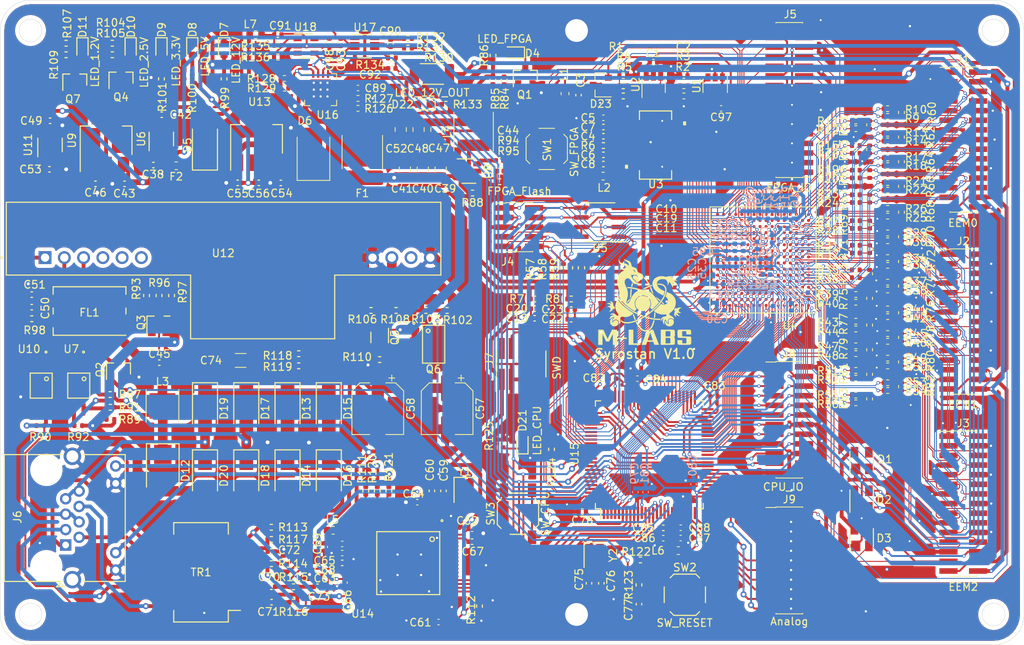
<source format=kicad_pcb>
(kicad_pcb (version 20171130) (host pcbnew 5.1.10-88a1d61d58~88~ubuntu20.04.1)

  (general
    (thickness 1.6)
    (drawings 27)
    (tracks 4393)
    (zones 0)
    (modules 308)
    (nets 309)
  )

  (page A4)
  (layers
    (0 F.Cu signal)
    (1 In1.Cu power)
    (2 In2.Cu power)
    (31 B.Cu signal)
    (32 B.Adhes user)
    (33 F.Adhes user)
    (34 B.Paste user)
    (35 F.Paste user)
    (36 B.SilkS user)
    (37 F.SilkS user)
    (38 B.Mask user)
    (39 F.Mask user)
    (40 Dwgs.User user)
    (41 Cmts.User user)
    (42 Eco1.User user)
    (43 Eco2.User user)
    (44 Edge.Cuts user)
    (45 Margin user)
    (46 B.CrtYd user)
    (47 F.CrtYd user)
    (48 B.Fab user)
    (49 F.Fab user)
  )

  (setup
    (last_trace_width 0.254)
    (user_trace_width 0.127)
    (user_trace_width 0.254)
    (user_trace_width 0.381)
    (user_trace_width 0.508)
    (user_trace_width 0.762)
    (user_trace_width 1.016)
    (user_trace_width 1.27)
    (trace_clearance 0.0889)
    (zone_clearance 0.508)
    (zone_45_only no)
    (trace_min 0.1143)
    (via_size 0.45)
    (via_drill 0.25)
    (via_min_size 0.45)
    (via_min_drill 0.2)
    (user_via 0.45 0.25)
    (user_via 0.5 0.3)
    (user_via 0.8 0.5)
    (user_via 4.199999 4)
    (uvia_size 0.3)
    (uvia_drill 0.1)
    (uvias_allowed no)
    (uvia_min_size 0.25)
    (uvia_min_drill 0.1)
    (edge_width 0.05)
    (segment_width 0.127)
    (pcb_text_width 0.3)
    (pcb_text_size 1.5 1.5)
    (mod_edge_width 0.1524)
    (mod_text_size 1.016 1.016)
    (mod_text_width 0.1524)
    (pad_size 2.7 2.7)
    (pad_drill 0)
    (pad_to_mask_clearance 0)
    (solder_mask_min_width 0.00254)
    (aux_axis_origin 0 0)
    (grid_origin 210 57)
    (visible_elements FFFFFF7F)
    (pcbplotparams
      (layerselection 0x010fc_ffffffff)
      (usegerberextensions false)
      (usegerberattributes true)
      (usegerberadvancedattributes true)
      (creategerberjobfile true)
      (excludeedgelayer true)
      (linewidth 0.100000)
      (plotframeref false)
      (viasonmask false)
      (mode 1)
      (useauxorigin false)
      (hpglpennumber 1)
      (hpglpenspeed 20)
      (hpglpendiameter 15.000000)
      (psnegative false)
      (psa4output false)
      (plotreference true)
      (plotvalue true)
      (plotinvisibletext false)
      (padsonsilk false)
      (subtractmaskfromsilk false)
      (outputformat 1)
      (mirror false)
      (drillshape 1)
      (scaleselection 1)
      (outputdirectory ""))
  )

  (net 0 "")
  (net 1 GND)
  (net 2 "Net-(C2-Pad1)")
  (net 3 /HighSpeedADC/+5VA)
  (net 4 /FPGA/GNDPLL0)
  (net 5 /FPGA/VCCPLL0)
  (net 6 /FPGA/GNDPLL1)
  (net 7 /FPGA/VCCPLL1)
  (net 8 +12V_OUT)
  (net 9 /CurrentSenser/12V_CURRENT)
  (net 10 +12V)
  (net 11 +3V3)
  (net 12 +2V5)
  (net 13 +1V2)
  (net 14 +5V)
  (net 15 /Ethernet/+3V3A)
  (net 16 "Net-(C44-Pad2)")
  (net 17 /MCU/+3V3A)
  (net 18 +3V3MP)
  (net 19 "Net-(D4-Pad2)")
  (net 20 "Net-(D4-Pad1)")
  (net 21 "Net-(D9-Pad2)")
  (net 22 "Net-(D10-Pad2)")
  (net 23 "Net-(D11-Pad2)")
  (net 24 "Net-(D13-Pad2)")
  (net 25 /Ethernet/POE_VC-)
  (net 26 /Ethernet/POE_VC+)
  (net 27 "Net-(D15-Pad2)")
  (net 28 "Net-(D17-Pad2)")
  (net 29 "Net-(D19-Pad2)")
  (net 30 "Net-(D21-Pad2)")
  (net 31 /FPGA_IO1)
  (net 32 /FPGA_IO3)
  (net 33 /FPGA_IO5)
  (net 34 /FPGA_IO7)
  (net 35 /FPGA_IO9)
  (net 36 /FPGA_IO11)
  (net 37 /FPGA_IO13)
  (net 38 /FPGA_IO15)
  (net 39 /FPGA_IO14)
  (net 40 /FPGA_IO12)
  (net 41 /FPGA_IO10)
  (net 42 /FPGA_IO8)
  (net 43 /FPGA_IO6)
  (net 44 /FPGA_IO4)
  (net 45 /FPGA_IO2)
  (net 46 /FPGA_IO0)
  (net 47 /MCU/CPU_SWCLK)
  (net 48 /MCU/CPU_SWDIO)
  (net 49 /MCU/CPU_UART4_TX)
  (net 50 /MCU/CPU_UART4_RX)
  (net 51 /MCU/CPU_PWM_CH1)
  (net 52 /MCU/CPU_PWM_CH2)
  (net 53 /MCU/CPU_PWM_CH3)
  (net 54 /MCU/CPU_PWM_CH4)
  (net 55 /MCU/CPU_IIC2_SDA)
  (net 56 /MCU/CPU_IIC2_SCL)
  (net 57 /MCU/CPU_UART1_RX)
  (net 58 /MCU/CPU_UART1_TX)
  (net 59 /MCU/CPU_SPI2_MOSI)
  (net 60 /MCU/CPU_SPI2_MISO)
  (net 61 /MCU/CPU_SPI2_SCK)
  (net 62 /MCU/CPU_SPI2_CS)
  (net 63 /MCU/CPU_DAC1)
  (net 64 /MCU/CPU_DAC0)
  (net 65 /MCU/CPU_ADC5)
  (net 66 /MCU/CPU_ADC4)
  (net 67 /MCU/CPU_ADC3)
  (net 68 /MCU/CPU_ADC2)
  (net 69 /MCU/CPU_ADC1)
  (net 70 /MCU/CPU_ADC0)
  (net 71 /CurrentSenser/12V_SW)
  (net 72 "Net-(Q1-Pad1)")
  (net 73 "Net-(Q2-Pad3)")
  (net 74 /MCU/CPU_RESET)
  (net 75 "Net-(Q7-Pad1)")
  (net 76 /MCU/CPU_POE_AT_EVENT)
  (net 77 /MCU/CPU_POE_SRC_STATUS)
  (net 78 /Ethernet/RJ45_LED_G)
  (net 79 /Ethernet/RJ45_LED_Y)
  (net 80 /CurrentSenser/+3V3A)
  (net 81 /EEM0_IIC_SCL)
  (net 82 /EEM0_IIC_SDA)
  (net 83 /EEM1_IIC_SCL)
  (net 84 /EEM1_IIC_SDA)
  (net 85 /EEM2_IIC_SCL)
  (net 86 /EEM2_IIC_SDA)
  (net 87 /EEM0_7_N)
  (net 88 /EEM0_6_P)
  (net 89 /EEM0_5_N)
  (net 90 /EEM0_4_P)
  (net 91 /EEM0_3_N)
  (net 92 /EEM0_2_P)
  (net 93 /EEM0_1_N)
  (net 94 /EEM0_0_P)
  (net 95 /EEM0_7_P)
  (net 96 /EEM0_6_N)
  (net 97 /EEM0_5_P)
  (net 98 /EEM0_4_N)
  (net 99 /EEM0_3_P)
  (net 100 /EEM0_2_N)
  (net 101 /EEM0_1_P)
  (net 102 /EEM0_0_N)
  (net 103 /EEM1_7_N)
  (net 104 /EEM1_6_P)
  (net 105 /EEM1_5_N)
  (net 106 /EEM1_4_P)
  (net 107 /EEM1_3_N)
  (net 108 /EEM1_2_P)
  (net 109 /EEM1_1_N)
  (net 110 /EEM1_0_P)
  (net 111 /EEM1_7_P)
  (net 112 /EEM1_6_N)
  (net 113 /EEM1_5_P)
  (net 114 /EEM1_4_N)
  (net 115 /EEM1_3_P)
  (net 116 /EEM1_2_N)
  (net 117 /EEM1_1_P)
  (net 118 /EEM1_0_N)
  (net 119 /EEM2_7_N)
  (net 120 /EEM2_6_P)
  (net 121 /EEM2_5_N)
  (net 122 /EEM2_4_P)
  (net 123 /EEM2_3_N)
  (net 124 /EEM2_2_P)
  (net 125 /EEM2_1_N)
  (net 126 /EEM2_0_P)
  (net 127 /EEM2_7_P)
  (net 128 /EEM2_6_N)
  (net 129 /EEM2_5_P)
  (net 130 /EEM2_4_N)
  (net 131 /EEM2_3_P)
  (net 132 /EEM2_2_N)
  (net 133 /EEM2_1_P)
  (net 134 /EEM2_0_N)
  (net 135 /CDONE)
  (net 136 /CRESET)
  (net 137 /SPI_CS)
  (net 138 /ENC_INT)
  (net 139 /ADC_D0)
  (net 140 /ADC_D1)
  (net 141 /ADC_D2)
  (net 142 /ADC_D3)
  (net 143 /ADC_D4)
  (net 144 /ADC_D5)
  (net 145 /ADC_D6)
  (net 146 /ADC_D7)
  (net 147 /ADC_CLK)
  (net 148 /FSMC_CLK)
  (net 149 /FSMC_D15)
  (net 150 /FSMC_D9)
  (net 151 /FSMC_D10)
  (net 152 /FSMC_D0)
  (net 153 /FSMC_A7)
  (net 154 /FSMC_NL)
  (net 155 /FSMC_NBL0)
  (net 156 /FSMC_D6)
  (net 157 /FSMC_D7)
  (net 158 /FSMC_D5)
  (net 159 /FSMC_D1)
  (net 160 /FSMC_A3)
  (net 161 /FSMC_A1)
  (net 162 /FSMC_NWAIT)
  (net 163 /FSMC_NOE)
  (net 164 /FSMC_D12)
  (net 165 /FSMC_D8)
  (net 166 /FSMC_D3)
  (net 167 /FSMC_A4)
  (net 168 /FSMC_A6)
  (net 169 /FSMC_A0)
  (net 170 /FSMC_NBL1)
  (net 171 /FSMC_D14)
  (net 172 /FSMC_D11)
  (net 173 /FSMC_D4)
  (net 174 /FSMC_A2)
  (net 175 /FSMC_D13)
  (net 176 /FSMC_D2)
  (net 177 /FSMC_A5)
  (net 178 /FSMC_NE1)
  (net 179 /FSMC_NWE)
  (net 180 /CSBSEL0)
  (net 181 /SPI_MOSI)
  (net 182 /SPI_MISO)
  (net 183 /CSBSEL1)
  (net 184 /SPI_SCK)
  (net 185 /SPI_ENC_CS)
  (net 186 "Net-(C7-Pad2)")
  (net 187 "Net-(D8-Pad2)")
  (net 188 "Net-(D10-Pad1)")
  (net 189 "Net-(D11-Pad1)")
  (net 190 "Net-(D21-Pad1)")
  (net 191 "Net-(D22-Pad1)")
  (net 192 "Net-(Q3-Pad1)")
  (net 193 "Net-(Q4-Pad1)")
  (net 194 "Net-(Q5-Pad6)")
  (net 195 "Net-(Q5-Pad2)")
  (net 196 "Net-(Q5-Pad3)")
  (net 197 "Net-(D22-Pad2)")
  (net 198 HSADC_IN)
  (net 199 "Net-(J6-Pad12)")
  (net 200 "Net-(J6-Pad10)")
  (net 201 "Net-(J6-Pad6)")
  (net 202 "Net-(J6-Pad2)")
  (net 203 "Net-(J6-Pad3)")
  (net 204 "Net-(J6-Pad1)")
  (net 205 "Net-(R88-Pad1)")
  (net 206 "Net-(SW3-Pad2)")
  (net 207 /FPGA/LVDS0_0_P)
  (net 208 /FPGA/LVDS0_0_N)
  (net 209 /FPGA/LVDS0_1_P)
  (net 210 /FPGA/LVDS0_1_N)
  (net 211 /FPGA/LVDS0_2_P)
  (net 212 /FPGA/LVDS0_2_N)
  (net 213 /FPGA/LVDS0_3_P)
  (net 214 /FPGA/LVDS0_3_N)
  (net 215 /FPGA/LVDS0_4_P)
  (net 216 /FPGA/LVDS0_4_N)
  (net 217 /FPGA/LVDS0_5_P)
  (net 218 /FPGA/LVDS0_5_N)
  (net 219 /FPGA/LVDS0_6_P)
  (net 220 /FPGA/LVDS0_6_N)
  (net 221 /FPGA/LVDS0_7_P)
  (net 222 /FPGA/LVDS0_7_N)
  (net 223 /FPGA/LVDS1_0_P)
  (net 224 /FPGA/LVDS1_0_N)
  (net 225 /FPGA/LVDS1_1_P)
  (net 226 /FPGA/LVDS1_1_N)
  (net 227 /FPGA/LVDS1_2_P)
  (net 228 /FPGA/LVDS1_2_N)
  (net 229 /FPGA/LVDS1_3_P)
  (net 230 /FPGA/LVDS1_3_N)
  (net 231 /FPGA/LVDS1_4_P)
  (net 232 /FPGA/LVDS1_4_N)
  (net 233 /FPGA/LVDS1_5_P)
  (net 234 /FPGA/LVDS1_5_N)
  (net 235 /FPGA/LVDS1_6_P)
  (net 236 /FPGA/LVDS1_6_N)
  (net 237 /FPGA/LVDS1_7_P)
  (net 238 /FPGA/LVDS1_7_N)
  (net 239 /FPGA/LVDS2_0_P)
  (net 240 /FPGA/LVDS2_0_N)
  (net 241 /FPGA/LVDS2_1_P)
  (net 242 /FPGA/LVDS2_1_N)
  (net 243 /FPGA/LVDS2_2_P)
  (net 244 /FPGA/LVDS2_2_N)
  (net 245 /FPGA/LVDS2_3_P)
  (net 246 /FPGA/LVDS2_3_N)
  (net 247 /FPGA/LVDS2_4_P)
  (net 248 /FPGA/LVDS2_4_N)
  (net 249 /FPGA/LVDS2_5_P)
  (net 250 /FPGA/LVDS2_5_N)
  (net 251 /FPGA/LVDS2_6_P)
  (net 252 /FPGA/LVDS2_6_N)
  (net 253 /FPGA/LVDS2_7_P)
  (net 254 /FPGA/LVDS2_7_N)
  (net 255 /FPGA/FPGA_LED)
  (net 256 /FPGA/FPGA_KEY)
  (net 257 /IIC_SCL)
  (net 258 /IIC_SDA)
  (net 259 "Net-(R135-Pad2)")
  (net 260 +6V)
  (net 261 "Net-(R126-Pad1)")
  (net 262 /CurrentSenser/12V_OUT_FAULT)
  (net 263 "Net-(C4-Pad1)")
  (net 264 "Net-(C5-Pad1)")
  (net 265 "Net-(C8-Pad2)")
  (net 266 "Net-(C44-Pad1)")
  (net 267 "Net-(C45-Pad2)")
  (net 268 "Net-(C45-Pad1)")
  (net 269 "Net-(C47-Pad1)")
  (net 270 "Net-(C50-Pad2)")
  (net 271 "Net-(C51-Pad1)")
  (net 272 "Net-(C57-Pad1)")
  (net 273 "Net-(C59-Pad1)")
  (net 274 "Net-(C60-Pad1)")
  (net 275 "Net-(C67-Pad2)")
  (net 276 "Net-(C70-Pad2)")
  (net 277 "Net-(C70-Pad1)")
  (net 278 "Net-(C71-Pad2)")
  (net 279 "Net-(C71-Pad1)")
  (net 280 "Net-(C72-Pad1)")
  (net 281 "Net-(C73-Pad1)")
  (net 282 "Net-(C74-Pad1)")
  (net 283 "Net-(C75-Pad1)")
  (net 284 "Net-(C76-Pad1)")
  (net 285 "Net-(C77-Pad2)")
  (net 286 "Net-(C89-Pad1)")
  (net 287 "Net-(C90-Pad2)")
  (net 288 "Net-(C90-Pad1)")
  (net 289 "Net-(D7-Pad2)")
  (net 290 "Net-(R2-Pad1)")
  (net 291 "Net-(R3-Pad1)")
  (net 292 "Net-(R5-Pad2)")
  (net 293 "Net-(R87-Pad2)")
  (net 294 "Net-(R89-Pad1)")
  (net 295 "Net-(R94-Pad1)")
  (net 296 "Net-(R98-Pad2)")
  (net 297 "Net-(R111-Pad1)")
  (net 298 "Net-(R113-Pad1)")
  (net 299 "Net-(R114-Pad2)")
  (net 300 "Net-(R124-Pad1)")
  (net 301 "Net-(R127-Pad1)")
  (net 302 "Net-(R134-Pad2)")
  (net 303 "Net-(U10-Pad2)")
  (net 304 /MCU/CPU_ADC7)
  (net 305 /MCU/CPU_ADC6)
  (net 306 /CurrentSenser/12V_CURRENT_REF)
  (net 307 "Net-(D5-Pad1)")
  (net 308 "Net-(D23-Pad1)")

  (net_class Default "This is the default net class."
    (clearance 0.0889)
    (trace_width 0.254)
    (via_dia 0.45)
    (via_drill 0.25)
    (uvia_dia 0.3)
    (uvia_drill 0.1)
    (diff_pair_width 0.127)
    (diff_pair_gap 0.1016)
    (add_net +12V)
    (add_net +12V_OUT)
    (add_net +1V2)
    (add_net +2V5)
    (add_net +3V3)
    (add_net +3V3MP)
    (add_net +5V)
    (add_net +6V)
    (add_net /ADC_CLK)
    (add_net /ADC_D0)
    (add_net /ADC_D1)
    (add_net /ADC_D2)
    (add_net /ADC_D3)
    (add_net /ADC_D4)
    (add_net /ADC_D5)
    (add_net /ADC_D6)
    (add_net /ADC_D7)
    (add_net /CDONE)
    (add_net /CRESET)
    (add_net /CSBSEL0)
    (add_net /CSBSEL1)
    (add_net /CurrentSenser/+3V3A)
    (add_net /CurrentSenser/12V_CURRENT)
    (add_net /CurrentSenser/12V_CURRENT_REF)
    (add_net /CurrentSenser/12V_OUT_FAULT)
    (add_net /CurrentSenser/12V_SW)
    (add_net /ENC_INT)
    (add_net /Ethernet/+3V3A)
    (add_net /Ethernet/POE_VC+)
    (add_net /Ethernet/POE_VC-)
    (add_net /Ethernet/RJ45_LED_G)
    (add_net /Ethernet/RJ45_LED_Y)
    (add_net /FPGA/FPGA_KEY)
    (add_net /FPGA/FPGA_LED)
    (add_net /FPGA/GNDPLL0)
    (add_net /FPGA/GNDPLL1)
    (add_net /FPGA/VCCPLL0)
    (add_net /FPGA/VCCPLL1)
    (add_net /FPGA_IO0)
    (add_net /FPGA_IO1)
    (add_net /FPGA_IO10)
    (add_net /FPGA_IO11)
    (add_net /FPGA_IO12)
    (add_net /FPGA_IO13)
    (add_net /FPGA_IO14)
    (add_net /FPGA_IO15)
    (add_net /FPGA_IO2)
    (add_net /FPGA_IO3)
    (add_net /FPGA_IO4)
    (add_net /FPGA_IO5)
    (add_net /FPGA_IO6)
    (add_net /FPGA_IO7)
    (add_net /FPGA_IO8)
    (add_net /FPGA_IO9)
    (add_net /FSMC_A0)
    (add_net /FSMC_A1)
    (add_net /FSMC_A2)
    (add_net /FSMC_A3)
    (add_net /FSMC_A4)
    (add_net /FSMC_A5)
    (add_net /FSMC_A6)
    (add_net /FSMC_A7)
    (add_net /FSMC_CLK)
    (add_net /FSMC_D0)
    (add_net /FSMC_D1)
    (add_net /FSMC_D10)
    (add_net /FSMC_D11)
    (add_net /FSMC_D12)
    (add_net /FSMC_D13)
    (add_net /FSMC_D14)
    (add_net /FSMC_D15)
    (add_net /FSMC_D2)
    (add_net /FSMC_D3)
    (add_net /FSMC_D4)
    (add_net /FSMC_D5)
    (add_net /FSMC_D6)
    (add_net /FSMC_D7)
    (add_net /FSMC_D8)
    (add_net /FSMC_D9)
    (add_net /FSMC_NBL0)
    (add_net /FSMC_NBL1)
    (add_net /FSMC_NE1)
    (add_net /FSMC_NL)
    (add_net /FSMC_NOE)
    (add_net /FSMC_NWAIT)
    (add_net /FSMC_NWE)
    (add_net /HighSpeedADC/+5VA)
    (add_net /IIC_SCL)
    (add_net /IIC_SDA)
    (add_net /MCU/+3V3A)
    (add_net /MCU/CPU_ADC0)
    (add_net /MCU/CPU_ADC1)
    (add_net /MCU/CPU_ADC2)
    (add_net /MCU/CPU_ADC3)
    (add_net /MCU/CPU_ADC4)
    (add_net /MCU/CPU_ADC5)
    (add_net /MCU/CPU_ADC6)
    (add_net /MCU/CPU_ADC7)
    (add_net /MCU/CPU_DAC0)
    (add_net /MCU/CPU_DAC1)
    (add_net /MCU/CPU_IIC2_SCL)
    (add_net /MCU/CPU_IIC2_SDA)
    (add_net /MCU/CPU_POE_AT_EVENT)
    (add_net /MCU/CPU_POE_SRC_STATUS)
    (add_net /MCU/CPU_PWM_CH1)
    (add_net /MCU/CPU_PWM_CH2)
    (add_net /MCU/CPU_PWM_CH3)
    (add_net /MCU/CPU_PWM_CH4)
    (add_net /MCU/CPU_RESET)
    (add_net /MCU/CPU_SPI2_CS)
    (add_net /MCU/CPU_SPI2_MISO)
    (add_net /MCU/CPU_SPI2_MOSI)
    (add_net /MCU/CPU_SPI2_SCK)
    (add_net /MCU/CPU_SWCLK)
    (add_net /MCU/CPU_SWDIO)
    (add_net /MCU/CPU_UART1_RX)
    (add_net /MCU/CPU_UART1_TX)
    (add_net /MCU/CPU_UART4_RX)
    (add_net /MCU/CPU_UART4_TX)
    (add_net /SPI_CS)
    (add_net /SPI_ENC_CS)
    (add_net /SPI_MISO)
    (add_net /SPI_MOSI)
    (add_net /SPI_SCK)
    (add_net GND)
    (add_net HSADC_IN)
    (add_net "Net-(C2-Pad1)")
    (add_net "Net-(C4-Pad1)")
    (add_net "Net-(C44-Pad1)")
    (add_net "Net-(C44-Pad2)")
    (add_net "Net-(C45-Pad1)")
    (add_net "Net-(C45-Pad2)")
    (add_net "Net-(C47-Pad1)")
    (add_net "Net-(C5-Pad1)")
    (add_net "Net-(C50-Pad2)")
    (add_net "Net-(C51-Pad1)")
    (add_net "Net-(C57-Pad1)")
    (add_net "Net-(C59-Pad1)")
    (add_net "Net-(C60-Pad1)")
    (add_net "Net-(C67-Pad2)")
    (add_net "Net-(C7-Pad2)")
    (add_net "Net-(C70-Pad1)")
    (add_net "Net-(C70-Pad2)")
    (add_net "Net-(C71-Pad1)")
    (add_net "Net-(C71-Pad2)")
    (add_net "Net-(C72-Pad1)")
    (add_net "Net-(C73-Pad1)")
    (add_net "Net-(C74-Pad1)")
    (add_net "Net-(C75-Pad1)")
    (add_net "Net-(C76-Pad1)")
    (add_net "Net-(C77-Pad2)")
    (add_net "Net-(C8-Pad2)")
    (add_net "Net-(C89-Pad1)")
    (add_net "Net-(C90-Pad1)")
    (add_net "Net-(C90-Pad2)")
    (add_net "Net-(D10-Pad1)")
    (add_net "Net-(D10-Pad2)")
    (add_net "Net-(D11-Pad1)")
    (add_net "Net-(D11-Pad2)")
    (add_net "Net-(D13-Pad2)")
    (add_net "Net-(D15-Pad2)")
    (add_net "Net-(D17-Pad2)")
    (add_net "Net-(D19-Pad2)")
    (add_net "Net-(D21-Pad1)")
    (add_net "Net-(D21-Pad2)")
    (add_net "Net-(D22-Pad1)")
    (add_net "Net-(D22-Pad2)")
    (add_net "Net-(D23-Pad1)")
    (add_net "Net-(D4-Pad1)")
    (add_net "Net-(D4-Pad2)")
    (add_net "Net-(D5-Pad1)")
    (add_net "Net-(D7-Pad2)")
    (add_net "Net-(D8-Pad2)")
    (add_net "Net-(D9-Pad2)")
    (add_net "Net-(J6-Pad1)")
    (add_net "Net-(J6-Pad10)")
    (add_net "Net-(J6-Pad12)")
    (add_net "Net-(J6-Pad2)")
    (add_net "Net-(J6-Pad3)")
    (add_net "Net-(J6-Pad6)")
    (add_net "Net-(J7-Pad06)")
    (add_net "Net-(J7-Pad07)")
    (add_net "Net-(J7-Pad08)")
    (add_net "Net-(J7-Pad09)")
    (add_net "Net-(J7-Pad10)")
    (add_net "Net-(Q1-Pad1)")
    (add_net "Net-(Q2-Pad3)")
    (add_net "Net-(Q3-Pad1)")
    (add_net "Net-(Q4-Pad1)")
    (add_net "Net-(Q5-Pad2)")
    (add_net "Net-(Q5-Pad3)")
    (add_net "Net-(Q5-Pad6)")
    (add_net "Net-(Q7-Pad1)")
    (add_net "Net-(R111-Pad1)")
    (add_net "Net-(R113-Pad1)")
    (add_net "Net-(R114-Pad2)")
    (add_net "Net-(R124-Pad1)")
    (add_net "Net-(R126-Pad1)")
    (add_net "Net-(R127-Pad1)")
    (add_net "Net-(R134-Pad2)")
    (add_net "Net-(R135-Pad2)")
    (add_net "Net-(R2-Pad1)")
    (add_net "Net-(R3-Pad1)")
    (add_net "Net-(R5-Pad2)")
    (add_net "Net-(R87-Pad2)")
    (add_net "Net-(R88-Pad1)")
    (add_net "Net-(R89-Pad1)")
    (add_net "Net-(R94-Pad1)")
    (add_net "Net-(R98-Pad2)")
    (add_net "Net-(SW3-Pad2)")
    (add_net "Net-(U10-Pad2)")
    (add_net "Net-(U11-Pad4)")
    (add_net "Net-(U12-Pad4)")
    (add_net "Net-(U12-Pad5)")
    (add_net "Net-(U12-Pad6)")
    (add_net "Net-(U12-Pad9)")
    (add_net "Net-(U13-Pad2)")
    (add_net "Net-(U14-Pad10)")
    (add_net "Net-(U14-Pad11)")
    (add_net "Net-(U14-Pad12)")
    (add_net "Net-(U14-Pad13)")
    (add_net "Net-(U14-Pad19)")
    (add_net "Net-(U14-Pad20)")
    (add_net "Net-(U14-Pad33)")
    (add_net "Net-(U14-Pad35)")
    (add_net "Net-(U14-Pad36)")
    (add_net "Net-(U14-Pad37)")
    (add_net "Net-(U14-Pad38)")
    (add_net "Net-(U14-Pad39)")
    (add_net "Net-(U14-Pad40)")
    (add_net "Net-(U14-Pad41)")
    (add_net "Net-(U14-Pad42)")
    (add_net "Net-(U14-Pad43)")
    (add_net "Net-(U14-Pad44)")
    (add_net "Net-(U14-Pad45)")
    (add_net "Net-(U14-Pad48)")
    (add_net "Net-(U14-Pad5)")
    (add_net "Net-(U14-Pad53)")
    (add_net "Net-(U14-Pad54)")
    (add_net "Net-(U14-Pad55)")
    (add_net "Net-(U14-Pad56)")
    (add_net "Net-(U14-Pad57)")
    (add_net "Net-(U14-Pad58)")
    (add_net "Net-(U14-Pad59)")
    (add_net "Net-(U14-Pad6)")
    (add_net "Net-(U14-Pad60)")
    (add_net "Net-(U14-Pad61)")
    (add_net "Net-(U14-Pad7)")
    (add_net "Net-(U14-Pad8)")
    (add_net "Net-(U14-Pad9)")
    (add_net "Net-(U15-Pad18)")
    (add_net "Net-(U15-Pad73)")
    (add_net "Net-(U15-Pad83)")
    (add_net "Net-(U16-Pad6)")
    (add_net "Net-(U17-Pad6)")
    (add_net "Net-(U4-PadB16)")
    (add_net "Net-(U4-PadC4)")
    (add_net "Net-(U4-PadC5)")
    (add_net "Net-(U4-PadC6)")
    (add_net "Net-(U4-PadD10)")
    (add_net "Net-(U4-PadD11)")
    (add_net "Net-(U4-PadD12)")
    (add_net "Net-(U4-PadD13)")
    (add_net "Net-(U4-PadD14)")
    (add_net "Net-(U4-PadD16)")
    (add_net "Net-(U4-PadD3)")
    (add_net "Net-(U4-PadD4)")
    (add_net "Net-(U4-PadD5)")
    (add_net "Net-(U4-PadD6)")
    (add_net "Net-(U4-PadD7)")
    (add_net "Net-(U4-PadD8)")
    (add_net "Net-(U4-PadD9)")
    (add_net "Net-(U4-PadE10)")
    (add_net "Net-(U4-PadE11)")
    (add_net "Net-(U4-PadE13)")
    (add_net "Net-(U4-PadE14)")
    (add_net "Net-(U4-PadE16)")
    (add_net "Net-(U4-PadE5)")
    (add_net "Net-(U4-PadE6)")
    (add_net "Net-(U4-PadE9)")
    (add_net "Net-(U4-PadF12)")
    (add_net "Net-(U4-PadF15)")
    (add_net "Net-(U4-PadF7)")
    (add_net "Net-(U4-PadF9)")
    (add_net "Net-(U4-PadG10)")
    (add_net "Net-(U4-PadG11)")
    (add_net "Net-(U4-PadG12)")
    (add_net "Net-(U4-PadG13)")
    (add_net "Net-(U4-PadG15)")
    (add_net "Net-(U4-PadH11)")
    (add_net "Net-(U4-PadH12)")
    (add_net "Net-(U4-PadH13)")
    (add_net "Net-(U4-PadH14)")
    (add_net "Net-(U4-PadH16)")
    (add_net "Net-(U4-PadJ10)")
    (add_net "Net-(U4-PadJ11)")
    (add_net "Net-(U4-PadJ12)")
    (add_net "Net-(U4-PadJ13)")
    (add_net "Net-(U4-PadJ14)")
    (add_net "Net-(U4-PadJ16)")
    (add_net "Net-(U4-PadK12)")
    (add_net "Net-(U4-PadK13)")
    (add_net "Net-(U4-PadK14)")
    (add_net "Net-(U4-PadK9)")
    (add_net "Net-(U4-PadL10)")
    (add_net "Net-(U4-PadL11)")
    (add_net "Net-(U4-PadL12)")
    (add_net "Net-(U4-PadL13)")
    (add_net "Net-(U4-PadL14)")
    (add_net "Net-(U4-PadL5)")
    (add_net "Net-(U4-PadL9)")
    (add_net "Net-(U4-PadM11)")
    (add_net "Net-(U4-PadM12)")
    (add_net "Net-(U4-PadM13)")
    (add_net "Net-(U4-PadM14)")
    (add_net "Net-(U4-PadM3)")
    (add_net "Net-(U4-PadM6)")
    (add_net "Net-(U4-PadM7)")
    (add_net "Net-(U4-PadM8)")
    (add_net "Net-(U4-PadM9)")
    (add_net "Net-(U4-PadN10)")
    (add_net "Net-(U4-PadN12)")
    (add_net "Net-(U4-PadN3)")
    (add_net "Net-(U4-PadN5)")
    (add_net "Net-(U4-PadN6)")
    (add_net "Net-(U4-PadN7)")
    (add_net "Net-(U4-PadN9)")
    (add_net "Net-(U4-PadP10)")
    (add_net "Net-(U4-PadP14)")
    (add_net "Net-(U4-PadP4)")
    (add_net "Net-(U4-PadP5)")
    (add_net "Net-(U4-PadP6)")
    (add_net "Net-(U4-PadP7)")
    (add_net "Net-(U4-PadP8)")
    (add_net "Net-(U4-PadP9)")
    (add_net "Net-(U4-PadR14)")
    (add_net "Net-(U4-PadR15)")
    (add_net "Net-(U4-PadR16)")
    (add_net "Net-(U4-PadR4)")
    (add_net "Net-(U4-PadT6)")
    (add_net "Net-(U4-PadT7)")
    (add_net "Net-(U6-Pad4)")
  )

  (net_class Diff_In ""
    (clearance 0.0889)
    (trace_width 0.1524)
    (via_dia 0.8)
    (via_drill 0.4)
    (uvia_dia 0.3)
    (uvia_drill 0.1)
    (diff_pair_width 0.1143)
    (diff_pair_gap 0.1524)
  )

  (net_class Diff_Out ""
    (clearance 0.0889)
    (trace_width 0.127)
    (via_dia 0.8)
    (via_drill 0.4)
    (uvia_dia 0.3)
    (uvia_drill 0.1)
    (diff_pair_width 0.127)
    (diff_pair_gap 0.127)
    (add_net /EEM0_0_N)
    (add_net /EEM0_0_P)
    (add_net /EEM0_1_N)
    (add_net /EEM0_1_P)
    (add_net /EEM0_2_N)
    (add_net /EEM0_2_P)
    (add_net /EEM0_3_N)
    (add_net /EEM0_3_P)
    (add_net /EEM0_4_N)
    (add_net /EEM0_4_P)
    (add_net /EEM0_5_N)
    (add_net /EEM0_5_P)
    (add_net /EEM0_6_N)
    (add_net /EEM0_6_P)
    (add_net /EEM0_7_N)
    (add_net /EEM0_7_P)
    (add_net /EEM0_IIC_SCL)
    (add_net /EEM0_IIC_SDA)
    (add_net /EEM1_0_N)
    (add_net /EEM1_0_P)
    (add_net /EEM1_1_N)
    (add_net /EEM1_1_P)
    (add_net /EEM1_2_N)
    (add_net /EEM1_2_P)
    (add_net /EEM1_3_N)
    (add_net /EEM1_3_P)
    (add_net /EEM1_4_N)
    (add_net /EEM1_4_P)
    (add_net /EEM1_5_N)
    (add_net /EEM1_5_P)
    (add_net /EEM1_6_N)
    (add_net /EEM1_6_P)
    (add_net /EEM1_7_N)
    (add_net /EEM1_7_P)
    (add_net /EEM1_IIC_SCL)
    (add_net /EEM1_IIC_SDA)
    (add_net /EEM2_0_N)
    (add_net /EEM2_0_P)
    (add_net /EEM2_1_N)
    (add_net /EEM2_1_P)
    (add_net /EEM2_2_N)
    (add_net /EEM2_2_P)
    (add_net /EEM2_3_N)
    (add_net /EEM2_3_P)
    (add_net /EEM2_4_N)
    (add_net /EEM2_4_P)
    (add_net /EEM2_5_N)
    (add_net /EEM2_5_P)
    (add_net /EEM2_6_N)
    (add_net /EEM2_6_P)
    (add_net /EEM2_7_N)
    (add_net /EEM2_7_P)
    (add_net /EEM2_IIC_SCL)
    (add_net /EEM2_IIC_SDA)
    (add_net /FPGA/LVDS0_0_N)
    (add_net /FPGA/LVDS0_0_P)
    (add_net /FPGA/LVDS0_1_N)
    (add_net /FPGA/LVDS0_1_P)
    (add_net /FPGA/LVDS0_2_N)
    (add_net /FPGA/LVDS0_2_P)
    (add_net /FPGA/LVDS0_3_N)
    (add_net /FPGA/LVDS0_3_P)
    (add_net /FPGA/LVDS0_4_N)
    (add_net /FPGA/LVDS0_4_P)
    (add_net /FPGA/LVDS0_5_N)
    (add_net /FPGA/LVDS0_5_P)
    (add_net /FPGA/LVDS0_6_N)
    (add_net /FPGA/LVDS0_6_P)
    (add_net /FPGA/LVDS0_7_N)
    (add_net /FPGA/LVDS0_7_P)
    (add_net /FPGA/LVDS1_0_N)
    (add_net /FPGA/LVDS1_0_P)
    (add_net /FPGA/LVDS1_1_N)
    (add_net /FPGA/LVDS1_1_P)
    (add_net /FPGA/LVDS1_2_N)
    (add_net /FPGA/LVDS1_2_P)
    (add_net /FPGA/LVDS1_3_N)
    (add_net /FPGA/LVDS1_3_P)
    (add_net /FPGA/LVDS1_4_N)
    (add_net /FPGA/LVDS1_4_P)
    (add_net /FPGA/LVDS1_5_N)
    (add_net /FPGA/LVDS1_5_P)
    (add_net /FPGA/LVDS1_6_N)
    (add_net /FPGA/LVDS1_6_P)
    (add_net /FPGA/LVDS1_7_N)
    (add_net /FPGA/LVDS1_7_P)
    (add_net /FPGA/LVDS2_0_N)
    (add_net /FPGA/LVDS2_0_P)
    (add_net /FPGA/LVDS2_1_N)
    (add_net /FPGA/LVDS2_1_P)
    (add_net /FPGA/LVDS2_2_N)
    (add_net /FPGA/LVDS2_2_P)
    (add_net /FPGA/LVDS2_3_N)
    (add_net /FPGA/LVDS2_3_P)
    (add_net /FPGA/LVDS2_4_N)
    (add_net /FPGA/LVDS2_4_P)
    (add_net /FPGA/LVDS2_5_N)
    (add_net /FPGA/LVDS2_5_P)
    (add_net /FPGA/LVDS2_6_N)
    (add_net /FPGA/LVDS2_6_P)
    (add_net /FPGA/LVDS2_7_N)
    (add_net /FPGA/LVDS2_7_P)
  )

  (module TestAutomation:logo (layer F.Cu) (tedit 0) (tstamp 60EC7168)
    (at 163.94 92.69)
    (fp_text reference G*** (at 0 0) (layer F.SilkS) hide
      (effects (font (size 1.524 1.524) (thickness 0.3)))
    )
    (fp_text value LOGO (at 0.75 0) (layer F.SilkS) hide
      (effects (font (size 1.524 1.524) (thickness 0.3)))
    )
    (fp_poly (pts (xy -5.129623 4.359864) (xy -5.068021 4.492409) (xy -5.010726 4.614826) (xy -4.95931 4.723818)
      (xy -4.915347 4.816088) (xy -4.880411 4.888339) (xy -4.856073 4.937276) (xy -4.843908 4.9596)
      (xy -4.842933 4.960638) (xy -4.834042 4.945901) (xy -4.812277 4.903817) (xy -4.779242 4.837659)
      (xy -4.736538 4.750697) (xy -4.685771 4.646201) (xy -4.628542 4.527442) (xy -4.566456 4.397691)
      (xy -4.548485 4.359975) (xy -4.262504 3.7592) (xy -3.589596 3.7592) (xy -3.593964 4.754034)
      (xy -3.598333 5.748867) (xy -3.8735 5.75352) (xy -4.148666 5.758172) (xy -4.148666 5.046553)
      (xy -4.148958 4.895027) (xy -4.149792 4.754537) (xy -4.151105 4.628577) (xy -4.152836 4.520643)
      (xy -4.154921 4.43423) (xy -4.157298 4.372832) (xy -4.159906 4.339944) (xy -4.161366 4.335268)
      (xy -4.171479 4.350064) (xy -4.194193 4.391854) (xy -4.22768 4.456996) (xy -4.270108 4.541848)
      (xy -4.319646 4.642767) (xy -4.374464 4.75611) (xy -4.406047 4.822101) (xy -4.638027 5.3086)
      (xy -4.838342 5.313325) (xy -5.038656 5.318049) (xy -5.265525 4.839191) (xy -5.321881 4.720652)
      (xy -5.37402 4.611771) (xy -5.420075 4.516382) (xy -5.458181 4.438321) (xy -5.486472 4.381422)
      (xy -5.503083 4.349521) (xy -5.50633 4.344247) (xy -5.509285 4.357108) (xy -5.512026 4.400449)
      (xy -5.514486 4.470886) (xy -5.516597 4.565031) (xy -5.518292 4.6795) (xy -5.519503 4.810906)
      (xy -5.520163 4.955863) (xy -5.520267 5.042747) (xy -5.520266 5.757334) (xy -6.079067 5.757334)
      (xy -6.079067 3.7592) (xy -5.407846 3.7592) (xy -5.129623 4.359864)) (layer F.SilkS) (width 0.01))
    (fp_poly (pts (xy -1.452182 4.6609) (xy -1.4478 5.5626) (xy -0.977024 5.567103) (xy -0.506249 5.571606)
      (xy -0.511358 5.660236) (xy -0.516466 5.748867) (xy -2.065866 5.757675) (xy -2.065866 3.7592)
      (xy -1.456563 3.7592) (xy -1.452182 4.6609)) (layer F.SilkS) (width 0.01))
    (fp_poly (pts (xy 1.199339 3.8481) (xy 1.211546 3.88038) (xy 1.234595 3.9411) (xy 1.267267 4.027054)
      (xy 1.308341 4.135036) (xy 1.356599 4.261841) (xy 1.410819 4.404263) (xy 1.469783 4.559097)
      (xy 1.53227 4.723135) (xy 1.573089 4.830268) (xy 1.636019 4.995716) (xy 1.695179 5.151828)
      (xy 1.749487 5.295716) (xy 1.797864 5.424489) (xy 1.83923 5.535255) (xy 1.872503 5.625125)
      (xy 1.896604 5.691208) (xy 1.910452 5.730615) (xy 1.913467 5.740825) (xy 1.896728 5.747582)
      (xy 1.847142 5.752058) (xy 1.765654 5.754213) (xy 1.653208 5.754008) (xy 1.614296 5.753491)
      (xy 1.315125 5.748867) (xy 1.248818 5.5499) (xy 1.182511 5.350934) (xy 0.375356 5.350934)
      (xy 0.309049 5.5499) (xy 0.242742 5.748867) (xy -0.057696 5.753496) (xy -0.165176 5.754952)
      (xy -0.243238 5.755252) (xy -0.296321 5.754006) (xy -0.328865 5.750827) (xy -0.34531 5.745328)
      (xy -0.350095 5.73712) (xy -0.348432 5.728096) (xy -0.340658 5.706753) (xy -0.322031 5.656896)
      (xy -0.293736 5.581667) (xy -0.25696 5.484205) (xy -0.21289 5.367652) (xy -0.162712 5.235148)
      (xy -0.131292 5.152279) (xy 0.440267 5.152279) (xy 0.456356 5.156038) (xy 0.501251 5.159338)
      (xy 0.56989 5.161995) (xy 0.657213 5.163824) (xy 0.758159 5.164641) (xy 0.780075 5.164667)
      (xy 1.119882 5.164667) (xy 1.108972 5.126567) (xy 1.094912 5.080199) (xy 1.073135 5.011781)
      (xy 1.045231 4.926031) (xy 1.012793 4.827664) (xy 0.977412 4.721397) (xy 0.940681 4.611947)
      (xy 0.904191 4.50403) (xy 0.869534 4.402363) (xy 0.838302 4.311662) (xy 0.812085 4.236645)
      (xy 0.792477 4.182027) (xy 0.781069 4.152525) (xy 0.778945 4.148667) (xy 0.77202 4.16397)
      (xy 0.756107 4.206743) (xy 0.732792 4.272286) (xy 0.703661 4.355895) (xy 0.670302 4.452868)
      (xy 0.634302 4.558503) (xy 0.597247 4.668098) (xy 0.560724 4.776951) (xy 0.526319 4.880359)
      (xy 0.495621 4.97362) (xy 0.470215 5.052032) (xy 0.451688 5.110893) (xy 0.441627 5.145501)
      (xy 0.440267 5.152279) (xy -0.131292 5.152279) (xy -0.107614 5.089833) (xy -0.048781 4.934848)
      (xy -0.036436 4.902348) (xy 0.265859 4.106628) (xy 0.32343 4.091911) (xy 0.498731 4.035761)
      (xy 0.653844 3.962918) (xy 0.784349 3.875748) (xy 0.862319 3.803585) (xy 0.886339 3.780901)
      (xy 0.91261 3.767591) (xy 0.950662 3.7612) (xy 1.010025 3.759274) (xy 1.034669 3.7592)
      (xy 1.165967 3.7592) (xy 1.199339 3.8481)) (layer F.SilkS) (width 0.01))
    (fp_poly (pts (xy 3.018367 3.75945) (xy 3.215787 3.759527) (xy 3.382214 3.759813) (xy 3.520519 3.760572)
      (xy 3.633575 3.762073) (xy 3.724256 3.764581) (xy 3.795432 3.768363) (xy 3.849978 3.773687)
      (xy 3.890766 3.780818) (xy 3.920668 3.790023) (xy 3.942557 3.80157) (xy 3.959306 3.815724)
      (xy 3.973787 3.832752) (xy 3.986168 3.849294) (xy 3.998311 3.867821) (xy 4.007454 3.889556)
      (xy 4.014114 3.919498) (xy 4.018809 3.962646) (xy 4.022057 4.023997) (xy 4.024377 4.10855)
      (xy 4.026286 4.221303) (xy 4.026538 4.23876) (xy 4.027633 4.37269) (xy 4.02599 4.47719)
      (xy 4.02064 4.556649) (xy 4.010613 4.615456) (xy 3.994941 4.658003) (xy 3.972653 4.688679)
      (xy 3.942781 4.711873) (xy 3.919192 4.72484) (xy 3.867517 4.75068) (xy 3.919192 4.77564)
      (xy 3.95469 4.796425) (xy 3.981839 4.823092) (xy 4.001716 4.860114) (xy 4.015398 4.911967)
      (xy 4.023963 4.983126) (xy 4.028489 5.078065) (xy 4.030053 5.201261) (xy 4.030107 5.236291)
      (xy 4.02952 5.356475) (xy 4.027483 5.448087) (xy 4.023623 5.516403) (xy 4.017563 5.566702)
      (xy 4.008928 5.604259) (xy 4.002635 5.622175) (xy 3.991768 5.649378) (xy 3.980875 5.672375)
      (xy 3.967189 5.691535) (xy 3.947944 5.707227) (xy 3.920374 5.719822) (xy 3.881712 5.729688)
      (xy 3.829193 5.737196) (xy 3.760051 5.742715) (xy 3.671518 5.746615) (xy 3.56083 5.749266)
      (xy 3.425219 5.751036) (xy 3.261919 5.752296) (xy 3.068165 5.753415) (xy 3.018367 5.753695)
      (xy 2.167467 5.758524) (xy 2.167467 4.842934) (xy 2.794 4.842934) (xy 2.794 5.574418)
      (xy 3.091709 5.568509) (xy 3.199717 5.566081) (xy 3.278881 5.563318) (xy 3.334225 5.559617)
      (xy 3.370772 5.554371) (xy 3.393542 5.546974) (xy 3.40756 5.536823) (xy 3.413442 5.52973)
      (xy 3.423586 5.498827) (xy 3.431281 5.441816) (xy 3.436552 5.365547) (xy 3.439428 5.276868)
      (xy 3.439935 5.182629) (xy 3.438099 5.089678) (xy 3.433948 5.004864) (xy 3.427509 4.935037)
      (xy 3.418807 4.887044) (xy 3.410857 4.869543) (xy 3.395853 4.859639) (xy 3.370406 4.852458)
      (xy 3.32967 4.847599) (xy 3.268798 4.844661) (xy 3.182942 4.843243) (xy 3.089124 4.842934)
      (xy 2.794 4.842934) (xy 2.167467 4.842934) (xy 2.167467 3.945467) (xy 2.794 3.945467)
      (xy 2.794 4.656667) (xy 3.089124 4.656667) (xy 3.199425 4.656207) (xy 3.280715 4.65456)
      (xy 3.337841 4.651325) (xy 3.375651 4.646102) (xy 3.398992 4.638488) (xy 3.410857 4.630057)
      (xy 3.420743 4.615084) (xy 3.427917 4.589689) (xy 3.432776 4.549035) (xy 3.435721 4.488285)
      (xy 3.437148 4.402601) (xy 3.437467 4.307211) (xy 3.436468 4.200707) (xy 3.433659 4.10905)
      (xy 3.429323 4.037527) (xy 3.423739 3.991425) (xy 3.419938 3.97822) (xy 3.411562 3.966518)
      (xy 3.397587 3.957983) (xy 3.373145 3.95212) (xy 3.333366 3.948433) (xy 3.273383 3.946426)
      (xy 3.188327 3.945604) (xy 3.098204 3.945467) (xy 2.794 3.945467) (xy 2.167467 3.945467)
      (xy 2.167467 3.7592) (xy 3.018367 3.75945)) (layer F.SilkS) (width 0.01))
    (fp_poly (pts (xy 5.447451 3.759299) (xy 5.597096 3.759672) (xy 5.71909 3.760432) (xy 5.81654 3.761691)
      (xy 5.892554 3.763561) (xy 5.950239 3.766156) (xy 5.992702 3.769589) (xy 6.023051 3.773971)
      (xy 6.044394 3.779416) (xy 6.059837 3.786037) (xy 6.063481 3.788089) (xy 6.100444 3.815114)
      (xy 6.127354 3.84958) (xy 6.145672 3.896857) (xy 6.156864 3.962315) (xy 6.162391 4.051321)
      (xy 6.163734 4.155841) (xy 6.163734 4.386497) (xy 5.8547 4.381882) (xy 5.545667 4.377267)
      (xy 5.5372 4.1656) (xy 5.528734 3.953934) (xy 5.274855 3.949224) (xy 5.175569 3.947787)
      (xy 5.104734 3.948072) (xy 5.056956 3.950557) (xy 5.026841 3.955722) (xy 5.008997 3.964044)
      (xy 4.999688 3.973627) (xy 4.992473 4.000202) (xy 4.986662 4.053722) (xy 4.982305 4.127295)
      (xy 4.979452 4.214026) (xy 4.978154 4.307022) (xy 4.97846 4.399389) (xy 4.980422 4.484234)
      (xy 4.984089 4.554662) (xy 4.989512 4.603781) (xy 4.994952 4.6228) (xy 5.00403 4.630134)
      (xy 5.023355 4.636163) (xy 5.05632 4.641098) (xy 5.106318 4.645151) (xy 5.176742 4.648533)
      (xy 5.270985 4.651456) (xy 5.39244 4.654131) (xy 5.537979 4.656667) (xy 6.064973 4.665134)
      (xy 6.113154 4.719092) (xy 6.134971 4.746764) (xy 6.151779 4.777875) (xy 6.164112 4.816877)
      (xy 6.172502 4.868223) (xy 6.177483 4.936364) (xy 6.179587 5.025753) (xy 6.179347 5.140841)
      (xy 6.177753 5.258814) (xy 6.17666 5.368069) (xy 6.175441 5.459808) (xy 6.171369 5.535567)
      (xy 6.161715 5.596884) (xy 6.14375 5.645294) (xy 6.114745 5.682336) (xy 6.071972 5.709545)
      (xy 6.012704 5.72846) (xy 5.93421 5.740616) (xy 5.833763 5.747551) (xy 5.708634 5.750801)
      (xy 5.556094 5.751903) (xy 5.373416 5.752395) (xy 5.300905 5.752712) (xy 5.119353 5.753507)
      (xy 4.96856 5.753723) (xy 4.845424 5.753278) (xy 4.746841 5.75209) (xy 4.669707 5.750075)
      (xy 4.61092 5.747153) (xy 4.567376 5.743241) (xy 4.535972 5.738255) (xy 4.513604 5.732115)
      (xy 4.512734 5.7318) (xy 4.470044 5.716536) (xy 4.443459 5.70767) (xy 4.439939 5.706788)
      (xy 4.430642 5.692727) (xy 4.4128 5.657334) (xy 4.402211 5.634567) (xy 4.387803 5.596537)
      (xy 4.378167 5.552664) (xy 4.372431 5.495365) (xy 4.369726 5.417057) (xy 4.369172 5.3467)
      (xy 4.3688 5.1308) (xy 4.995334 5.1308) (xy 4.995334 5.334532) (xy 4.995885 5.421882)
      (xy 4.998072 5.481205) (xy 5.002696 5.518331) (xy 5.010556 5.539089) (xy 5.022453 5.54931)
      (xy 5.024967 5.550432) (xy 5.052504 5.555022) (xy 5.10644 5.558821) (xy 5.179308 5.561463)
      (xy 5.263643 5.562585) (xy 5.274734 5.5626) (xy 5.359986 5.561696) (xy 5.434714 5.559226)
      (xy 5.491453 5.555553) (xy 5.522736 5.551043) (xy 5.5245 5.550432) (xy 5.534793 5.543446)
      (xy 5.542404 5.529119) (xy 5.54773 5.502899) (xy 5.551168 5.460236) (xy 5.553116 5.396578)
      (xy 5.55397 5.307376) (xy 5.554134 5.210918) (xy 5.553345 5.082909) (xy 5.550888 4.986372)
      (xy 5.546625 4.918945) (xy 5.540417 4.878268) (xy 5.533813 4.863254) (xy 5.516579 4.856675)
      (xy 5.47788 4.851505) (xy 5.415275 4.847638) (xy 5.326324 4.844974) (xy 5.208584 4.84341)
      (xy 5.059616 4.842844) (xy 5.04698 4.842839) (xy 4.921367 4.842213) (xy 4.804077 4.840495)
      (xy 4.700208 4.837849) (xy 4.614859 4.834438) (xy 4.553128 4.830427) (xy 4.520112 4.825978)
      (xy 4.519943 4.825931) (xy 4.466052 4.801769) (xy 4.419489 4.766631) (xy 4.418343 4.765429)
      (xy 4.40542 4.750905) (xy 4.395481 4.73536) (xy 4.388067 4.714354) (xy 4.382722 4.683451)
      (xy 4.378988 4.63821) (xy 4.376407 4.574194) (xy 4.374522 4.486964) (xy 4.372876 4.372081)
      (xy 4.372183 4.317473) (xy 4.370837 4.18569) (xy 4.370659 4.083373) (xy 4.371855 4.006135)
      (xy 4.374631 3.94959) (xy 4.379194 3.90935) (xy 4.385751 3.881027) (xy 4.393637 3.86189)
      (xy 4.406221 3.838398) (xy 4.419539 3.818793) (xy 4.436582 3.802724) (xy 4.46034 3.789839)
      (xy 4.493803 3.779787) (xy 4.539963 3.772216) (xy 4.60181 3.766774) (xy 4.682334 3.76311)
      (xy 4.784526 3.760873) (xy 4.911377 3.759709) (xy 5.065876 3.759269) (xy 5.251016 3.7592)
      (xy 5.267047 3.7592) (xy 5.447451 3.759299)) (layer F.SilkS) (width 0.01))
    (fp_poly (pts (xy -2.319866 4.9784) (xy -3.3528 4.9784) (xy -3.3528 4.792134) (xy -2.319866 4.792134)
      (xy -2.319866 4.9784)) (layer F.SilkS) (width 0.01))
    (fp_poly (pts (xy 1.271986 2.519537) (xy 1.317794 2.523787) (xy 1.346596 2.528614) (xy 1.350602 2.530291)
      (xy 1.350682 2.550476) (xy 1.341833 2.596775) (xy 1.325771 2.66315) (xy 1.304211 2.743564)
      (xy 1.27887 2.831982) (xy 1.251463 2.922366) (xy 1.223706 3.008679) (xy 1.197314 3.084884)
      (xy 1.18017 3.129982) (xy 1.097486 3.316483) (xy 1.009151 3.475784) (xy 0.911038 3.614517)
      (xy 0.804333 3.73399) (xy 0.681391 3.844994) (xy 0.561128 3.925694) (xy 0.437974 3.978629)
      (xy 0.306357 4.006343) (xy 0.194733 4.012089) (xy 0.116502 4.007007) (xy 0.035429 3.99457)
      (xy -0.017412 3.981417) (xy -0.184028 3.911181) (xy -0.348611 3.80836) (xy -0.509899 3.674223)
      (xy -0.666629 3.510044) (xy -0.81754 3.317094) (xy -0.961369 3.096645) (xy -1.048988 2.94196)
      (xy -1.137679 2.776653) (xy -1.077383 2.75146) (xy -1.034396 2.735104) (xy -1.004556 2.726605)
      (xy -1.001141 2.726267) (xy -0.986274 2.740128) (xy -0.960466 2.777074) (xy -0.928418 2.830153)
      (xy -0.91626 2.851869) (xy -0.782607 3.074803) (xy -0.636824 3.280204) (xy -0.484013 3.461084)
      (xy -0.431811 3.515307) (xy -0.354181 3.591175) (xy -0.290827 3.647689) (xy -0.233756 3.691008)
      (xy -0.174969 3.727292) (xy -0.117877 3.757103) (xy 0.010184 3.811991) (xy 0.125399 3.842048)
      (xy 0.23607 3.848896) (xy 0.312756 3.841156) (xy 0.442273 3.803458) (xy 0.566292 3.733273)
      (xy 0.684074 3.631642) (xy 0.79488 3.499609) (xy 0.897973 3.338217) (xy 0.992613 3.148508)
      (xy 1.078062 2.931525) (xy 1.153581 2.68831) (xy 1.168336 2.633134) (xy 1.199186 2.5146)
      (xy 1.271986 2.519537)) (layer F.SilkS) (width 0.01))
    (fp_poly (pts (xy -4.117045 2.18721) (xy -4.115459 2.199763) (xy -4.130429 2.228245) (xy -4.157954 2.270287)
      (xy -4.213489 2.37032) (xy -4.24229 2.470716) (xy -4.247612 2.58392) (xy -4.246239 2.607869)
      (xy -4.237133 2.675713) (xy -4.221237 2.739641) (xy -4.201457 2.791337) (xy -4.180698 2.822489)
      (xy -4.169369 2.827867) (xy -4.155126 2.814198) (xy -4.13212 2.779226) (xy -4.116493 2.751368)
      (xy -4.058925 2.66707) (xy -3.984939 2.594396) (xy -3.901679 2.538023) (xy -3.81629 2.502623)
      (xy -3.735916 2.492874) (xy -3.723316 2.494096) (xy -3.631359 2.522816) (xy -3.548685 2.58044)
      (xy -3.486921 2.654916) (xy -3.441487 2.752058) (xy -3.424936 2.857598) (xy -3.436418 2.977288)
      (xy -3.43809 2.98558) (xy -3.456099 3.05374) (xy -3.48132 3.103469) (xy -3.521885 3.150186)
      (xy -3.528115 3.156269) (xy -3.627643 3.230497) (xy -3.745308 3.282784) (xy -3.872126 3.310851)
      (xy -3.99911 3.312418) (xy -4.08213 3.296855) (xy -4.213565 3.243471) (xy -4.32533 3.163044)
      (xy -4.418468 3.054699) (xy -4.466117 2.975408) (xy -4.488581 2.928852) (xy -4.502437 2.886272)
      (xy -4.509701 2.836869) (xy -4.512391 2.769844) (xy -4.512652 2.726267) (xy -4.511335 2.643982)
      (xy -4.505976 2.584143) (xy -4.494614 2.53539) (xy -4.475284 2.486367) (xy -4.468754 2.472267)
      (xy -4.416029 2.382715) (xy -4.349924 2.30384) (xy -4.276626 2.240955) (xy -4.202324 2.199371)
      (xy -4.133422 2.1844) (xy -4.117045 2.18721)) (layer F.SilkS) (width 0.01))
    (fp_poly (pts (xy 3.608967 2.352836) (xy 3.709206 2.399844) (xy 3.794769 2.476179) (xy 3.840809 2.540108)
      (xy 3.869078 2.588972) (xy 3.885332 2.627769) (xy 3.892218 2.668694) (xy 3.892381 2.723943)
      (xy 3.890374 2.7686) (xy 3.872937 2.896006) (xy 3.832071 3.004835) (xy 3.763712 3.104292)
      (xy 3.722568 3.148776) (xy 3.621072 3.231362) (xy 3.507991 3.284675) (xy 3.378187 3.310862)
      (xy 3.3274 3.314031) (xy 3.243992 3.31309) (xy 3.169056 3.305851) (xy 3.122444 3.295732)
      (xy 3.038697 3.258061) (xy 2.951466 3.201781) (xy 2.875421 3.136875) (xy 2.852509 3.112028)
      (xy 2.790253 3.020232) (xy 2.745302 2.91659) (xy 2.719466 2.809326) (xy 2.714555 2.706665)
      (xy 2.732378 2.616833) (xy 2.739689 2.599267) (xy 2.7713 2.531534) (xy 2.800129 2.617978)
      (xy 2.840477 2.714152) (xy 2.892346 2.801366) (xy 2.949403 2.869803) (xy 2.978362 2.894244)
      (xy 3.017888 2.918195) (xy 3.070949 2.94505) (xy 3.128909 2.971144) (xy 3.183129 2.992809)
      (xy 3.224974 3.006378) (xy 3.245807 3.008187) (xy 3.246127 3.007918) (xy 3.244689 2.989348)
      (xy 3.233824 2.946958) (xy 3.215678 2.888756) (xy 3.208585 2.867812) (xy 3.175576 2.73812)
      (xy 3.169734 2.622749) (xy 3.189877 2.523877) (xy 3.234823 2.44368) (xy 3.303392 2.384332)
      (xy 3.394403 2.34801) (xy 3.496837 2.3368) (xy 3.608967 2.352836)) (layer F.SilkS) (width 0.01))
    (fp_poly (pts (xy 3.052789 -1.173761) (xy 3.206354 -1.112292) (xy 3.333037 -1.057126) (xy 3.438441 -1.004995)
      (xy 3.52817 -0.952629) (xy 3.607829 -0.89676) (xy 3.683019 -0.834119) (xy 3.758992 -0.761791)
      (xy 3.899987 -0.600705) (xy 4.008358 -0.431442) (xy 4.084684 -0.2525) (xy 4.129545 -0.062376)
      (xy 4.143519 0.140433) (xy 4.140417 0.228201) (xy 4.110025 0.475156) (xy 4.051414 0.70343)
      (xy 3.964434 0.913293) (xy 3.848933 1.105016) (xy 3.704759 1.278869) (xy 3.531762 1.435123)
      (xy 3.420229 1.516397) (xy 3.35158 1.565776) (xy 3.308991 1.606116) (xy 3.288408 1.643877)
      (xy 3.285777 1.685518) (xy 3.292375 1.720145) (xy 3.324611 1.784548) (xy 3.387192 1.848801)
      (xy 3.476715 1.909891) (xy 3.548116 1.946651) (xy 3.674239 2.015187) (xy 3.773191 2.091032)
      (xy 3.842264 2.171922) (xy 3.863075 2.2098) (xy 3.880524 2.261811) (xy 3.891209 2.320488)
      (xy 3.894289 2.375159) (xy 3.88892 2.415152) (xy 3.880325 2.428332) (xy 3.861008 2.422748)
      (xy 3.829636 2.398163) (xy 3.816825 2.385447) (xy 3.729967 2.317438) (xy 3.62518 2.272974)
      (xy 3.510537 2.253896) (xy 3.394108 2.262049) (xy 3.339247 2.276411) (xy 3.24653 2.323953)
      (xy 3.173351 2.39605) (xy 3.121432 2.488449) (xy 3.092498 2.596902) (xy 3.088273 2.717158)
      (xy 3.109736 2.842251) (xy 3.115286 2.868172) (xy 3.106769 2.873085) (xy 3.076835 2.859413)
      (xy 3.069366 2.855559) (xy 2.987336 2.794273) (xy 2.922707 2.705018) (xy 2.876524 2.589475)
      (xy 2.8597 2.517169) (xy 2.847973 2.460725) (xy 2.83705 2.420333) (xy 2.829265 2.404601)
      (xy 2.829173 2.404597) (xy 2.792455 2.418222) (xy 2.748226 2.453139) (xy 2.705347 2.500994)
      (xy 2.673828 2.551046) (xy 2.656331 2.591539) (xy 2.643961 2.63448) (xy 2.635435 2.687795)
      (xy 2.629473 2.759407) (xy 2.62495 2.853267) (xy 2.6162 3.0734) (xy 2.570308 3.013419)
      (xy 2.490708 2.884436) (xy 2.444251 2.748982) (xy 2.430871 2.624667) (xy 2.437424 2.522482)
      (xy 2.460352 2.441155) (xy 2.503255 2.370179) (xy 2.527999 2.341034) (xy 2.549926 2.314565)
      (xy 2.548698 2.304352) (xy 2.533811 2.302934) (xy 2.492738 2.312638) (xy 2.439129 2.337033)
      (xy 2.38639 2.36904) (xy 2.348786 2.40062) (xy 2.325522 2.432412) (xy 2.293859 2.483316)
      (xy 2.26111 2.541478) (xy 2.231393 2.596089) (xy 2.213285 2.62422) (xy 2.202703 2.629401)
      (xy 2.195562 2.615163) (xy 2.191877 2.60135) (xy 2.185264 2.533157) (xy 2.191954 2.450071)
      (xy 2.209832 2.367353) (xy 2.232527 2.308173) (xy 2.28359 2.234195) (xy 2.356164 2.162343)
      (xy 2.438904 2.102948) (xy 2.482988 2.080058) (xy 2.537485 2.060348) (xy 2.610046 2.039796)
      (xy 2.685268 2.02275) (xy 2.687611 2.022299) (xy 2.79196 1.996445) (xy 2.864883 1.96393)
      (xy 2.908461 1.923013) (xy 2.924775 1.87195) (xy 2.920656 1.827233) (xy 2.90295 1.779531)
      (xy 2.871668 1.75002) (xy 2.821742 1.736891) (xy 2.748102 1.738335) (xy 2.691221 1.745327)
      (xy 2.482365 1.759455) (xy 2.262361 1.742862) (xy 2.03348 1.695923) (xy 1.79799 1.619012)
      (xy 1.71077 1.583519) (xy 1.65204 1.555799) (xy 1.582553 1.519053) (xy 1.507971 1.476777)
      (xy 1.43396 1.432468) (xy 1.366183 1.389624) (xy 1.310305 1.351743) (xy 1.271989 1.322321)
      (xy 1.256899 1.304855) (xy 1.257037 1.303358) (xy 1.270322 1.288722) (xy 1.30407 1.255185)
      (xy 1.353969 1.206936) (xy 1.415705 1.148162) (xy 1.456267 1.109933) (xy 1.553153 1.016789)
      (xy 1.657759 0.9125) (xy 1.764454 0.802988) (xy 1.867606 0.694175) (xy 1.961581 0.591984)
      (xy 2.040749 0.502338) (xy 2.088339 0.445254) (xy 2.136251 0.391641) (xy 2.170315 0.367857)
      (xy 2.1844 0.367595) (xy 2.293201 0.409628) (xy 2.383409 0.436749) (xy 2.465654 0.451164)
      (xy 2.550563 0.455079) (xy 2.599267 0.453699) (xy 2.710279 0.442866) (xy 2.799569 0.419296)
      (xy 2.878217 0.378671) (xy 2.957301 0.316678) (xy 2.962072 0.312392) (xy 3.029949 0.229818)
      (xy 3.078979 0.126186) (xy 3.107521 0.009612) (xy 3.113929 -0.111789) (xy 3.096561 -0.229903)
      (xy 3.081501 -0.277321) (xy 3.033206 -0.369333) (xy 2.960489 -0.461773) (xy 2.871295 -0.545111)
      (xy 2.83634 -0.571289) (xy 2.803607 -0.596926) (xy 2.794662 -0.619352) (xy 2.804924 -0.653852)
      (xy 2.808764 -0.663271) (xy 2.829758 -0.718118) (xy 2.85665 -0.793756) (xy 2.886224 -0.880514)
      (xy 2.915266 -0.968719) (xy 2.940559 -1.0487) (xy 2.958888 -1.110787) (xy 2.963917 -1.12994)
      (xy 2.981379 -1.201547) (xy 3.052789 -1.173761)) (layer F.SilkS) (width 0.01))
    (fp_poly (pts (xy -3.527126 -0.277606) (xy -3.50217 -0.239806) (xy -3.480453 -0.204274) (xy -3.337412 0.007123)
      (xy -3.163675 0.22221) (xy -2.961868 0.438624) (xy -2.734613 0.654001) (xy -2.484538 0.865978)
      (xy -2.214266 1.07219) (xy -1.926424 1.270275) (xy -1.655203 1.439238) (xy -1.441375 1.566143)
      (xy -1.480146 1.617038) (xy -1.526285 1.667983) (xy -1.593115 1.729585) (xy -1.672314 1.795027)
      (xy -1.755561 1.857494) (xy -1.834536 1.91017) (xy -1.847736 1.918133) (xy -2.00655 1.994819)
      (xy -2.182451 2.049574) (xy -2.367238 2.081305) (xy -2.55271 2.088917) (xy -2.730665 2.071316)
      (xy -2.827935 2.048914) (xy -2.904457 2.033841) (xy -2.97077 2.039722) (xy -3.04322 2.067652)
      (xy -3.116029 2.118449) (xy -3.161385 2.1875) (xy -3.179528 2.275581) (xy -3.170698 2.383469)
      (xy -3.158067 2.4384) (xy -3.14084 2.529312) (xy -3.133828 2.627526) (xy -3.137255 2.720051)
      (xy -3.151341 2.793893) (xy -3.151938 2.795707) (xy -3.193821 2.880789) (xy -3.254279 2.951887)
      (xy -3.298548 2.98458) (xy -3.349828 3.014293) (xy -3.348782 2.88298) (xy -3.357514 2.764848)
      (xy -3.388248 2.66665) (xy -3.444669 2.579833) (xy -3.50659 2.516566) (xy -3.601997 2.450054)
      (xy -3.702161 2.416572) (xy -3.805243 2.415931) (xy -3.909404 2.447941) (xy -4.012806 2.512416)
      (xy -4.082702 2.575682) (xy -4.163 2.658121) (xy -4.173481 2.610398) (xy -4.17563 2.559415)
      (xy -4.167248 2.492) (xy -4.151029 2.422898) (xy -4.129672 2.366853) (xy -4.128559 2.364735)
      (xy -4.107542 2.334746) (xy -4.070724 2.290278) (xy -4.026138 2.241026) (xy -3.94272 2.152824)
      (xy -3.994052 2.126279) (xy -4.075126 2.103296) (xy -4.169614 2.110863) (xy -4.2768 2.14875)
      (xy -4.395964 2.21673) (xy -4.487333 2.283046) (xy -4.541624 2.324578) (xy -4.575252 2.346692)
      (xy -4.593455 2.351792) (xy -4.601471 2.34228) (xy -4.602825 2.336035) (xy -4.598028 2.296354)
      (xy -4.577517 2.238222) (xy -4.545542 2.170545) (xy -4.506352 2.102231) (xy -4.464195 2.042185)
      (xy -4.460418 2.037512) (xy -4.372407 1.950939) (xy -4.275714 1.896473) (xy -4.168136 1.872981)
      (xy -4.138469 1.871809) (xy -4.081316 1.870161) (xy -4.05272 1.865225) (xy -4.047426 1.8556)
      (xy -4.051761 1.848729) (xy -4.105881 1.806688) (xy -4.183805 1.777594) (xy -4.277488 1.762879)
      (xy -4.378883 1.763976) (xy -4.457292 1.776529) (xy -4.497198 1.784473) (xy -4.511164 1.781145)
      (xy -4.505916 1.764215) (xy -4.503893 1.760369) (xy -4.459192 1.70854) (xy -4.388687 1.664369)
      (xy -4.300152 1.631103) (xy -4.201362 1.61199) (xy -4.140775 1.608667) (xy -4.028772 1.623482)
      (xy -3.91554 1.668648) (xy -3.798799 1.745243) (xy -3.730425 1.802825) (xy -3.67625 1.849049)
      (xy -3.625829 1.887259) (xy -3.588529 1.910458) (xy -3.583309 1.912741) (xy -3.522279 1.919401)
      (xy -3.465563 1.895539) (xy -3.428856 1.856357) (xy -3.412404 1.801544) (xy -3.423431 1.733978)
      (xy -3.460539 1.658599) (xy -3.499752 1.605645) (xy -3.628414 1.428509) (xy -3.725442 1.239837)
      (xy -3.791169 1.038709) (xy -3.825927 0.824205) (xy -3.832066 0.6858) (xy -3.828362 0.556098)
      (xy -3.815221 0.442961) (xy -3.79565 0.348947) (xy -3.776198 0.279928) (xy -3.747696 0.191729)
      (xy -3.713152 0.092456) (xy -3.675571 -0.009785) (xy -3.637961 -0.106888) (xy -3.603329 -0.190747)
      (xy -3.57468 -0.253257) (xy -3.566501 -0.26881) (xy -3.554209 -0.288297) (xy -3.542778 -0.292499)
      (xy -3.527126 -0.277606)) (layer F.SilkS) (width 0.01))
    (fp_poly (pts (xy 1.976967 -2.315793) (xy 2.161807 -2.301197) (xy 2.320282 -2.270691) (xy 2.456772 -2.222573)
      (xy 2.575656 -2.155135) (xy 2.681314 -2.066674) (xy 2.719207 -2.026859) (xy 2.807112 -1.910576)
      (xy 2.868072 -1.78497) (xy 2.90406 -1.64444) (xy 2.91705 -1.483386) (xy 2.91716 -1.465073)
      (xy 2.908057 -1.297492) (xy 2.879842 -1.128542) (xy 2.831027 -0.952856) (xy 2.760123 -0.765066)
      (xy 2.66668 -0.561903) (xy 2.514925 -0.285056) (xy 2.332387 -0.004604) (xy 2.12161 0.277034)
      (xy 1.885137 0.557438) (xy 1.625512 0.83419) (xy 1.345278 1.10487) (xy 1.046979 1.367059)
      (xy 0.733159 1.618339) (xy 0.406361 1.856289) (xy 0.069128 2.078492) (xy -0.275995 2.282528)
      (xy -0.38913 2.344361) (xy -0.68715 2.494708) (xy -0.98023 2.624319) (xy -1.265865 2.732491)
      (xy -1.541552 2.818521) (xy -1.804786 2.881706) (xy -2.053063 2.921342) (xy -2.283879 2.936726)
      (xy -2.472581 2.929453) (xy -2.648137 2.900872) (xy -2.806921 2.851379) (xy -2.943595 2.782815)
      (xy -2.990919 2.750433) (xy -3.02002 2.725215) (xy -3.037654 2.696926) (xy -3.048224 2.65501)
      (xy -3.055454 2.595734) (xy -3.062733 2.531796) (xy -3.070409 2.477642) (xy -3.076393 2.446867)
      (xy -3.07313 2.439825) (xy -3.054911 2.456959) (xy -3.034181 2.483222) (xy -2.940575 2.582373)
      (xy -2.821824 2.660654) (xy -2.679542 2.717962) (xy -2.515338 2.754191) (xy -2.330824 2.769235)
      (xy -2.127611 2.76299) (xy -1.907311 2.73535) (xy -1.671535 2.68621) (xy -1.421893 2.615466)
      (xy -1.353175 2.592934) (xy -1.018026 2.466702) (xy -0.679563 2.313763) (xy -0.340739 2.136551)
      (xy -0.004507 1.937502) (xy 0.32618 1.719049) (xy 0.648369 1.483628) (xy 0.959107 1.233672)
      (xy 1.255442 0.971616) (xy 1.534421 0.699895) (xy 1.793089 0.420944) (xy 2.028495 0.137196)
      (xy 2.237686 -0.148914) (xy 2.417708 -0.43495) (xy 2.498761 -0.582753) (xy 2.608514 -0.815337)
      (xy 2.688291 -1.032981) (xy 2.738049 -1.235534) (xy 2.757748 -1.422846) (xy 2.755694 -1.520186)
      (xy 2.731475 -1.67491) (xy 2.681967 -1.807957) (xy 2.606858 -1.919581) (xy 2.505837 -2.010031)
      (xy 2.378594 -2.079561) (xy 2.224816 -2.128421) (xy 2.044193 -2.156863) (xy 1.961373 -2.162727)
      (xy 1.872582 -2.167575) (xy 1.812148 -2.173978) (xy 1.774591 -2.184997) (xy 1.754435 -2.20369)
      (xy 1.746202 -2.233117) (xy 1.744414 -2.276337) (xy 1.744365 -2.283937) (xy 1.744133 -2.324208)
      (xy 1.976967 -2.315793)) (layer F.SilkS) (width 0.01))
    (fp_poly (pts (xy -1.39537 1.674854) (xy -1.378897 1.716468) (xy -1.356598 1.778815) (xy -1.330602 1.856096)
      (xy -1.321593 1.883833) (xy -1.289086 1.982011) (xy -1.253858 2.08386) (xy -1.220136 2.177406)
      (xy -1.192146 2.250675) (xy -1.191939 2.251191) (xy -1.166465 2.316781) (xy -1.146792 2.371502)
      (xy -1.13584 2.407045) (xy -1.134533 2.414634) (xy -1.14893 2.432234) (xy -1.183668 2.451563)
      (xy -1.226073 2.466818) (xy -1.260407 2.472267) (xy -1.276949 2.457801) (xy -1.298171 2.420814)
      (xy -1.310643 2.391834) (xy -1.327094 2.347748) (xy -1.35192 2.279437) (xy -1.382336 2.194652)
      (xy -1.415553 2.101142) (xy -1.432859 2.052063) (xy -1.524058 1.792725) (xy -1.468996 1.726401)
      (xy -1.435777 1.68851) (xy -1.41122 1.664356) (xy -1.403887 1.659772) (xy -1.39537 1.674854)) (layer F.SilkS) (width 0.01))
    (fp_poly (pts (xy 0.521172 2.113701) (xy 0.782996 2.181116) (xy 1.023495 2.232998) (xy 1.25078 2.270561)
      (xy 1.472961 2.295021) (xy 1.69815 2.30759) (xy 1.8314 2.309903) (xy 1.930193 2.310801)
      (xy 2.015804 2.312404) (xy 2.083097 2.314546) (xy 2.126935 2.317064) (xy 2.142183 2.319791)
      (xy 2.14215 2.319867) (xy 2.135003 2.340043) (xy 2.123057 2.380823) (xy 2.11773 2.4003)
      (xy 2.098428 2.472267) (xy 1.823914 2.47043) (xy 1.712811 2.468282) (xy 1.596588 2.463648)
      (xy 1.486958 2.457142) (xy 1.395632 2.449382) (xy 1.3716 2.446662) (xy 1.178232 2.420096)
      (xy 0.996537 2.388902) (xy 0.811944 2.350317) (xy 0.619964 2.30413) (xy 0.473515 2.266329)
      (xy 0.349287 2.232653) (xy 0.249486 2.203765) (xy 0.176318 2.180329) (xy 0.131986 2.163011)
      (xy 0.118564 2.153118) (xy 0.131693 2.138671) (xy 0.165398 2.113372) (xy 0.195235 2.093647)
      (xy 0.271877 2.045227) (xy 0.521172 2.113701)) (layer F.SilkS) (width 0.01))
    (fp_poly (pts (xy 1.333126 1.469319) (xy 1.365209 1.486443) (xy 1.397 1.507067) (xy 1.425347 1.526424)
      (xy 1.446239 1.543398) (xy 1.460312 1.562978) (xy 1.468203 1.590157) (xy 1.470545 1.629924)
      (xy 1.467974 1.687272) (xy 1.461127 1.76719) (xy 1.450637 1.874671) (xy 1.44766 1.905)
      (xy 1.438945 1.995313) (xy 1.431537 2.074384) (xy 1.426027 2.135739) (xy 1.423002 2.172904)
      (xy 1.422608 2.180167) (xy 1.407762 2.192273) (xy 1.371887 2.199637) (xy 1.32756 2.201728)
      (xy 1.287355 2.198016) (xy 1.263848 2.187972) (xy 1.263073 2.186891) (xy 1.260768 2.163548)
      (xy 1.263938 2.117844) (xy 1.269964 2.072591) (xy 1.275491 2.028753) (xy 1.282636 1.959413)
      (xy 1.290703 1.872859) (xy 1.298998 1.777375) (xy 1.306826 1.681249) (xy 1.313494 1.592766)
      (xy 1.318305 1.520213) (xy 1.320566 1.471877) (xy 1.320633 1.468153) (xy 1.333126 1.469319)) (layer F.SilkS) (width 0.01))
    (fp_poly (pts (xy 4.744453 0.830574) (xy 4.808458 0.851925) (xy 4.849886 0.873893) (xy 4.866473 0.893561)
      (xy 4.855953 0.908011) (xy 4.816061 0.914327) (xy 4.80956 0.9144) (xy 4.749208 0.928458)
      (xy 4.683964 0.965778) (xy 4.623567 1.019078) (xy 4.577755 1.081076) (xy 4.572131 1.091929)
      (xy 4.540477 1.189042) (xy 4.540588 1.27911) (xy 4.570562 1.358749) (xy 4.628497 1.424577)
      (xy 4.712488 1.473211) (xy 4.800573 1.498087) (xy 4.868279 1.51018) (xy 4.817506 1.537748)
      (xy 4.75327 1.558502) (xy 4.67042 1.565775) (xy 4.581276 1.55987) (xy 4.49816 1.541086)
      (xy 4.467463 1.529181) (xy 4.420848 1.510499) (xy 4.387731 1.501894) (xy 4.378563 1.502948)
      (xy 4.372481 1.524556) (xy 4.369068 1.566808) (xy 4.3688 1.583548) (xy 4.377401 1.646928)
      (xy 4.405274 1.706505) (xy 4.45552 1.765845) (xy 4.531242 1.828513) (xy 4.635544 1.898074)
      (xy 4.650563 1.90732) (xy 4.666863 1.920307) (xy 4.658991 1.929162) (xy 4.622503 1.938057)
      (xy 4.616598 1.939208) (xy 4.527508 1.943485) (xy 4.436944 1.92564) (xy 4.351278 1.889575)
      (xy 4.276883 1.839192) (xy 4.220129 1.778393) (xy 4.187391 1.711082) (xy 4.181933 1.673008)
      (xy 4.181333 1.634067) (xy 4.157134 1.6764) (xy 4.135952 1.741162) (xy 4.132591 1.81943)
      (xy 4.146321 1.896379) (xy 4.170564 1.949204) (xy 4.205113 2.000935) (xy 4.222953 2.030737)
      (xy 4.226633 2.044537) (xy 4.218702 2.048263) (xy 4.213166 2.048271) (xy 4.183029 2.041395)
      (xy 4.140656 2.025681) (xy 4.138884 2.024915) (xy 4.069704 1.984128) (xy 4.006714 1.928382)
      (xy 3.960007 1.867577) (xy 3.944437 1.834145) (xy 3.932279 1.754611) (xy 3.939656 1.656675)
      (xy 3.965504 1.548819) (xy 3.988064 1.486228) (xy 4.020154 1.382545) (xy 4.025354 1.29658)
      (xy 4.003803 1.229436) (xy 3.955639 1.182218) (xy 3.949541 1.178731) (xy 3.932876 1.167799)
      (xy 3.927521 1.153921) (xy 3.935197 1.129961) (xy 3.957629 1.088785) (xy 3.980664 1.049867)
      (xy 4.014345 0.99334) (xy 4.042293 0.946319) (xy 4.059024 0.918034) (xy 4.060019 0.916333)
      (xy 4.074241 0.90314) (xy 4.098692 0.907168) (xy 4.129371 0.921645) (xy 4.216398 0.948721)
      (xy 4.30647 0.942587) (xy 4.388246 0.908527) (xy 4.483363 0.863191) (xy 4.582308 0.833956)
      (xy 4.675011 0.823026) (xy 4.744453 0.830574)) (layer F.SilkS) (width 0.01))
    (fp_poly (pts (xy -3.427607 -1.475061) (xy -3.415358 -1.436379) (xy -3.407828 -1.403179) (xy -3.399582 -1.349855)
      (xy -3.401691 -1.307862) (xy -3.416371 -1.261713) (xy -3.433739 -1.222072) (xy -3.475287 -1.091236)
      (xy -3.486584 -0.948617) (xy -3.468586 -0.795585) (xy -3.422253 -0.633507) (xy -3.348541 -0.463753)
      (xy -3.248407 -0.287691) (xy -3.12281 -0.106689) (xy -2.972707 0.077883) (xy -2.799056 0.264658)
      (xy -2.602814 0.452265) (xy -2.384938 0.639338) (xy -2.146387 0.824507) (xy -1.888117 1.006404)
      (xy -1.862666 1.023414) (xy -1.762419 1.089081) (xy -1.655543 1.157343) (xy -1.551597 1.222209)
      (xy -1.460141 1.277685) (xy -1.413933 1.304719) (xy -1.286919 1.374838) (xy -1.138106 1.452688)
      (xy -0.976029 1.53413) (xy -0.80922 1.615024) (xy -0.646212 1.691231) (xy -0.495539 1.758612)
      (xy -0.367553 1.812299) (xy -0.286106 1.845602) (xy -0.217162 1.875137) (xy -0.166241 1.898434)
      (xy -0.138864 1.913021) (xy -0.135696 1.916091) (xy -0.148902 1.930101) (xy -0.181825 1.953114)
      (xy -0.223965 1.978841) (xy -0.264821 2.000995) (xy -0.293894 2.013287) (xy -0.299348 2.014095)
      (xy -0.318772 2.007301) (xy -0.363781 1.989101) (xy -0.428973 1.961753) (xy -0.508945 1.927517)
      (xy -0.575733 1.898522) (xy -1.016427 1.693445) (xy -1.431416 1.474458) (xy -1.819414 1.242397)
      (xy -2.179133 0.998097) (xy -2.509285 0.742393) (xy -2.808582 0.47612) (xy -2.887926 0.398541)
      (xy -3.075799 0.198994) (xy -3.239134 0.000823) (xy -3.376566 -0.193834) (xy -3.486733 -0.382838)
      (xy -3.568272 -0.564049) (xy -3.619819 -0.735329) (xy -3.624295 -0.757004) (xy -3.638518 -0.87211)
      (xy -3.63972 -0.994648) (xy -3.628711 -1.113733) (xy -3.6063 -1.218479) (xy -3.585878 -1.273987)
      (xy -3.553516 -1.33744) (xy -3.517296 -1.397952) (xy -3.48218 -1.448285) (xy -3.453129 -1.481202)
      (xy -3.437701 -1.490133) (xy -3.427607 -1.475061)) (layer F.SilkS) (width 0.01))
    (fp_poly (pts (xy -4.344695 0.040823) (xy -4.267185 0.073383) (xy -4.211046 0.117922) (xy -4.210934 0.118055)
      (xy -4.164668 0.194996) (xy -4.129853 0.300881) (xy -4.107532 0.432422) (xy -4.105844 0.448733)
      (xy -4.096513 0.516126) (xy -4.083429 0.576153) (xy -4.070334 0.613674) (xy -4.037005 0.659412)
      (xy -3.995368 0.692028) (xy -3.955488 0.704573) (xy -3.941959 0.702293) (xy -3.928616 0.703255)
      (xy -3.919204 0.722009) (xy -3.912122 0.764124) (xy -3.906504 0.825447) (xy -3.900365 0.892151)
      (xy -3.893449 0.947694) (xy -3.887086 0.981713) (xy -3.886079 0.98481) (xy -3.885428 1.00027)
      (xy -3.903222 1.008039) (xy -3.946055 1.010195) (xy -3.966137 1.010038) (xy -4.056485 1.016307)
      (xy -4.125618 1.04147) (xy -4.183213 1.090543) (xy -4.222632 1.142985) (xy -4.305504 1.244717)
      (xy -4.401242 1.317635) (xy -4.458067 1.345676) (xy -4.50201 1.359293) (xy -4.5526 1.368477)
      (xy -4.59927 1.37223) (xy -4.631455 1.369553) (xy -4.639733 1.362849) (xy -4.6285 1.347421)
      (xy -4.599293 1.316123) (xy -4.565302 1.282415) (xy -4.497118 1.196834) (xy -4.460836 1.1038)
      (xy -4.457083 1.006404) (xy -4.486488 0.907736) (xy -4.488351 0.903831) (xy -4.539925 0.833539)
      (xy -4.612222 0.786732) (xy -4.699751 0.765452) (xy -4.797021 0.77174) (xy -4.82499 0.778644)
      (xy -4.872235 0.788804) (xy -4.890059 0.78274) (xy -4.879409 0.759214) (xy -4.858522 0.734885)
      (xy -4.777844 0.672186) (xy -4.674857 0.630395) (xy -4.576731 0.613499) (xy -4.518565 0.607708)
      (xy -4.486567 0.599913) (xy -4.473071 0.586707) (xy -4.4704 0.566248) (xy -4.485305 0.517081)
      (xy -4.52498 0.465963) (xy -4.581863 0.42102) (xy -4.62697 0.39795) (xy -4.682586 0.380998)
      (xy -4.754935 0.366131) (xy -4.817533 0.35776) (xy -4.936067 0.34668) (xy -4.8514 0.296234)
      (xy -4.759245 0.256612) (xy -4.656966 0.237599) (xy -4.555743 0.239957) (xy -4.466755 0.26445)
      (xy -4.45672 0.269274) (xy -4.409874 0.298598) (xy -4.375185 0.329925) (xy -4.367994 0.340172)
      (xy -4.349651 0.36631) (xy -4.340166 0.362422) (xy -4.340262 0.331356) (xy -4.350663 0.275962)
      (xy -4.351164 0.27386) (xy -4.384445 0.190831) (xy -4.442474 0.124448) (xy -4.529423 0.06995)
      (xy -4.530044 0.069647) (xy -4.596887 0.037135) (xy -4.518346 0.025357) (xy -4.432205 0.023671)
      (xy -4.344695 0.040823)) (layer F.SilkS) (width 0.01))
    (fp_poly (pts (xy -2.640191 -5.54763) (xy -2.6289 -5.53877) (xy -2.565888 -5.494866) (xy -2.491784 -5.456889)
      (xy -2.399707 -5.421943) (xy -2.282776 -5.387131) (xy -2.244345 -5.376936) (xy -2.106941 -5.333491)
      (xy -1.996825 -5.280434) (xy -1.907997 -5.214383) (xy -1.853899 -5.156939) (xy -1.812058 -5.100552)
      (xy -1.779609 -5.042121) (xy -1.753246 -4.973327) (xy -1.729662 -4.885854) (xy -1.710387 -4.795895)
      (xy -1.689682 -4.706538) (xy -1.66464 -4.637904) (xy -1.630086 -4.58497) (xy -1.580841 -4.542712)
      (xy -1.511732 -4.506108) (xy -1.417581 -4.470132) (xy -1.3525 -4.448552) (xy -1.236288 -4.40812)
      (xy -1.147755 -4.368311) (xy -1.081217 -4.323947) (xy -1.030988 -4.269851) (xy -0.991381 -4.200843)
      (xy -0.956711 -4.111746) (xy -0.945706 -4.078066) (xy -0.912228 -3.977854) (xy -0.881859 -3.904206)
      (xy -0.849751 -3.850767) (xy -0.811051 -3.811184) (xy -0.760911 -3.779101) (xy -0.69448 -3.748167)
      (xy -0.693608 -3.747795) (xy -0.615157 -3.714343) (xy -0.531598 -3.678628) (xy -0.461995 -3.648801)
      (xy -0.339599 -3.582301) (xy -0.247819 -3.501662) (xy -0.187058 -3.407937) (xy -0.157721 -3.30218)
      (xy -0.160213 -3.185446) (xy -0.194937 -3.058786) (xy -0.216383 -3.008878) (xy -0.245602 -2.956632)
      (xy -0.284861 -2.899244) (xy -0.328282 -2.843857) (xy -0.369983 -2.797614) (xy -0.404086 -2.767658)
      (xy -0.421092 -2.760177) (xy -0.425964 -2.775853) (xy -0.429896 -2.817726) (xy -0.432288 -2.878129)
      (xy -0.432696 -2.908344) (xy -0.435601 -2.984744) (xy -0.442518 -3.056056) (xy -0.45211 -3.109613)
      (xy -0.454993 -3.119412) (xy -0.496432 -3.192289) (xy -0.561116 -3.245239) (xy -0.643228 -3.275719)
      (xy -0.73695 -3.281187) (xy -0.800439 -3.27036) (xy -0.847205 -3.260382) (xy -0.873003 -3.262912)
      (xy -0.88876 -3.279076) (xy -0.889 -3.279466) (xy -0.932266 -3.338521) (xy -0.985817 -3.395372)
      (xy -1.038354 -3.43853) (xy -1.055637 -3.448917) (xy -1.081286 -3.459346) (xy -1.114238 -3.466015)
      (xy -1.160509 -3.469236) (xy -1.226113 -3.469318) (xy -1.317066 -3.466572) (xy -1.362157 -3.464741)
      (xy -1.457238 -3.461897) (xy -1.545353 -3.461438) (xy -1.618573 -3.46325) (xy -1.668972 -3.46722)
      (xy -1.680633 -3.469305) (xy -1.713738 -3.475584) (xy -1.734375 -3.472369) (xy -1.742827 -3.455264)
      (xy -1.739376 -3.41987) (xy -1.724307 -3.361792) (xy -1.697901 -3.276632) (xy -1.69385 -3.263964)
      (xy -1.635771 -3.11151) (xy -1.566927 -2.980552) (xy -1.489559 -2.874172) (xy -1.405906 -2.795451)
      (xy -1.318246 -2.747481) (xy -1.268326 -2.726355) (xy -1.240138 -2.701486) (xy -1.222342 -2.661846)
      (xy -1.218955 -2.650917) (xy -1.179188 -2.560286) (xy -1.121105 -2.495704) (xy -1.043372 -2.456628)
      (xy -0.944651 -2.442516) (xy -0.823607 -2.452824) (xy -0.762 -2.465169) (xy -0.744711 -2.466295)
      (xy -0.746115 -2.455466) (xy -0.768443 -2.429223) (xy -0.813923 -2.384107) (xy -0.814781 -2.38328)
      (xy -0.900805 -2.312656) (xy -0.986477 -2.270824) (xy -1.081631 -2.25428) (xy -1.169765 -2.256766)
      (xy -1.275985 -2.275798) (xy -1.37301 -2.314475) (xy -1.464618 -2.375659) (xy -1.554589 -2.462212)
      (xy -1.646702 -2.576993) (xy -1.705985 -2.662741) (xy -1.795877 -2.787734) (xy -1.881692 -2.882457)
      (xy -1.967228 -2.949578) (xy -2.056282 -2.991765) (xy -2.152651 -3.011687) (xy -2.206024 -3.014133)
      (xy -2.302526 -3.001667) (xy -2.386529 -2.962047) (xy -2.46509 -2.891942) (xy -2.46531 -2.891699)
      (xy -2.538263 -2.791899) (xy -2.581042 -2.684422) (xy -2.596619 -2.561506) (xy -2.596793 -2.548467)
      (xy -2.591432 -2.440008) (xy -2.572676 -2.334432) (xy -2.538098 -2.221735) (xy -2.486854 -2.0955)
      (xy -2.448244 -2.008098) (xy -2.40401 -1.908102) (xy -2.362275 -1.813868) (xy -2.352824 -1.792552)
      (xy -2.281532 -1.606074) (xy -2.225337 -1.405815) (xy -2.185826 -1.200777) (xy -2.164586 -0.999964)
      (xy -2.163203 -0.812379) (xy -2.168308 -0.745529) (xy -2.184387 -0.644232) (xy -2.213163 -0.521002)
      (xy -2.252596 -0.384399) (xy -2.259757 -0.361878) (xy -2.30716 -0.204619) (xy -2.339202 -0.074031)
      (xy -2.356458 0.033099) (xy -2.359503 0.119983) (xy -2.354351 0.165953) (xy -2.336944 0.230638)
      (xy -2.30982 0.269489) (xy -2.266618 0.290368) (xy -2.2507 0.29408) (xy -2.181801 0.294952)
      (xy -2.115601 0.268525) (xy -2.051071 0.213595) (xy -1.987179 0.128954) (xy -1.922893 0.013397)
      (xy -1.857183 -0.134283) (xy -1.833736 -0.193578) (xy -1.718346 -0.459487) (xy -1.588313 -0.695162)
      (xy -1.44311 -0.901154) (xy -1.282212 -1.078013) (xy -1.105093 -1.226288) (xy -0.911228 -1.346529)
      (xy -0.700091 -1.439288) (xy -0.61673 -1.466984) (xy -0.55562 -1.48477) (xy -0.502453 -1.497317)
      (xy -0.449004 -1.505525) (xy -0.387051 -1.510292) (xy -0.308368 -1.512516) (xy -0.204734 -1.513097)
      (xy -0.194733 -1.5131) (xy -0.088416 -1.512602) (xy -0.007681 -1.510512) (xy 0.055749 -1.505932)
      (xy 0.11015 -1.497962) (xy 0.163801 -1.485705) (xy 0.224977 -1.468264) (xy 0.2286 -1.467174)
      (xy 0.376281 -1.417588) (xy 0.514395 -1.35972) (xy 0.645533 -1.291293) (xy 0.772284 -1.210029)
      (xy 0.897239 -1.113649) (xy 1.022989 -0.999876) (xy 1.152125 -0.866432) (xy 1.287236 -0.711038)
      (xy 1.430914 -0.531416) (xy 1.58575 -0.32529) (xy 1.688041 -0.183805) (xy 1.925674 0.148856)
      (xy 1.726701 0.37599) (xy 1.65908 0.451165) (xy 1.579705 0.536131) (xy 1.492761 0.626726)
      (xy 1.402431 0.718788) (xy 1.3129 0.808153) (xy 1.228353 0.89066) (xy 1.152974 0.962145)
      (xy 1.090946 1.018446) (xy 1.046455 1.055401) (xy 1.036733 1.062375) (xy 1.015726 1.074044)
      (xy 0.995947 1.075782) (xy 0.972689 1.064304) (xy 0.941245 1.036324) (xy 0.896907 0.98856)
      (xy 0.843445 0.927506) (xy 0.759352 0.830544) (xy 0.802161 0.723538) (xy 0.842963 0.608825)
      (xy 0.867856 0.502975) (xy 0.879711 0.390624) (xy 0.881786 0.297452) (xy 0.865348 0.107988)
      (xy 0.818227 -0.070632) (xy 0.742626 -0.235661) (xy 0.640747 -0.384351) (xy 0.514793 -0.513956)
      (xy 0.366965 -0.621726) (xy 0.199465 -0.704916) (xy 0.037761 -0.755556) (xy -0.073174 -0.771979)
      (xy -0.201881 -0.775791) (xy -0.334948 -0.767589) (xy -0.458962 -0.74797) (xy -0.524933 -0.730493)
      (xy -0.6932 -0.659167) (xy -0.846692 -0.55979) (xy -0.982089 -0.43618) (xy -1.096068 -0.292157)
      (xy -1.18531 -0.13154) (xy -1.246493 0.041852) (xy -1.263197 0.118534) (xy -1.278306 0.289774)
      (xy -1.265389 0.464819) (xy -1.226187 0.636132) (xy -1.162443 0.796181) (xy -1.0759 0.937428)
      (xy -1.072892 0.941399) (xy -1.047217 0.978019) (xy -1.033596 1.003204) (xy -1.032933 1.00635)
      (xy -1.042208 1.027456) (xy -1.066631 1.067351) (xy -1.101105 1.118882) (xy -1.140528 1.174899)
      (xy -1.179803 1.228251) (xy -1.21383 1.271786) (xy -1.23751 1.298354) (xy -1.2446 1.303176)
      (xy -1.26407 1.294889) (xy -1.307312 1.271831) (xy -1.369197 1.236884) (xy -1.444595 1.192932)
      (xy -1.507512 1.15544) (xy -1.797705 0.972052) (xy -2.06997 0.7821) (xy -2.322419 0.587392)
      (xy -2.553164 0.389734) (xy -2.760317 0.190935) (xy -2.941989 -0.007199) (xy -3.096293 -0.20286)
      (xy -3.221341 -0.394241) (xy -3.311895 -0.571767) (xy -3.366266 -0.696839) (xy -3.33251 -0.792881)
      (xy -3.306792 -0.885962) (xy -3.292943 -0.98802) (xy -3.291305 -1.102473) (xy -3.302221 -1.23274)
      (xy -3.326033 -1.382237) (xy -3.363082 -1.554385) (xy -3.413712 -1.7526) (xy -3.437089 -1.837266)
      (xy -3.478485 -1.986174) (xy -3.511129 -2.108644) (xy -3.53605 -2.21066) (xy -3.554273 -2.298209)
      (xy -3.566828 -2.377277) (xy -3.57474 -2.453849) (xy -3.579038 -2.53391) (xy -3.580749 -2.623447)
      (xy -3.580957 -2.675467) (xy -3.578863 -2.814576) (xy -3.571028 -2.929441) (xy -3.555519 -3.029467)
      (xy -3.530405 -3.124061) (xy -3.493751 -3.22263) (xy -3.447008 -3.3274) (xy -3.341893 -3.511869)
      (xy -3.209669 -3.677889) (xy -3.053497 -3.822198) (xy -2.876537 -3.941532) (xy -2.825009 -3.969352)
      (xy -2.678219 -4.044613) (xy -2.799609 -4.10302) (xy -2.88452 -4.152962) (xy -1.497941 -4.152962)
      (xy -1.442291 -4.087314) (xy -1.397741 -4.03243) (xy -1.349895 -3.970105) (xy -1.331811 -3.945466)
      (xy -1.263894 -3.87603) (xy -1.18237 -3.834556) (xy -1.154547 -3.827889) (xy -1.159236 -3.83933)
      (xy -1.177808 -3.868596) (xy -1.181151 -3.8735) (xy -1.206547 -3.918055) (xy -1.233383 -3.976268)
      (xy -1.24324 -4.001203) (xy -1.274787 -4.066075) (xy -1.316816 -4.107308) (xy -1.378369 -4.131957)
      (xy -1.422071 -4.140721) (xy -1.497941 -4.152962) (xy -2.88452 -4.152962) (xy -2.937761 -4.184276)
      (xy -3.051994 -4.282464) (xy -3.139172 -4.394384) (xy -3.191599 -4.50332) (xy -3.215294 -4.570479)
      (xy -3.134437 -4.512388) (xy -3.034346 -4.448812) (xy -2.928498 -4.396048) (xy -2.823321 -4.356142)
      (xy -2.725243 -4.331137) (xy -2.640692 -4.32308) (xy -2.576096 -4.334016) (xy -2.575081 -4.33443)
      (xy -2.513004 -4.373391) (xy -2.465528 -4.428267) (xy -2.440446 -4.489032) (xy -2.4384 -4.510265)
      (xy -2.448694 -4.57124) (xy -2.481317 -4.621312) (xy -2.538883 -4.662141) (xy -2.624005 -4.695388)
      (xy -2.739294 -4.722714) (xy -2.785533 -4.730902) (xy -2.927 -4.76154) (xy -3.041861 -4.80337)
      (xy -3.1363 -4.859119) (xy -3.19878 -4.913031) (xy -3.262723 -4.991687) (xy -3.317686 -5.08712)
      (xy -3.360637 -5.190804) (xy -3.388547 -5.294211) (xy -3.398387 -5.388814) (xy -3.390877 -5.453722)
      (xy -3.375609 -5.5118) (xy -3.353446 -5.444066) (xy -3.302784 -5.324019) (xy -3.235645 -5.21726)
      (xy -3.157032 -5.13019) (xy -3.071948 -5.069208) (xy -3.053277 -5.060114) (xy -3.001373 -5.043604)
      (xy -2.925508 -5.027958) (xy -2.835573 -5.015077) (xy -2.799277 -5.011256) (xy -2.638693 -4.99251)
      (xy -2.50632 -4.967987) (xy -2.396672 -4.935274) (xy -2.30426 -4.891956) (xy -2.223598 -4.835618)
      (xy -2.149197 -4.763847) (xy -2.097356 -4.70244) (xy -2.032 -4.619759) (xy -2.032 -4.685903)
      (xy -2.037735 -4.76957) (xy -2.05299 -4.861421) (xy -2.074839 -4.947408) (xy -2.10016 -5.013102)
      (xy -2.127718 -5.056665) (xy -2.166839 -5.097941) (xy -2.222728 -5.141076) (xy -2.300588 -5.190213)
      (xy -2.377934 -5.234273) (xy -2.488025 -5.301755) (xy -2.570235 -5.368109) (xy -2.630011 -5.438227)
      (xy -2.658418 -5.486175) (xy -2.683832 -5.54095) (xy -2.689663 -5.568743) (xy -2.675314 -5.570616)
      (xy -2.640191 -5.54763)) (layer F.SilkS) (width 0.01))
    (fp_poly (pts (xy -0.12163 -0.691616) (xy -0.011544 -0.681808) (xy 0.058381 -0.668386) (xy 0.225516 -0.607953)
      (xy 0.376951 -0.519517) (xy 0.510011 -0.406337) (xy 0.622026 -0.271671) (xy 0.710321 -0.118776)
      (xy 0.772225 0.049089) (xy 0.805066 0.228666) (xy 0.806356 0.243427) (xy 0.803471 0.386823)
      (xy 0.775049 0.539126) (xy 0.724211 0.691196) (xy 0.654075 0.833891) (xy 0.567763 0.958072)
      (xy 0.558787 0.968631) (xy 0.485314 1.040049) (xy 0.390507 1.112969) (xy 0.28567 1.179849)
      (xy 0.182102 1.233143) (xy 0.133063 1.252786) (xy 0.047316 1.274833) (xy -0.05911 1.290177)
      (xy -0.174598 1.298234) (xy -0.287533 1.298422) (xy -0.386297 1.290154) (xy -0.432619 1.281227)
      (xy -0.600592 1.222057) (xy -0.752422 1.136199) (xy -0.885869 1.027193) (xy -0.998687 0.898575)
      (xy -1.088635 0.753885) (xy -1.153468 0.596659) (xy -1.190945 0.430437) (xy -1.198821 0.258756)
      (xy -1.179044 0.103885) (xy -1.12616 -0.066565) (xy -1.044658 -0.224136) (xy -0.937992 -0.365178)
      (xy -0.809617 -0.486045) (xy -0.662987 -0.583086) (xy -0.501557 -0.652655) (xy -0.447848 -0.668386)
      (xy -0.353511 -0.684905) (xy -0.240196 -0.692649) (xy -0.12163 -0.691616)) (layer F.SilkS) (width 0.01))
    (fp_poly (pts (xy 2.504439 0.227358) (xy 2.557675 0.281979) (xy 2.599485 0.328485) (xy 2.625347 0.361596)
      (xy 2.631285 0.375525) (xy 2.608248 0.38456) (xy 2.559947 0.386392) (xy 2.494235 0.380919)
      (xy 2.470784 0.377604) (xy 2.436287 0.362235) (xy 2.390251 0.329003) (xy 2.348938 0.291241)
      (xy 2.270908 0.211667) (xy 2.319942 0.1524) (xy 2.368976 0.093134) (xy 2.504439 0.227358)) (layer F.SilkS) (width 0.01))
    (fp_poly (pts (xy -1.72631 -1.594551) (xy -1.655155 -1.587765) (xy -1.667291 -1.458516) (xy -1.67472 -1.379037)
      (xy -1.683597 -1.283539) (xy -1.692277 -1.189727) (xy -1.694243 -1.1684) (xy -1.70113 -1.074714)
      (xy -1.706473 -0.966389) (xy -1.709388 -0.862645) (xy -1.709662 -0.833591) (xy -1.710605 -0.753106)
      (xy -1.714377 -0.69531) (xy -1.723395 -0.649028) (xy -1.740074 -0.603084) (xy -1.766829 -0.546302)
      (xy -1.775531 -0.528791) (xy -1.811408 -0.452785) (xy -1.852098 -0.360314) (xy -1.890913 -0.26677)
      (xy -1.905886 -0.22869) (xy -1.941345 -0.141931) (xy -1.975343 -0.074844) (xy -2.015725 -0.014539)
      (xy -2.070332 0.051874) (xy -2.0905 0.074736) (xy -2.141626 0.130723) (xy -2.185883 0.176598)
      (xy -2.217683 0.206719) (xy -2.229932 0.215555) (xy -2.252427 0.207887) (xy -2.26792 0.188409)
      (xy -2.281106 0.146798) (xy -2.286 0.101187) (xy -2.282874 0.078035) (xy -2.271334 0.051863)
      (xy -2.248139 0.018509) (xy -2.210047 -0.026183) (xy -2.153815 -0.086375) (xy -2.082831 -0.159467)
      (xy -1.879661 -0.366682) (xy -1.872106 -0.737908) (xy -1.868797 -0.850324) (xy -1.863495 -0.970327)
      (xy -1.856607 -1.092757) (xy -1.848543 -1.212454) (xy -1.839711 -1.324257) (xy -1.83052 -1.423007)
      (xy -1.821377 -1.503543) (xy -1.812692 -1.560706) (xy -1.804874 -1.589335) (xy -1.804665 -1.589685)
      (xy -1.784933 -1.595422) (xy -1.74407 -1.595863) (xy -1.72631 -1.594551)) (layer F.SilkS) (width 0.01))
    (fp_poly (pts (xy 1.521867 -0.568808) (xy 1.524 -0.567589) (xy 1.566833 -0.540631) (xy 1.626037 -0.500265)
      (xy 1.696838 -0.450072) (xy 1.77446 -0.393637) (xy 1.854128 -0.334542) (xy 1.931069 -0.276369)
      (xy 2.000506 -0.222701) (xy 2.057665 -0.177121) (xy 2.09777 -0.143212) (xy 2.116048 -0.124556)
      (xy 2.116667 -0.122895) (xy 2.107965 -0.102639) (xy 2.087131 -0.069064) (xy 2.062074 -0.033559)
      (xy 2.040701 -0.007507) (xy 2.032 -0.000998) (xy 2.015887 -0.011177) (xy 1.979712 -0.037838)
      (xy 1.929807 -0.076246) (xy 1.900617 -0.099222) (xy 1.803404 -0.187151) (xy 1.708947 -0.296019)
      (xy 1.657446 -0.36504) (xy 1.60915 -0.43245) (xy 1.566715 -0.4913) (xy 1.534744 -0.535232)
      (xy 1.517896 -0.557817) (xy 1.507417 -0.574284) (xy 1.521867 -0.568808)) (layer F.SilkS) (width 0.01))
    (fp_poly (pts (xy 3.5052 -3.29592) (xy 3.626368 -3.283635) (xy 3.740533 -3.263707) (xy 3.838679 -3.238062)
      (xy 3.910266 -3.20943) (xy 3.926131 -3.199267) (xy 3.924678 -3.192229) (xy 3.901549 -3.18723)
      (xy 3.852387 -3.183185) (xy 3.791899 -3.17993) (xy 3.71451 -3.173877) (xy 3.643655 -3.164377)
      (xy 3.590596 -3.153091) (xy 3.576152 -3.148143) (xy 3.520104 -3.1242) (xy 3.711619 -3.04419)
      (xy 3.769471 -3.018085) (xy 3.842038 -2.982419) (xy 3.92441 -2.939932) (xy 4.011679 -2.893362)
      (xy 4.098935 -2.845447) (xy 4.181269 -2.798928) (xy 4.253772 -2.756542) (xy 4.311535 -2.721029)
      (xy 4.349649 -2.695127) (xy 4.363205 -2.681575) (xy 4.362884 -2.680839) (xy 4.34486 -2.68037)
      (xy 4.301954 -2.683867) (xy 4.242823 -2.690594) (xy 4.23202 -2.691975) (xy 4.152187 -2.700533)
      (xy 4.068994 -2.706632) (xy 4.007681 -2.70881) (xy 3.909028 -2.709333) (xy 4.069406 -2.5527)
      (xy 4.208387 -2.402962) (xy 4.321495 -2.251329) (xy 4.405729 -2.102002) (xy 4.4276 -2.051646)
      (xy 4.456081 -1.978418) (xy 4.471942 -1.92989) (xy 4.473319 -1.905986) (xy 4.458344 -1.906633)
      (xy 4.425154 -1.931756) (xy 4.371881 -1.981282) (xy 4.3051 -2.046781) (xy 4.198611 -2.145674)
      (xy 4.091132 -2.233581) (xy 3.987962 -2.306795) (xy 3.894399 -2.361609) (xy 3.815742 -2.394314)
      (xy 3.803889 -2.397492) (xy 3.755444 -2.409147) (xy 3.768915 -2.334874) (xy 3.774817 -2.280692)
      (xy 3.778259 -2.203591) (xy 3.779348 -2.113148) (xy 3.778193 -2.018941) (xy 3.774904 -1.93055)
      (xy 3.769589 -1.857553) (xy 3.762976 -1.812105) (xy 3.749443 -1.753077) (xy 3.709136 -1.854439)
      (xy 3.656017 -1.977961) (xy 3.594595 -2.104163) (xy 3.528493 -2.226807) (xy 3.461333 -2.339657)
      (xy 3.396739 -2.436476) (xy 3.338333 -2.511028) (xy 3.311378 -2.539144) (xy 3.27038 -2.57766)
      (xy 3.259885 -2.512263) (xy 3.240706 -2.425566) (xy 3.209951 -2.322984) (xy 3.172106 -2.218447)
      (xy 3.143328 -2.150533) (xy 3.100751 -2.0574) (xy 3.099185 -2.150533) (xy 3.087583 -2.299159)
      (xy 3.059274 -2.44028) (xy 3.016389 -2.569505) (xy 2.96106 -2.682447) (xy 2.895415 -2.774715)
      (xy 2.821588 -2.84192) (xy 2.745726 -2.878578) (xy 2.676478 -2.892144) (xy 2.584339 -2.901908)
      (xy 2.480109 -2.907505) (xy 2.374589 -2.908566) (xy 2.278579 -2.904727) (xy 2.209236 -2.89678)
      (xy 2.060183 -2.857088) (xy 1.93192 -2.795063) (xy 1.826377 -2.713461) (xy 1.745482 -2.615035)
      (xy 1.691162 -2.502541) (xy 1.665346 -2.378732) (xy 1.669963 -2.246363) (xy 1.690558 -2.155844)
      (xy 1.752917 -2.006076) (xy 1.845972 -1.861891) (xy 1.966611 -1.726904) (xy 2.111721 -1.60473)
      (xy 2.2352 -1.523411) (xy 2.292278 -1.492351) (xy 2.368391 -1.454458) (xy 2.451238 -1.41575)
      (xy 2.494125 -1.396765) (xy 2.562991 -1.366513) (xy 2.619733 -1.340707) (xy 2.657467 -1.322531)
      (xy 2.669223 -1.315755) (xy 2.670614 -1.29425) (xy 2.662341 -1.24779) (xy 2.646419 -1.182769)
      (xy 2.624861 -1.105587) (xy 2.59968 -1.022639) (xy 2.57289 -0.940324) (xy 2.546504 -0.865038)
      (xy 2.522536 -0.803178) (xy 2.503 -0.761141) (xy 2.489909 -0.745326) (xy 2.489678 -0.745322)
      (xy 2.472263 -0.752913) (xy 2.430646 -0.773566) (xy 2.370506 -0.804396) (xy 2.297517 -0.842518)
      (xy 2.273057 -0.855425) (xy 2.033751 -0.988347) (xy 1.82597 -1.117993) (xy 1.647799 -1.246438)
      (xy 1.49732 -1.375761) (xy 1.372618 -1.508036) (xy 1.271777 -1.645342) (xy 1.192882 -1.789755)
      (xy 1.134015 -1.943351) (xy 1.093261 -2.108207) (xy 1.087504 -2.140402) (xy 1.075453 -2.219649)
      (xy 1.070615 -2.281994) (xy 1.072983 -2.342428) (xy 1.082551 -2.415942) (xy 1.087364 -2.446103)
      (xy 1.122143 -2.599647) (xy 1.174637 -2.730818) (xy 1.24928 -2.848397) (xy 1.344476 -2.955238)
      (xy 1.486055 -3.071957) (xy 1.652612 -3.166657) (xy 1.844757 -3.23967) (xy 1.896534 -3.254485)
      (xy 1.967013 -3.271576) (xy 2.034507 -3.282983) (xy 2.109017 -3.289728) (xy 2.200544 -3.292832)
      (xy 2.277534 -3.293383) (xy 2.378494 -3.292718) (xy 2.455666 -3.289767) (xy 2.51911 -3.283318)
      (xy 2.578886 -3.272159) (xy 2.645056 -3.255078) (xy 2.680729 -3.244805) (xy 2.846857 -3.196077)
      (xy 2.968595 -3.231742) (xy 3.175744 -3.279578) (xy 3.375496 -3.298559) (xy 3.5052 -3.29592)) (layer F.SilkS) (width 0.01))
    (fp_poly (pts (xy 0.953443 -1.678623) (xy 0.985571 -1.592969) (xy 1.019764 -1.497315) (xy 1.054423 -1.396662)
      (xy 1.087952 -1.296007) (xy 1.118751 -1.20035) (xy 1.145222 -1.11469) (xy 1.165768 -1.044026)
      (xy 1.178789 -0.993357) (xy 1.182688 -0.967682) (xy 1.181423 -0.96552) (xy 1.168107 -0.976634)
      (xy 1.136374 -1.006077) (xy 1.091982 -1.048462) (xy 1.070069 -1.069682) (xy 1.025142 -1.114446)
      (xy 0.992277 -1.152048) (xy 0.966844 -1.190595) (xy 0.944216 -1.238191) (xy 0.919763 -1.302944)
      (xy 0.893792 -1.378395) (xy 0.861961 -1.470134) (xy 0.828483 -1.563104) (xy 0.797606 -1.645682)
      (xy 0.776079 -1.700245) (xy 0.753509 -1.756608) (xy 0.737864 -1.798847) (xy 0.732024 -1.819111)
      (xy 0.732223 -1.819812) (xy 0.749228 -1.826806) (xy 0.787009 -1.841425) (xy 0.806918 -1.84899)
      (xy 0.877236 -1.87558) (xy 0.953443 -1.678623)) (layer F.SilkS) (width 0.01))
    (fp_poly (pts (xy -1.929961 -1.854201) (xy -1.695627 -1.82931) (xy -1.440969 -1.788754) (xy -1.170418 -1.733294)
      (xy -0.888401 -1.663689) (xy -0.73962 -1.622424) (xy -0.556373 -1.569702) (xy -0.680353 -1.530144)
      (xy -0.744721 -1.511192) (xy -0.800046 -1.497724) (xy -0.83555 -1.492321) (xy -0.8382 -1.492348)
      (xy -0.867715 -1.497257) (xy -0.921756 -1.509212) (xy -0.992181 -1.526327) (xy -1.058333 -1.543386)
      (xy -1.247443 -1.5881) (xy -1.457585 -1.628588) (xy -1.67599 -1.662735) (xy -1.88989 -1.688423)
      (xy -1.984534 -1.696917) (xy -2.081073 -1.70472) (xy -2.149239 -1.711258) (xy -2.194433 -1.717816)
      (xy -2.222053 -1.725676) (xy -2.237499 -1.736123) (xy -2.246168 -1.750439) (xy -2.249844 -1.759986)
      (xy -2.266493 -1.804576) (xy -2.277613 -1.833033) (xy -2.280386 -1.84718) (xy -2.270822 -1.855958)
      (xy -2.243067 -1.860622) (xy -2.191272 -1.862429) (xy -2.139541 -1.862666) (xy -1.929961 -1.854201)) (layer F.SilkS) (width 0.01))
    (fp_poly (pts (xy 0.997728 -2.149451) (xy 1.006579 -2.117606) (xy 1.009038 -2.102606) (xy 1.014167 -2.057346)
      (xy 1.013924 -2.026441) (xy 1.013254 -2.023674) (xy 0.996157 -2.012009) (xy 0.953041 -1.991337)
      (xy 0.889716 -1.964217) (xy 0.811993 -1.933205) (xy 0.778933 -1.920569) (xy 0.677149 -1.880309)
      (xy 0.558368 -1.830449) (xy 0.435802 -1.776691) (xy 0.322667 -1.724739) (xy 0.298016 -1.712995)
      (xy 0.201255 -1.666938) (xy 0.127691 -1.634076) (xy 0.070119 -1.612681) (xy 0.021336 -1.601025)
      (xy -0.025864 -1.597379) (xy -0.078684 -1.600014) (xy -0.143414 -1.607093) (xy -0.227562 -1.617133)
      (xy -0.033348 -1.722068) (xy 0.091056 -1.786882) (xy 0.228019 -1.854111) (xy 0.371252 -1.921002)
      (xy 0.514462 -1.9848) (xy 0.651358 -2.042752) (xy 0.775649 -2.092106) (xy 0.881041 -2.130108)
      (xy 0.942475 -2.149111) (xy 0.979926 -2.157461) (xy 0.997728 -2.149451)) (layer F.SilkS) (width 0.01))
    (fp_poly (pts (xy -1.593467 -2.376347) (xy -1.560225 -2.349853) (xy -1.544872 -2.336279) (xy -1.489545 -2.285951)
      (xy -1.530706 -2.137809) (xy -1.550472 -2.065613) (xy -1.567701 -2.000792) (xy -1.579593 -1.953948)
      (xy -1.582123 -1.9431) (xy -1.590558 -1.915963) (xy -1.606157 -1.902759) (xy -1.63745 -1.900942)
      (xy -1.692971 -1.907968) (xy -1.697566 -1.908662) (xy -1.731228 -1.920068) (xy -1.743719 -1.935758)
      (xy -1.738832 -1.972961) (xy -1.726588 -2.029892) (xy -1.709071 -2.099395) (xy -1.688362 -2.174318)
      (xy -1.666543 -2.247507) (xy -1.645696 -2.311809) (xy -1.627903 -2.360069) (xy -1.615247 -2.385135)
      (xy -1.612356 -2.387103) (xy -1.593467 -2.376347)) (layer F.SilkS) (width 0.01))
    (fp_poly (pts (xy -0.048533 -3.20233) (xy -0.011997 -3.174474) (xy 0.038198 -3.130187) (xy 0.097589 -3.073872)
      (xy 0.16171 -3.009929) (xy 0.226097 -2.94276) (xy 0.286286 -2.876765) (xy 0.337812 -2.816347)
      (xy 0.35919 -2.789264) (xy 0.479836 -2.618935) (xy 0.600806 -2.425555) (xy 0.682255 -2.281842)
      (xy 0.744343 -2.167618) (xy 0.68337 -2.142142) (xy 0.633101 -2.122997) (xy 0.602802 -2.120534)
      (xy 0.581718 -2.137192) (xy 0.562246 -2.169604) (xy 0.431084 -2.396216) (xy 0.297983 -2.598807)
      (xy 0.16503 -2.774464) (xy 0.034315 -2.920268) (xy 0.001354 -2.952548) (xy -0.049141 -3.001262)
      (xy -0.079379 -3.034809) (xy -0.093712 -3.061292) (xy -0.096487 -3.088814) (xy -0.092056 -3.125478)
      (xy -0.09193 -3.126323) (xy -0.082287 -3.17333) (xy -0.071124 -3.204214) (xy -0.066944 -3.209354)
      (xy -0.048533 -3.20233)) (layer F.SilkS) (width 0.01))
    (fp_poly (pts (xy -1.124919 -3.386054) (xy -1.066619 -3.363836) (xy -1.019931 -3.325118) (xy -0.998129 -3.298018)
      (xy -0.966259 -3.249072) (xy -0.943178 -3.204649) (xy -0.937482 -3.188727) (xy -0.928318 -3.15869)
      (xy -0.92316 -3.1496) (xy -0.906003 -3.154701) (xy -0.867859 -3.167592) (xy -0.846666 -3.175)
      (xy -0.759342 -3.195787) (xy -0.674678 -3.198313) (xy -0.605222 -3.182239) (xy -0.603797 -3.181599)
      (xy -0.566112 -3.154249) (xy -0.539626 -3.108854) (xy -0.522446 -3.040373) (xy -0.51268 -2.943764)
      (xy -0.512343 -2.937933) (xy -0.509287 -2.869082) (xy -0.511086 -2.823182) (xy -0.520044 -2.789411)
      (xy -0.538465 -2.75695) (xy -0.556203 -2.731976) (xy -0.630556 -2.651242) (xy -0.719771 -2.587768)
      (xy -0.816819 -2.544314) (xy -0.914674 -2.523639) (xy -1.006308 -2.528504) (xy -1.044646 -2.540162)
      (xy -1.093003 -2.576755) (xy -1.129051 -2.638913) (xy -1.146123 -2.703309) (xy -1.160714 -2.764414)
      (xy -1.18423 -2.79806) (xy -1.221773 -2.810435) (xy -1.234817 -2.810933) (xy -1.293669 -2.825309)
      (xy -1.359397 -2.864683) (xy -1.424428 -2.923421) (xy -1.479011 -2.992556) (xy -1.513015 -3.050412)
      (xy -1.529301 -3.100194) (xy -1.527765 -3.151335) (xy -1.508306 -3.213267) (xy -1.475849 -3.285066)
      (xy -1.430866 -3.3782) (xy -1.303866 -3.389196) (xy -1.201708 -3.393823) (xy -1.124919 -3.386054)) (layer F.SilkS) (width 0.01))
  )

  (module Inductor_SMD:L_Taiyo-Yuden_MD-5050 (layer F.Cu) (tedit 5990349C) (tstamp 60D14314)
    (at 141.42 70.33 90)
    (descr "Inductor, Taiyo Yuden, MD series, Taiyo-Yuden_MD-5050, 5.0mmx5.0mm")
    (tags "inductor taiyo-yuden md smd")
    (path /60C2FE2A/60E74209)
    (attr smd)
    (fp_text reference L4 (at 0 -3.5 90) (layer F.SilkS)
      (effects (font (size 1 1) (thickness 0.15)))
    )
    (fp_text value 3.3uH (at 0 4 90) (layer F.Fab) hide
      (effects (font (size 1 1) (thickness 0.15)))
    )
    (fp_line (start 2.8 -2.75) (end -2.8 -2.75) (layer F.CrtYd) (width 0.05))
    (fp_line (start 2.8 2.75) (end 2.8 -2.75) (layer F.CrtYd) (width 0.05))
    (fp_line (start -2.8 2.75) (end 2.8 2.75) (layer F.CrtYd) (width 0.05))
    (fp_line (start -2.8 -2.75) (end -2.8 2.75) (layer F.CrtYd) (width 0.05))
    (fp_line (start -2.55 2.6) (end 2.55 2.6) (layer F.SilkS) (width 0.12))
    (fp_line (start -2.55 -2.6) (end 2.55 -2.6) (layer F.SilkS) (width 0.12))
    (fp_line (start 2.5 -2.5) (end -2.5 -2.5) (layer F.Fab) (width 0.1))
    (fp_line (start 2.5 2.5) (end 2.5 -2.5) (layer F.Fab) (width 0.1))
    (fp_line (start -2.5 2.5) (end 2.5 2.5) (layer F.Fab) (width 0.1))
    (fp_line (start -2.5 -2.5) (end -2.5 2.5) (layer F.Fab) (width 0.1))
    (fp_text user %R (at 0 0 90) (layer F.Fab) hide
      (effects (font (size 1 1) (thickness 0.15)))
    )
    (pad 2 smd rect (at 1.8 0 90) (size 1.5 4.2) (layers F.Cu F.Paste F.Mask)
      (net 269 "Net-(C47-Pad1)"))
    (pad 1 smd rect (at -1.8 0 90) (size 1.5 4.2) (layers F.Cu F.Paste F.Mask)
      (net 266 "Net-(C44-Pad1)"))
    (model ${KISYS3DMOD}/Inductor_SMD.3dshapes/L_Taiyo-Yuden_MD-5050.wrl
      (at (xyz 0 0 0))
      (scale (xyz 1 1 1))
      (rotate (xyz 0 0 0))
    )
  )

  (module Package_TO_SOT_SMD:SOT-23 (layer F.Cu) (tedit 5A02FF57) (tstamp 60E8EEE6)
    (at 158.19 64.17 180)
    (descr "SOT-23, Standard")
    (tags SOT-23)
    (path /60FB17F2/60EC2957)
    (attr smd)
    (fp_text reference D23 (at 0 -2.5) (layer F.SilkS)
      (effects (font (size 1 1) (thickness 0.15)))
    )
    (fp_text value CM1213A-01SO (at 0 2.5) (layer F.Fab) hide
      (effects (font (size 1 1) (thickness 0.15)))
    )
    (fp_line (start 0.76 1.58) (end -0.7 1.58) (layer F.SilkS) (width 0.12))
    (fp_line (start 0.76 -1.58) (end -1.4 -1.58) (layer F.SilkS) (width 0.12))
    (fp_line (start -1.7 1.75) (end -1.7 -1.75) (layer F.CrtYd) (width 0.05))
    (fp_line (start 1.7 1.75) (end -1.7 1.75) (layer F.CrtYd) (width 0.05))
    (fp_line (start 1.7 -1.75) (end 1.7 1.75) (layer F.CrtYd) (width 0.05))
    (fp_line (start -1.7 -1.75) (end 1.7 -1.75) (layer F.CrtYd) (width 0.05))
    (fp_line (start 0.76 -1.58) (end 0.76 -0.65) (layer F.SilkS) (width 0.12))
    (fp_line (start 0.76 1.58) (end 0.76 0.65) (layer F.SilkS) (width 0.12))
    (fp_line (start -0.7 1.52) (end 0.7 1.52) (layer F.Fab) (width 0.1))
    (fp_line (start 0.7 -1.52) (end 0.7 1.52) (layer F.Fab) (width 0.1))
    (fp_line (start -0.7 -0.95) (end -0.15 -1.52) (layer F.Fab) (width 0.1))
    (fp_line (start -0.15 -1.52) (end 0.7 -1.52) (layer F.Fab) (width 0.1))
    (fp_line (start -0.7 -0.95) (end -0.7 1.5) (layer F.Fab) (width 0.1))
    (fp_text user %R (at 0 0 90) (layer F.Fab) hide
      (effects (font (size 0.5 0.5) (thickness 0.075)))
    )
    (pad 3 smd rect (at 1 0 180) (size 0.9 0.8) (layers F.Cu F.Paste F.Mask)
      (net 1 GND))
    (pad 2 smd rect (at -1 0.95 180) (size 0.9 0.8) (layers F.Cu F.Paste F.Mask)
      (net 3 /HighSpeedADC/+5VA))
    (pad 1 smd rect (at -1 -0.95 180) (size 0.9 0.8) (layers F.Cu F.Paste F.Mask)
      (net 308 "Net-(D23-Pad1)"))
    (model ${KISYS3DMOD}/Package_TO_SOT_SMD.3dshapes/SOT-23.wrl
      (at (xyz 0 0 0))
      (scale (xyz 1 1 1))
      (rotate (xyz 0 0 0))
    )
  )

  (module Fuse:Fuse_0603_1608Metric (layer F.Cu) (tedit 5F68FEF1) (tstamp 610E50B5)
    (at 102.21 74.83 180)
    (descr "Fuse SMD 0603 (1608 Metric), square (rectangular) end terminal, IPC_7351 nominal, (Body size source: http://www.tortai-tech.com/upload/download/2011102023233369053.pdf), generated with kicad-footprint-generator")
    (tags fuse)
    (path /60C2FE2A/63235C00)
    (attr smd)
    (fp_text reference F2 (at 0 -1.43) (layer F.SilkS)
      (effects (font (size 1 1) (thickness 0.15)))
    )
    (fp_text value JK-SMD0603-050/6V (at 0 1.43) (layer F.Fab) hide
      (effects (font (size 1 1) (thickness 0.15)))
    )
    (fp_line (start -0.8 0.4) (end -0.8 -0.4) (layer F.Fab) (width 0.1))
    (fp_line (start -0.8 -0.4) (end 0.8 -0.4) (layer F.Fab) (width 0.1))
    (fp_line (start 0.8 -0.4) (end 0.8 0.4) (layer F.Fab) (width 0.1))
    (fp_line (start 0.8 0.4) (end -0.8 0.4) (layer F.Fab) (width 0.1))
    (fp_line (start -0.162779 -0.51) (end 0.162779 -0.51) (layer F.SilkS) (width 0.12))
    (fp_line (start -0.162779 0.51) (end 0.162779 0.51) (layer F.SilkS) (width 0.12))
    (fp_line (start -1.48 0.73) (end -1.48 -0.73) (layer F.CrtYd) (width 0.05))
    (fp_line (start -1.48 -0.73) (end 1.48 -0.73) (layer F.CrtYd) (width 0.05))
    (fp_line (start 1.48 -0.73) (end 1.48 0.73) (layer F.CrtYd) (width 0.05))
    (fp_line (start 1.48 0.73) (end -1.48 0.73) (layer F.CrtYd) (width 0.05))
    (fp_text user %R (at 0 0) (layer F.Fab) hide
      (effects (font (size 0.4 0.4) (thickness 0.06)))
    )
    (pad 2 smd roundrect (at 0.7875 0 180) (size 0.875 0.95) (layers F.Cu F.Paste F.Mask) (roundrect_rratio 0.25)
      (net 18 +3V3MP))
    (pad 1 smd roundrect (at -0.7875 0 180) (size 0.875 0.95) (layers F.Cu F.Paste F.Mask) (roundrect_rratio 0.25)
      (net 307 "Net-(D5-Pad1)"))
    (model ${KISYS3DMOD}/Fuse.3dshapes/Fuse_0603_1608Metric.wrl
      (at (xyz 0 0 0))
      (scale (xyz 1 1 1))
      (rotate (xyz 0 0 0))
    )
  )

  (module Capacitor_SMD:C_0402_1005Metric (layer F.Cu) (tedit 5F68FEEE) (tstamp 610E4CD9)
    (at 122.41 58.55 270)
    (descr "Capacitor SMD 0402 (1005 Metric), square (rectangular) end terminal, IPC_7351 nominal, (Body size source: IPC-SM-782 page 76, https://www.pcb-3d.com/wordpress/wp-content/uploads/ipc-sm-782a_amendment_1_and_2.pdf), generated with kicad-footprint-generator")
    (tags capacitor)
    (path /60E3407A/63198E1A)
    (attr smd)
    (fp_text reference C98 (at 2.33 -0.02 90) (layer F.SilkS)
      (effects (font (size 1 1) (thickness 0.15)))
    )
    (fp_text value 0.1uF (at 0 1.16 90) (layer F.Fab) hide
      (effects (font (size 1 1) (thickness 0.15)))
    )
    (fp_line (start -0.5 0.25) (end -0.5 -0.25) (layer F.Fab) (width 0.1))
    (fp_line (start -0.5 -0.25) (end 0.5 -0.25) (layer F.Fab) (width 0.1))
    (fp_line (start 0.5 -0.25) (end 0.5 0.25) (layer F.Fab) (width 0.1))
    (fp_line (start 0.5 0.25) (end -0.5 0.25) (layer F.Fab) (width 0.1))
    (fp_line (start -0.107836 -0.36) (end 0.107836 -0.36) (layer F.SilkS) (width 0.12))
    (fp_line (start -0.107836 0.36) (end 0.107836 0.36) (layer F.SilkS) (width 0.12))
    (fp_line (start -0.91 0.46) (end -0.91 -0.46) (layer F.CrtYd) (width 0.05))
    (fp_line (start -0.91 -0.46) (end 0.91 -0.46) (layer F.CrtYd) (width 0.05))
    (fp_line (start 0.91 -0.46) (end 0.91 0.46) (layer F.CrtYd) (width 0.05))
    (fp_line (start 0.91 0.46) (end -0.91 0.46) (layer F.CrtYd) (width 0.05))
    (fp_text user %R (at 0 0 90) (layer F.Fab) hide
      (effects (font (size 0.25 0.25) (thickness 0.04)))
    )
    (pad 2 smd roundrect (at 0.48 0 270) (size 0.56 0.62) (layers F.Cu F.Paste F.Mask) (roundrect_rratio 0.25)
      (net 1 GND))
    (pad 1 smd roundrect (at -0.48 0 270) (size 0.56 0.62) (layers F.Cu F.Paste F.Mask) (roundrect_rratio 0.25)
      (net 80 /CurrentSenser/+3V3A))
    (model ${KISYS3DMOD}/Capacitor_SMD.3dshapes/C_0402_1005Metric.wrl
      (at (xyz 0 0 0))
      (scale (xyz 1 1 1))
      (rotate (xyz 0 0 0))
    )
  )

  (module Capacitor_SMD:C_0402_1005Metric (layer F.Cu) (tedit 5F68FEEE) (tstamp 610E4CC8)
    (at 174.06 67.27 180)
    (descr "Capacitor SMD 0402 (1005 Metric), square (rectangular) end terminal, IPC_7351 nominal, (Body size source: IPC-SM-782 page 76, https://www.pcb-3d.com/wordpress/wp-content/uploads/ipc-sm-782a_amendment_1_and_2.pdf), generated with kicad-footprint-generator")
    (tags capacitor)
    (path /60FB17F2/631B67E0)
    (attr smd)
    (fp_text reference C97 (at 0 -1.16) (layer F.SilkS)
      (effects (font (size 1 1) (thickness 0.15)))
    )
    (fp_text value 0.1uF (at 0 1.16) (layer F.Fab) hide
      (effects (font (size 1 1) (thickness 0.15)))
    )
    (fp_line (start -0.5 0.25) (end -0.5 -0.25) (layer F.Fab) (width 0.1))
    (fp_line (start -0.5 -0.25) (end 0.5 -0.25) (layer F.Fab) (width 0.1))
    (fp_line (start 0.5 -0.25) (end 0.5 0.25) (layer F.Fab) (width 0.1))
    (fp_line (start 0.5 0.25) (end -0.5 0.25) (layer F.Fab) (width 0.1))
    (fp_line (start -0.107836 -0.36) (end 0.107836 -0.36) (layer F.SilkS) (width 0.12))
    (fp_line (start -0.107836 0.36) (end 0.107836 0.36) (layer F.SilkS) (width 0.12))
    (fp_line (start -0.91 0.46) (end -0.91 -0.46) (layer F.CrtYd) (width 0.05))
    (fp_line (start -0.91 -0.46) (end 0.91 -0.46) (layer F.CrtYd) (width 0.05))
    (fp_line (start 0.91 -0.46) (end 0.91 0.46) (layer F.CrtYd) (width 0.05))
    (fp_line (start 0.91 0.46) (end -0.91 0.46) (layer F.CrtYd) (width 0.05))
    (fp_text user %R (at 0 0) (layer F.Fab) hide
      (effects (font (size 0.25 0.25) (thickness 0.04)))
    )
    (pad 2 smd roundrect (at 0.48 0 180) (size 0.56 0.62) (layers F.Cu F.Paste F.Mask) (roundrect_rratio 0.25)
      (net 1 GND))
    (pad 1 smd roundrect (at -0.48 0 180) (size 0.56 0.62) (layers F.Cu F.Paste F.Mask) (roundrect_rratio 0.25)
      (net 3 /HighSpeedADC/+5VA))
    (model ${KISYS3DMOD}/Capacitor_SMD.3dshapes/C_0402_1005Metric.wrl
      (at (xyz 0 0 0))
      (scale (xyz 1 1 1))
      (rotate (xyz 0 0 0))
    )
  )

  (module Capacitor_SMD:C_0402_1005Metric (layer B.Cu) (tedit 5F68FEEE) (tstamp 610CD898)
    (at 177.84 81.32 270)
    (descr "Capacitor SMD 0402 (1005 Metric), square (rectangular) end terminal, IPC_7351 nominal, (Body size source: IPC-SM-782 page 76, https://www.pcb-3d.com/wordpress/wp-content/uploads/ipc-sm-782a_amendment_1_and_2.pdf), generated with kicad-footprint-generator")
    (tags capacitor)
    (path /60C0E996/6310DFAE)
    (attr smd)
    (fp_text reference C96 (at -2.39 -0.02 90) (layer B.SilkS)
      (effects (font (size 1 1) (thickness 0.15)) (justify mirror))
    )
    (fp_text value 0.1nF (at 0 -1.16 90) (layer B.Fab) hide
      (effects (font (size 1 1) (thickness 0.15)) (justify mirror))
    )
    (fp_line (start -0.5 -0.25) (end -0.5 0.25) (layer B.Fab) (width 0.1))
    (fp_line (start -0.5 0.25) (end 0.5 0.25) (layer B.Fab) (width 0.1))
    (fp_line (start 0.5 0.25) (end 0.5 -0.25) (layer B.Fab) (width 0.1))
    (fp_line (start 0.5 -0.25) (end -0.5 -0.25) (layer B.Fab) (width 0.1))
    (fp_line (start -0.107836 0.36) (end 0.107836 0.36) (layer B.SilkS) (width 0.12))
    (fp_line (start -0.107836 -0.36) (end 0.107836 -0.36) (layer B.SilkS) (width 0.12))
    (fp_line (start -0.91 -0.46) (end -0.91 0.46) (layer B.CrtYd) (width 0.05))
    (fp_line (start -0.91 0.46) (end 0.91 0.46) (layer B.CrtYd) (width 0.05))
    (fp_line (start 0.91 0.46) (end 0.91 -0.46) (layer B.CrtYd) (width 0.05))
    (fp_line (start 0.91 -0.46) (end -0.91 -0.46) (layer B.CrtYd) (width 0.05))
    (fp_text user %R (at 0 0 90) (layer B.Fab) hide
      (effects (font (size 0.25 0.25) (thickness 0.04)) (justify mirror))
    )
    (pad 2 smd roundrect (at 0.48 0 270) (size 0.56 0.62) (layers B.Cu B.Paste B.Mask) (roundrect_rratio 0.25)
      (net 11 +3V3))
    (pad 1 smd roundrect (at -0.48 0 270) (size 0.56 0.62) (layers B.Cu B.Paste B.Mask) (roundrect_rratio 0.25)
      (net 1 GND))
    (model ${KISYS3DMOD}/Capacitor_SMD.3dshapes/C_0402_1005Metric.wrl
      (at (xyz 0 0 0))
      (scale (xyz 1 1 1))
      (rotate (xyz 0 0 0))
    )
  )

  (module Capacitor_SMD:C_0402_1005Metric (layer B.Cu) (tedit 5F68FEEE) (tstamp 610CD887)
    (at 173.09 87.25)
    (descr "Capacitor SMD 0402 (1005 Metric), square (rectangular) end terminal, IPC_7351 nominal, (Body size source: IPC-SM-782 page 76, https://www.pcb-3d.com/wordpress/wp-content/uploads/ipc-sm-782a_amendment_1_and_2.pdf), generated with kicad-footprint-generator")
    (tags capacitor)
    (path /60C0E996/630C2435)
    (attr smd)
    (fp_text reference C95 (at -1.45 -1.08) (layer B.SilkS)
      (effects (font (size 1 1) (thickness 0.15)) (justify mirror))
    )
    (fp_text value 0.1nF (at 0 -1.16) (layer B.Fab) hide
      (effects (font (size 1 1) (thickness 0.15)) (justify mirror))
    )
    (fp_line (start -0.5 -0.25) (end -0.5 0.25) (layer B.Fab) (width 0.1))
    (fp_line (start -0.5 0.25) (end 0.5 0.25) (layer B.Fab) (width 0.1))
    (fp_line (start 0.5 0.25) (end 0.5 -0.25) (layer B.Fab) (width 0.1))
    (fp_line (start 0.5 -0.25) (end -0.5 -0.25) (layer B.Fab) (width 0.1))
    (fp_line (start -0.107836 0.36) (end 0.107836 0.36) (layer B.SilkS) (width 0.12))
    (fp_line (start -0.107836 -0.36) (end 0.107836 -0.36) (layer B.SilkS) (width 0.12))
    (fp_line (start -0.91 -0.46) (end -0.91 0.46) (layer B.CrtYd) (width 0.05))
    (fp_line (start -0.91 0.46) (end 0.91 0.46) (layer B.CrtYd) (width 0.05))
    (fp_line (start 0.91 0.46) (end 0.91 -0.46) (layer B.CrtYd) (width 0.05))
    (fp_line (start 0.91 -0.46) (end -0.91 -0.46) (layer B.CrtYd) (width 0.05))
    (fp_text user %R (at 0 0) (layer B.Fab) hide
      (effects (font (size 0.25 0.25) (thickness 0.04)) (justify mirror))
    )
    (pad 2 smd roundrect (at 0.48 0) (size 0.56 0.62) (layers B.Cu B.Paste B.Mask) (roundrect_rratio 0.25)
      (net 11 +3V3))
    (pad 1 smd roundrect (at -0.48 0) (size 0.56 0.62) (layers B.Cu B.Paste B.Mask) (roundrect_rratio 0.25)
      (net 1 GND))
    (model ${KISYS3DMOD}/Capacitor_SMD.3dshapes/C_0402_1005Metric.wrl
      (at (xyz 0 0 0))
      (scale (xyz 1 1 1))
      (rotate (xyz 0 0 0))
    )
  )

  (module Capacitor_SMD:C_0402_1005Metric (layer B.Cu) (tedit 5F68FEEE) (tstamp 610CD876)
    (at 178.78 85.33 270)
    (descr "Capacitor SMD 0402 (1005 Metric), square (rectangular) end terminal, IPC_7351 nominal, (Body size source: IPC-SM-782 page 76, https://www.pcb-3d.com/wordpress/wp-content/uploads/ipc-sm-782a_amendment_1_and_2.pdf), generated with kicad-footprint-generator")
    (tags capacitor)
    (path /60C0E996/630C242B)
    (attr smd)
    (fp_text reference C94 (at 0.99 -1.59 180) (layer B.SilkS)
      (effects (font (size 1 1) (thickness 0.15)) (justify mirror))
    )
    (fp_text value 0.1uF (at 0 -1.16 90) (layer B.Fab) hide
      (effects (font (size 1 1) (thickness 0.15)) (justify mirror))
    )
    (fp_line (start -0.5 -0.25) (end -0.5 0.25) (layer B.Fab) (width 0.1))
    (fp_line (start -0.5 0.25) (end 0.5 0.25) (layer B.Fab) (width 0.1))
    (fp_line (start 0.5 0.25) (end 0.5 -0.25) (layer B.Fab) (width 0.1))
    (fp_line (start 0.5 -0.25) (end -0.5 -0.25) (layer B.Fab) (width 0.1))
    (fp_line (start -0.107836 0.36) (end 0.107836 0.36) (layer B.SilkS) (width 0.12))
    (fp_line (start -0.107836 -0.36) (end 0.107836 -0.36) (layer B.SilkS) (width 0.12))
    (fp_line (start -0.91 -0.46) (end -0.91 0.46) (layer B.CrtYd) (width 0.05))
    (fp_line (start -0.91 0.46) (end 0.91 0.46) (layer B.CrtYd) (width 0.05))
    (fp_line (start 0.91 0.46) (end 0.91 -0.46) (layer B.CrtYd) (width 0.05))
    (fp_line (start 0.91 -0.46) (end -0.91 -0.46) (layer B.CrtYd) (width 0.05))
    (fp_text user %R (at 0 0 90) (layer B.Fab) hide
      (effects (font (size 0.25 0.25) (thickness 0.04)) (justify mirror))
    )
    (pad 2 smd roundrect (at 0.48 0 270) (size 0.56 0.62) (layers B.Cu B.Paste B.Mask) (roundrect_rratio 0.25)
      (net 11 +3V3))
    (pad 1 smd roundrect (at -0.48 0 270) (size 0.56 0.62) (layers B.Cu B.Paste B.Mask) (roundrect_rratio 0.25)
      (net 1 GND))
    (model ${KISYS3DMOD}/Capacitor_SMD.3dshapes/C_0402_1005Metric.wrl
      (at (xyz 0 0 0))
      (scale (xyz 1 1 1))
      (rotate (xyz 0 0 0))
    )
  )

  (module Package_TO_SOT_SMD:TSOT-23-6 (layer F.Cu) (tedit 5A02FF57) (tstamp 61079B51)
    (at 165.14 64.31 90)
    (descr "6-pin TSOT23 package, http://cds.linear.com/docs/en/packaging/SOT_6_05-08-1636.pdf")
    (tags "TSOT-23-6 MK06A TSOT-6")
    (path /60FB17F2/6286F181)
    (attr smd)
    (fp_text reference U2 (at 0.19 -2.35 90) (layer F.SilkS)
      (effects (font (size 1 1) (thickness 0.15)))
    )
    (fp_text value LMH6611 (at 0 2.5 90) (layer F.Fab) hide
      (effects (font (size 1 1) (thickness 0.15)))
    )
    (fp_line (start -0.88 1.56) (end 0.88 1.56) (layer F.SilkS) (width 0.12))
    (fp_line (start 0.88 -1.51) (end -1.55 -1.51) (layer F.SilkS) (width 0.12))
    (fp_line (start -0.88 -1) (end -0.43 -1.45) (layer F.Fab) (width 0.1))
    (fp_line (start 0.88 -1.45) (end -0.43 -1.45) (layer F.Fab) (width 0.1))
    (fp_line (start -0.88 -1) (end -0.88 1.45) (layer F.Fab) (width 0.1))
    (fp_line (start 0.88 1.45) (end -0.88 1.45) (layer F.Fab) (width 0.1))
    (fp_line (start 0.88 -1.45) (end 0.88 1.45) (layer F.Fab) (width 0.1))
    (fp_line (start -2.17 -1.7) (end 2.17 -1.7) (layer F.CrtYd) (width 0.05))
    (fp_line (start -2.17 -1.7) (end -2.17 1.7) (layer F.CrtYd) (width 0.05))
    (fp_line (start 2.17 1.7) (end 2.17 -1.7) (layer F.CrtYd) (width 0.05))
    (fp_line (start 2.17 1.7) (end -2.17 1.7) (layer F.CrtYd) (width 0.05))
    (fp_text user %R (at 0 0) (layer F.Fab) hide
      (effects (font (size 0.5 0.5) (thickness 0.075)))
    )
    (pad 6 smd rect (at 1.31 -0.95 90) (size 1.22 0.65) (layers F.Cu F.Paste F.Mask)
      (net 3 /HighSpeedADC/+5VA))
    (pad 5 smd rect (at 1.31 0 90) (size 1.22 0.65) (layers F.Cu F.Paste F.Mask)
      (net 3 /HighSpeedADC/+5VA))
    (pad 4 smd rect (at 1.31 0.95 90) (size 1.22 0.65) (layers F.Cu F.Paste F.Mask)
      (net 308 "Net-(D23-Pad1)"))
    (pad 3 smd rect (at -1.31 0.95 90) (size 1.22 0.65) (layers F.Cu F.Paste F.Mask)
      (net 290 "Net-(R2-Pad1)"))
    (pad 2 smd rect (at -1.31 0 90) (size 1.22 0.65) (layers F.Cu F.Paste F.Mask)
      (net 1 GND))
    (pad 1 smd rect (at -1.31 -0.95 90) (size 1.22 0.65) (layers F.Cu F.Paste F.Mask)
      (net 292 "Net-(R5-Pad2)"))
    (model ${KISYS3DMOD}/Package_TO_SOT_SMD.3dshapes/TSOT-23-6.wrl
      (at (xyz 0 0 0))
      (scale (xyz 1 1 1))
      (rotate (xyz 0 0 0))
    )
  )

  (module Package_TO_SOT_SMD:SOT-23-5 (layer F.Cu) (tedit 5A02FF57) (tstamp 610793F9)
    (at 173.28 64.28 270)
    (descr "5-pin SOT23 package")
    (tags SOT-23-5)
    (path /60FB17F2/628C361F)
    (attr smd)
    (fp_text reference U1 (at 0 2.46 90) (layer F.SilkS)
      (effects (font (size 1 1) (thickness 0.15)))
    )
    (fp_text value LMV321 (at 0 2.9 90) (layer F.Fab) hide
      (effects (font (size 1 1) (thickness 0.15)))
    )
    (fp_line (start -0.9 1.61) (end 0.9 1.61) (layer F.SilkS) (width 0.12))
    (fp_line (start 0.9 -1.61) (end -1.55 -1.61) (layer F.SilkS) (width 0.12))
    (fp_line (start -1.9 -1.8) (end 1.9 -1.8) (layer F.CrtYd) (width 0.05))
    (fp_line (start 1.9 -1.8) (end 1.9 1.8) (layer F.CrtYd) (width 0.05))
    (fp_line (start 1.9 1.8) (end -1.9 1.8) (layer F.CrtYd) (width 0.05))
    (fp_line (start -1.9 1.8) (end -1.9 -1.8) (layer F.CrtYd) (width 0.05))
    (fp_line (start -0.9 -0.9) (end -0.25 -1.55) (layer F.Fab) (width 0.1))
    (fp_line (start 0.9 -1.55) (end -0.25 -1.55) (layer F.Fab) (width 0.1))
    (fp_line (start -0.9 -0.9) (end -0.9 1.55) (layer F.Fab) (width 0.1))
    (fp_line (start 0.9 1.55) (end -0.9 1.55) (layer F.Fab) (width 0.1))
    (fp_line (start 0.9 -1.55) (end 0.9 1.55) (layer F.Fab) (width 0.1))
    (fp_text user %R (at 0 0) (layer F.Fab) hide
      (effects (font (size 0.5 0.5) (thickness 0.075)))
    )
    (pad 5 smd rect (at 1.1 -0.95 270) (size 1.06 0.65) (layers F.Cu F.Paste F.Mask)
      (net 3 /HighSpeedADC/+5VA))
    (pad 4 smd rect (at 1.1 0.95 270) (size 1.06 0.65) (layers F.Cu F.Paste F.Mask)
      (net 291 "Net-(R3-Pad1)"))
    (pad 3 smd rect (at -1.1 0.95 270) (size 1.06 0.65) (layers F.Cu F.Paste F.Mask)
      (net 291 "Net-(R3-Pad1)"))
    (pad 2 smd rect (at -1.1 0 270) (size 1.06 0.65) (layers F.Cu F.Paste F.Mask)
      (net 1 GND))
    (pad 1 smd rect (at -1.1 -0.95 270) (size 1.06 0.65) (layers F.Cu F.Paste F.Mask)
      (net 2 "Net-(C2-Pad1)"))
    (model ${KISYS3DMOD}/Package_TO_SOT_SMD.3dshapes/SOT-23-5.wrl
      (at (xyz 0 0 0))
      (scale (xyz 1 1 1))
      (rotate (xyz 0 0 0))
    )
  )

  (module Capacitor_SMD:C_0402_1005Metric (layer F.Cu) (tedit 5F68FEEE) (tstamp 61077474)
    (at 165.14 61.16)
    (descr "Capacitor SMD 0402 (1005 Metric), square (rectangular) end terminal, IPC_7351 nominal, (Body size source: IPC-SM-782 page 76, https://www.pcb-3d.com/wordpress/wp-content/uploads/ipc-sm-782a_amendment_1_and_2.pdf), generated with kicad-footprint-generator")
    (tags capacitor)
    (path /60FB17F2/628EF120)
    (attr smd)
    (fp_text reference C1 (at -0.05 -1.19) (layer F.SilkS)
      (effects (font (size 1 1) (thickness 0.15)))
    )
    (fp_text value 0.1uF (at 0 1.16) (layer F.Fab) hide
      (effects (font (size 1 1) (thickness 0.15)))
    )
    (fp_line (start -0.5 0.25) (end -0.5 -0.25) (layer F.Fab) (width 0.1))
    (fp_line (start -0.5 -0.25) (end 0.5 -0.25) (layer F.Fab) (width 0.1))
    (fp_line (start 0.5 -0.25) (end 0.5 0.25) (layer F.Fab) (width 0.1))
    (fp_line (start 0.5 0.25) (end -0.5 0.25) (layer F.Fab) (width 0.1))
    (fp_line (start -0.107836 -0.36) (end 0.107836 -0.36) (layer F.SilkS) (width 0.12))
    (fp_line (start -0.107836 0.36) (end 0.107836 0.36) (layer F.SilkS) (width 0.12))
    (fp_line (start -0.91 0.46) (end -0.91 -0.46) (layer F.CrtYd) (width 0.05))
    (fp_line (start -0.91 -0.46) (end 0.91 -0.46) (layer F.CrtYd) (width 0.05))
    (fp_line (start 0.91 -0.46) (end 0.91 0.46) (layer F.CrtYd) (width 0.05))
    (fp_line (start 0.91 0.46) (end -0.91 0.46) (layer F.CrtYd) (width 0.05))
    (fp_text user %R (at 0 0) (layer F.Fab) hide
      (effects (font (size 0.25 0.25) (thickness 0.04)))
    )
    (pad 2 smd roundrect (at 0.48 0) (size 0.56 0.62) (layers F.Cu F.Paste F.Mask) (roundrect_rratio 0.25)
      (net 1 GND))
    (pad 1 smd roundrect (at -0.48 0) (size 0.56 0.62) (layers F.Cu F.Paste F.Mask) (roundrect_rratio 0.25)
      (net 3 /HighSpeedADC/+5VA))
    (model ${KISYS3DMOD}/Capacitor_SMD.3dshapes/C_0402_1005Metric.wrl
      (at (xyz 0 0 0))
      (scale (xyz 1 1 1))
      (rotate (xyz 0 0 0))
    )
  )

  (module Resistor_SMD:R_0402_1005Metric (layer F.Cu) (tedit 5F68FEEE) (tstamp 610526EC)
    (at 116.48 64.61 180)
    (descr "Resistor SMD 0402 (1005 Metric), square (rectangular) end terminal, IPC_7351 nominal, (Body size source: IPC-SM-782 page 72, https://www.pcb-3d.com/wordpress/wp-content/uploads/ipc-sm-782a_amendment_1_and_2.pdf), generated with kicad-footprint-generator")
    (tags resistor)
    (path /60E3407A/6282003A)
    (attr smd)
    (fp_text reference R129 (at 3.01 -0.01) (layer F.SilkS)
      (effects (font (size 1 1) (thickness 0.15)))
    )
    (fp_text value 10k (at 0 1.17) (layer F.Fab) hide
      (effects (font (size 1 1) (thickness 0.15)))
    )
    (fp_line (start -0.525 0.27) (end -0.525 -0.27) (layer F.Fab) (width 0.1))
    (fp_line (start -0.525 -0.27) (end 0.525 -0.27) (layer F.Fab) (width 0.1))
    (fp_line (start 0.525 -0.27) (end 0.525 0.27) (layer F.Fab) (width 0.1))
    (fp_line (start 0.525 0.27) (end -0.525 0.27) (layer F.Fab) (width 0.1))
    (fp_line (start -0.153641 -0.38) (end 0.153641 -0.38) (layer F.SilkS) (width 0.12))
    (fp_line (start -0.153641 0.38) (end 0.153641 0.38) (layer F.SilkS) (width 0.12))
    (fp_line (start -0.93 0.47) (end -0.93 -0.47) (layer F.CrtYd) (width 0.05))
    (fp_line (start -0.93 -0.47) (end 0.93 -0.47) (layer F.CrtYd) (width 0.05))
    (fp_line (start 0.93 -0.47) (end 0.93 0.47) (layer F.CrtYd) (width 0.05))
    (fp_line (start 0.93 0.47) (end -0.93 0.47) (layer F.CrtYd) (width 0.05))
    (fp_text user %R (at 0 0) (layer F.Fab) hide
      (effects (font (size 0.26 0.26) (thickness 0.04)))
    )
    (pad 2 smd roundrect (at 0.51 0 180) (size 0.54 0.64) (layers F.Cu F.Paste F.Mask) (roundrect_rratio 0.25)
      (net 11 +3V3))
    (pad 1 smd roundrect (at -0.51 0 180) (size 0.54 0.64) (layers F.Cu F.Paste F.Mask) (roundrect_rratio 0.25)
      (net 71 /CurrentSenser/12V_SW))
    (model ${KISYS3DMOD}/Resistor_SMD.3dshapes/R_0402_1005Metric.wrl
      (at (xyz 0 0 0))
      (scale (xyz 1 1 1))
      (rotate (xyz 0 0 0))
    )
  )

  (module Resistor_SMD:R_0402_1005Metric (layer F.Cu) (tedit 5F68FEEE) (tstamp 6105259B)
    (at 116.48 63.32)
    (descr "Resistor SMD 0402 (1005 Metric), square (rectangular) end terminal, IPC_7351 nominal, (Body size source: IPC-SM-782 page 72, https://www.pcb-3d.com/wordpress/wp-content/uploads/ipc-sm-782a_amendment_1_and_2.pdf), generated with kicad-footprint-generator")
    (tags resistor)
    (path /60E3407A/628126CC)
    (attr smd)
    (fp_text reference R128 (at -3.05 0.03) (layer F.SilkS)
      (effects (font (size 1 1) (thickness 0.15)))
    )
    (fp_text value 10k (at 0 1.17) (layer F.Fab) hide
      (effects (font (size 1 1) (thickness 0.15)))
    )
    (fp_line (start -0.525 0.27) (end -0.525 -0.27) (layer F.Fab) (width 0.1))
    (fp_line (start -0.525 -0.27) (end 0.525 -0.27) (layer F.Fab) (width 0.1))
    (fp_line (start 0.525 -0.27) (end 0.525 0.27) (layer F.Fab) (width 0.1))
    (fp_line (start 0.525 0.27) (end -0.525 0.27) (layer F.Fab) (width 0.1))
    (fp_line (start -0.153641 -0.38) (end 0.153641 -0.38) (layer F.SilkS) (width 0.12))
    (fp_line (start -0.153641 0.38) (end 0.153641 0.38) (layer F.SilkS) (width 0.12))
    (fp_line (start -0.93 0.47) (end -0.93 -0.47) (layer F.CrtYd) (width 0.05))
    (fp_line (start -0.93 -0.47) (end 0.93 -0.47) (layer F.CrtYd) (width 0.05))
    (fp_line (start 0.93 -0.47) (end 0.93 0.47) (layer F.CrtYd) (width 0.05))
    (fp_line (start 0.93 0.47) (end -0.93 0.47) (layer F.CrtYd) (width 0.05))
    (fp_text user %R (at 0 0) (layer F.Fab) hide
      (effects (font (size 0.26 0.26) (thickness 0.04)))
    )
    (pad 2 smd roundrect (at 0.51 0) (size 0.54 0.64) (layers F.Cu F.Paste F.Mask) (roundrect_rratio 0.25)
      (net 262 /CurrentSenser/12V_OUT_FAULT))
    (pad 1 smd roundrect (at -0.51 0) (size 0.54 0.64) (layers F.Cu F.Paste F.Mask) (roundrect_rratio 0.25)
      (net 11 +3V3))
    (model ${KISYS3DMOD}/Resistor_SMD.3dshapes/R_0402_1005Metric.wrl
      (at (xyz 0 0 0))
      (scale (xyz 1 1 1))
      (rotate (xyz 0 0 0))
    )
  )

  (module Package_DFN_QFN:QFN-16-1EP_4x4mm_P0.65mm_EP2.7x2.7mm (layer F.Cu) (tedit 60EBA1DD) (tstamp 6102DBB6)
    (at 121.255 64.7925)
    (descr "QFN, 16 Pin (https://www.allegromicro.com/~/media/Files/Datasheets/A4403-Datasheet.ashx), generated with kicad-footprint-generator ipc_noLead_generator.py")
    (tags "QFN NoLead")
    (path /60E3407A/62740A70)
    (attr smd)
    (fp_text reference U16 (at 0.925 3.3275) (layer F.SilkS)
      (effects (font (size 1 1) (thickness 0.15)))
    )
    (fp_text value TPS2590 (at 0 3.32) (layer F.Fab) hide
      (effects (font (size 1 1) (thickness 0.15)))
    )
    (fp_line (start 1.385 -2.11) (end 2.11 -2.11) (layer F.SilkS) (width 0.12))
    (fp_line (start 2.11 -2.11) (end 2.11 -1.385) (layer F.SilkS) (width 0.12))
    (fp_line (start -1.385 2.11) (end -2.11 2.11) (layer F.SilkS) (width 0.12))
    (fp_line (start -2.11 2.11) (end -2.11 1.385) (layer F.SilkS) (width 0.12))
    (fp_line (start 1.385 2.11) (end 2.11 2.11) (layer F.SilkS) (width 0.12))
    (fp_line (start 2.11 2.11) (end 2.11 1.385) (layer F.SilkS) (width 0.12))
    (fp_line (start -1.385 -2.11) (end -2.11 -2.11) (layer F.SilkS) (width 0.12))
    (fp_line (start -1 -2) (end 2 -2) (layer F.Fab) (width 0.1))
    (fp_line (start 2 -2) (end 2 2) (layer F.Fab) (width 0.1))
    (fp_line (start 2 2) (end -2 2) (layer F.Fab) (width 0.1))
    (fp_line (start -2 2) (end -2 -1) (layer F.Fab) (width 0.1))
    (fp_line (start -2 -1) (end -1 -2) (layer F.Fab) (width 0.1))
    (fp_line (start -2.62 -2.62) (end -2.62 2.62) (layer F.CrtYd) (width 0.05))
    (fp_line (start -2.62 2.62) (end 2.62 2.62) (layer F.CrtYd) (width 0.05))
    (fp_line (start 2.62 2.62) (end 2.62 -2.62) (layer F.CrtYd) (width 0.05))
    (fp_line (start 2.62 -2.62) (end -2.62 -2.62) (layer F.CrtYd) (width 0.05))
    (fp_text user %R (at 0 0) (layer F.Fab) hide
      (effects (font (size 1 1) (thickness 0.15)))
    )
    (pad "" smd roundrect (at 0.675 0.675) (size 1.09 1.09) (layers F.Paste) (roundrect_rratio 0.229358))
    (pad "" smd roundrect (at 0.675 -0.675) (size 1.09 1.09) (layers F.Paste) (roundrect_rratio 0.229358))
    (pad "" smd roundrect (at -0.675 0.675) (size 1.09 1.09) (layers F.Paste) (roundrect_rratio 0.229358))
    (pad "" smd roundrect (at -0.675 -0.675) (size 1.09 1.09) (layers F.Paste) (roundrect_rratio 0.229358))
    (pad 17 smd rect (at 0 0) (size 2.7 2.7) (layers F.Cu F.Mask)
      (net 1 GND))
    (pad 16 smd roundrect (at -0.975 -1.9625) (size 0.3 0.825) (layers F.Cu F.Paste F.Mask) (roundrect_rratio 0.25)
      (net 71 /CurrentSenser/12V_SW))
    (pad 15 smd roundrect (at -0.325 -1.9625) (size 0.3 0.825) (layers F.Cu F.Paste F.Mask) (roundrect_rratio 0.25)
      (net 262 /CurrentSenser/12V_OUT_FAULT))
    (pad 14 smd roundrect (at 0.325 -1.9625) (size 0.3 0.825) (layers F.Cu F.Paste F.Mask) (roundrect_rratio 0.25)
      (net 1 GND))
    (pad 13 smd roundrect (at 0.975 -1.9625) (size 0.3 0.825) (layers F.Cu F.Paste F.Mask) (roundrect_rratio 0.25)
      (net 1 GND))
    (pad 12 smd roundrect (at 1.9625 -0.975) (size 0.825 0.3) (layers F.Cu F.Paste F.Mask) (roundrect_rratio 0.25)
      (net 197 "Net-(D22-Pad2)"))
    (pad 11 smd roundrect (at 1.9625 -0.325) (size 0.825 0.3) (layers F.Cu F.Paste F.Mask) (roundrect_rratio 0.25)
      (net 197 "Net-(D22-Pad2)"))
    (pad 10 smd roundrect (at 1.9625 0.325) (size 0.825 0.3) (layers F.Cu F.Paste F.Mask) (roundrect_rratio 0.25)
      (net 197 "Net-(D22-Pad2)"))
    (pad 9 smd roundrect (at 1.9625 0.975) (size 0.825 0.3) (layers F.Cu F.Paste F.Mask) (roundrect_rratio 0.25)
      (net 286 "Net-(C89-Pad1)"))
    (pad 8 smd roundrect (at 0.975 1.9625) (size 0.3 0.825) (layers F.Cu F.Paste F.Mask) (roundrect_rratio 0.25)
      (net 301 "Net-(R127-Pad1)"))
    (pad 7 smd roundrect (at 0.325 1.9625) (size 0.3 0.825) (layers F.Cu F.Paste F.Mask) (roundrect_rratio 0.25)
      (net 261 "Net-(R126-Pad1)"))
    (pad 6 smd roundrect (at -0.325 1.9625) (size 0.3 0.825) (layers F.Cu F.Paste F.Mask) (roundrect_rratio 0.25))
    (pad 5 smd roundrect (at -0.975 1.9625) (size 0.3 0.825) (layers F.Cu F.Paste F.Mask) (roundrect_rratio 0.25)
      (net 1 GND))
    (pad 4 smd roundrect (at -1.9625 0.975) (size 0.825 0.3) (layers F.Cu F.Paste F.Mask) (roundrect_rratio 0.25)
      (net 10 +12V))
    (pad 3 smd roundrect (at -1.9625 0.325) (size 0.825 0.3) (layers F.Cu F.Paste F.Mask) (roundrect_rratio 0.25)
      (net 10 +12V))
    (pad 2 smd roundrect (at -1.9625 -0.325) (size 0.825 0.3) (layers F.Cu F.Paste F.Mask) (roundrect_rratio 0.25)
      (net 10 +12V))
    (pad 1 smd roundrect (at -1.9625 -0.975) (size 0.825 0.3) (layers F.Cu F.Paste F.Mask) (roundrect_rratio 0.25)
      (net 10 +12V))
    (model ${KISYS3DMOD}/Package_DFN_QFN.3dshapes/QFN-16-1EP_4x4mm_P0.65mm_EP2.7x2.7mm.wrl
      (at (xyz 0 0 0))
      (scale (xyz 1 1 1))
      (rotate (xyz 0 0 0))
    )
  )

  (module Resistor_SMD:R_0402_1005Metric (layer F.Cu) (tedit 5F68FEEE) (tstamp 6102D1A0)
    (at 126.18 65.95)
    (descr "Resistor SMD 0402 (1005 Metric), square (rectangular) end terminal, IPC_7351 nominal, (Body size source: IPC-SM-782 page 72, https://www.pcb-3d.com/wordpress/wp-content/uploads/ipc-sm-782a_amendment_1_and_2.pdf), generated with kicad-footprint-generator")
    (tags resistor)
    (path /60E3407A/6278110F)
    (attr smd)
    (fp_text reference R127 (at 2.75 0.04) (layer F.SilkS)
      (effects (font (size 1 1) (thickness 0.15)))
    )
    (fp_text value 120k/1% (at 0 1.17) (layer F.Fab) hide
      (effects (font (size 1 1) (thickness 0.15)))
    )
    (fp_line (start -0.525 0.27) (end -0.525 -0.27) (layer F.Fab) (width 0.1))
    (fp_line (start -0.525 -0.27) (end 0.525 -0.27) (layer F.Fab) (width 0.1))
    (fp_line (start 0.525 -0.27) (end 0.525 0.27) (layer F.Fab) (width 0.1))
    (fp_line (start 0.525 0.27) (end -0.525 0.27) (layer F.Fab) (width 0.1))
    (fp_line (start -0.153641 -0.38) (end 0.153641 -0.38) (layer F.SilkS) (width 0.12))
    (fp_line (start -0.153641 0.38) (end 0.153641 0.38) (layer F.SilkS) (width 0.12))
    (fp_line (start -0.93 0.47) (end -0.93 -0.47) (layer F.CrtYd) (width 0.05))
    (fp_line (start -0.93 -0.47) (end 0.93 -0.47) (layer F.CrtYd) (width 0.05))
    (fp_line (start 0.93 -0.47) (end 0.93 0.47) (layer F.CrtYd) (width 0.05))
    (fp_line (start 0.93 0.47) (end -0.93 0.47) (layer F.CrtYd) (width 0.05))
    (fp_text user %R (at 0 0) (layer F.Fab) hide
      (effects (font (size 0.26 0.26) (thickness 0.04)))
    )
    (pad 2 smd roundrect (at 0.51 0) (size 0.54 0.64) (layers F.Cu F.Paste F.Mask) (roundrect_rratio 0.25)
      (net 1 GND))
    (pad 1 smd roundrect (at -0.51 0) (size 0.54 0.64) (layers F.Cu F.Paste F.Mask) (roundrect_rratio 0.25)
      (net 301 "Net-(R127-Pad1)"))
    (model ${KISYS3DMOD}/Resistor_SMD.3dshapes/R_0402_1005Metric.wrl
      (at (xyz 0 0 0))
      (scale (xyz 1 1 1))
      (rotate (xyz 0 0 0))
    )
  )

  (module Resistor_SMD:R_0402_1005Metric (layer F.Cu) (tedit 5F68FEEE) (tstamp 6102D18F)
    (at 126.18 67.26)
    (descr "Resistor SMD 0402 (1005 Metric), square (rectangular) end terminal, IPC_7351 nominal, (Body size source: IPC-SM-782 page 72, https://www.pcb-3d.com/wordpress/wp-content/uploads/ipc-sm-782a_amendment_1_and_2.pdf), generated with kicad-footprint-generator")
    (tags resistor)
    (path /60E3407A/6277EC72)
    (attr smd)
    (fp_text reference R126 (at 2.75 0.04) (layer F.SilkS)
      (effects (font (size 1 1) (thickness 0.15)))
    )
    (fp_text value 100k/1% (at 0 1.17) (layer F.Fab) hide
      (effects (font (size 1 1) (thickness 0.15)))
    )
    (fp_line (start -0.525 0.27) (end -0.525 -0.27) (layer F.Fab) (width 0.1))
    (fp_line (start -0.525 -0.27) (end 0.525 -0.27) (layer F.Fab) (width 0.1))
    (fp_line (start 0.525 -0.27) (end 0.525 0.27) (layer F.Fab) (width 0.1))
    (fp_line (start 0.525 0.27) (end -0.525 0.27) (layer F.Fab) (width 0.1))
    (fp_line (start -0.153641 -0.38) (end 0.153641 -0.38) (layer F.SilkS) (width 0.12))
    (fp_line (start -0.153641 0.38) (end 0.153641 0.38) (layer F.SilkS) (width 0.12))
    (fp_line (start -0.93 0.47) (end -0.93 -0.47) (layer F.CrtYd) (width 0.05))
    (fp_line (start -0.93 -0.47) (end 0.93 -0.47) (layer F.CrtYd) (width 0.05))
    (fp_line (start 0.93 -0.47) (end 0.93 0.47) (layer F.CrtYd) (width 0.05))
    (fp_line (start 0.93 0.47) (end -0.93 0.47) (layer F.CrtYd) (width 0.05))
    (fp_text user %R (at 0 0) (layer F.Fab) hide
      (effects (font (size 0.26 0.26) (thickness 0.04)))
    )
    (pad 2 smd roundrect (at 0.51 0) (size 0.54 0.64) (layers F.Cu F.Paste F.Mask) (roundrect_rratio 0.25)
      (net 1 GND))
    (pad 1 smd roundrect (at -0.51 0) (size 0.54 0.64) (layers F.Cu F.Paste F.Mask) (roundrect_rratio 0.25)
      (net 261 "Net-(R126-Pad1)"))
    (model ${KISYS3DMOD}/Resistor_SMD.3dshapes/R_0402_1005Metric.wrl
      (at (xyz 0 0 0))
      (scale (xyz 1 1 1))
      (rotate (xyz 0 0 0))
    )
  )

  (module Capacitor_SMD:C_0402_1005Metric (layer F.Cu) (tedit 5F68FEEE) (tstamp 6102B4F8)
    (at 126.18 64.58)
    (descr "Capacitor SMD 0402 (1005 Metric), square (rectangular) end terminal, IPC_7351 nominal, (Body size source: IPC-SM-782 page 76, https://www.pcb-3d.com/wordpress/wp-content/uploads/ipc-sm-782a_amendment_1_and_2.pdf), generated with kicad-footprint-generator")
    (tags capacitor)
    (path /60E3407A/6278162C)
    (attr smd)
    (fp_text reference C89 (at 2.32 0.02) (layer F.SilkS)
      (effects (font (size 1 1) (thickness 0.15)))
    )
    (fp_text value 0.1uF (at 0 1.16) (layer F.Fab) hide
      (effects (font (size 1 1) (thickness 0.15)))
    )
    (fp_line (start -0.5 0.25) (end -0.5 -0.25) (layer F.Fab) (width 0.1))
    (fp_line (start -0.5 -0.25) (end 0.5 -0.25) (layer F.Fab) (width 0.1))
    (fp_line (start 0.5 -0.25) (end 0.5 0.25) (layer F.Fab) (width 0.1))
    (fp_line (start 0.5 0.25) (end -0.5 0.25) (layer F.Fab) (width 0.1))
    (fp_line (start -0.107836 -0.36) (end 0.107836 -0.36) (layer F.SilkS) (width 0.12))
    (fp_line (start -0.107836 0.36) (end 0.107836 0.36) (layer F.SilkS) (width 0.12))
    (fp_line (start -0.91 0.46) (end -0.91 -0.46) (layer F.CrtYd) (width 0.05))
    (fp_line (start -0.91 -0.46) (end 0.91 -0.46) (layer F.CrtYd) (width 0.05))
    (fp_line (start 0.91 -0.46) (end 0.91 0.46) (layer F.CrtYd) (width 0.05))
    (fp_line (start 0.91 0.46) (end -0.91 0.46) (layer F.CrtYd) (width 0.05))
    (fp_text user %R (at 0 0) (layer F.Fab) hide
      (effects (font (size 0.25 0.25) (thickness 0.04)))
    )
    (pad 2 smd roundrect (at 0.48 0) (size 0.56 0.62) (layers F.Cu F.Paste F.Mask) (roundrect_rratio 0.25)
      (net 1 GND))
    (pad 1 smd roundrect (at -0.48 0) (size 0.56 0.62) (layers F.Cu F.Paste F.Mask) (roundrect_rratio 0.25)
      (net 286 "Net-(C89-Pad1)"))
    (model ${KISYS3DMOD}/Capacitor_SMD.3dshapes/C_0402_1005Metric.wrl
      (at (xyz 0 0 0))
      (scale (xyz 1 1 1))
      (rotate (xyz 0 0 0))
    )
  )

  (module Capacitor_SMD:C_0402_1005Metric (layer F.Cu) (tedit 5F68FEEE) (tstamp 60FBC7FD)
    (at 136.8 135 180)
    (descr "Capacitor SMD 0402 (1005 Metric), square (rectangular) end terminal, IPC_7351 nominal, (Body size source: IPC-SM-782 page 76, https://www.pcb-3d.com/wordpress/wp-content/uploads/ipc-sm-782a_amendment_1_and_2.pdf), generated with kicad-footprint-generator")
    (tags capacitor)
    (path /60E4702B/61EDEC5D)
    (attr smd)
    (fp_text reference C61 (at 2.38 -0.06) (layer F.SilkS)
      (effects (font (size 1 1) (thickness 0.15)))
    )
    (fp_text value 100nF (at 0 1.16) (layer F.Fab) hide
      (effects (font (size 1 1) (thickness 0.15)))
    )
    (fp_line (start 0.91 0.46) (end -0.91 0.46) (layer F.CrtYd) (width 0.05))
    (fp_line (start 0.91 -0.46) (end 0.91 0.46) (layer F.CrtYd) (width 0.05))
    (fp_line (start -0.91 -0.46) (end 0.91 -0.46) (layer F.CrtYd) (width 0.05))
    (fp_line (start -0.91 0.46) (end -0.91 -0.46) (layer F.CrtYd) (width 0.05))
    (fp_line (start -0.107836 0.36) (end 0.107836 0.36) (layer F.SilkS) (width 0.12))
    (fp_line (start -0.107836 -0.36) (end 0.107836 -0.36) (layer F.SilkS) (width 0.12))
    (fp_line (start 0.5 0.25) (end -0.5 0.25) (layer F.Fab) (width 0.1))
    (fp_line (start 0.5 -0.25) (end 0.5 0.25) (layer F.Fab) (width 0.1))
    (fp_line (start -0.5 -0.25) (end 0.5 -0.25) (layer F.Fab) (width 0.1))
    (fp_line (start -0.5 0.25) (end -0.5 -0.25) (layer F.Fab) (width 0.1))
    (fp_text user %R (at 0 0) (layer F.Fab) hide
      (effects (font (size 0.25 0.25) (thickness 0.04)))
    )
    (pad 2 smd roundrect (at 0.48 0 180) (size 0.56 0.62) (layers F.Cu F.Paste F.Mask) (roundrect_rratio 0.25)
      (net 1 GND))
    (pad 1 smd roundrect (at -0.48 0 180) (size 0.56 0.62) (layers F.Cu F.Paste F.Mask) (roundrect_rratio 0.25)
      (net 11 +3V3))
    (model ${KISYS3DMOD}/Capacitor_SMD.3dshapes/C_0402_1005Metric.wrl
      (at (xyz 0 0 0))
      (scale (xyz 1 1 1))
      (rotate (xyz 0 0 0))
    )
  )

  (module Capacitor_SMD:C_0402_1005Metric (layer F.Cu) (tedit 5F68FEEE) (tstamp 60F954AE)
    (at 121.8 125.1 270)
    (descr "Capacitor SMD 0402 (1005 Metric), square (rectangular) end terminal, IPC_7351 nominal, (Body size source: IPC-SM-782 page 76, https://www.pcb-3d.com/wordpress/wp-content/uploads/ipc-sm-782a_amendment_1_and_2.pdf), generated with kicad-footprint-generator")
    (tags capacitor)
    (path /60E4702B/61EB716F)
    (attr smd)
    (fp_text reference C69 (at -0.44 0.97 90) (layer F.SilkS)
      (effects (font (size 1 1) (thickness 0.15)))
    )
    (fp_text value 6.8nF (at 0 1.16 90) (layer F.Fab) hide
      (effects (font (size 1 1) (thickness 0.15)))
    )
    (fp_line (start 0.91 0.46) (end -0.91 0.46) (layer F.CrtYd) (width 0.05))
    (fp_line (start 0.91 -0.46) (end 0.91 0.46) (layer F.CrtYd) (width 0.05))
    (fp_line (start -0.91 -0.46) (end 0.91 -0.46) (layer F.CrtYd) (width 0.05))
    (fp_line (start -0.91 0.46) (end -0.91 -0.46) (layer F.CrtYd) (width 0.05))
    (fp_line (start -0.107836 0.36) (end 0.107836 0.36) (layer F.SilkS) (width 0.12))
    (fp_line (start -0.107836 -0.36) (end 0.107836 -0.36) (layer F.SilkS) (width 0.12))
    (fp_line (start 0.5 0.25) (end -0.5 0.25) (layer F.Fab) (width 0.1))
    (fp_line (start 0.5 -0.25) (end 0.5 0.25) (layer F.Fab) (width 0.1))
    (fp_line (start -0.5 -0.25) (end 0.5 -0.25) (layer F.Fab) (width 0.1))
    (fp_line (start -0.5 0.25) (end -0.5 -0.25) (layer F.Fab) (width 0.1))
    (fp_text user %R (at 0 0 90) (layer F.Fab) hide
      (effects (font (size 0.25 0.25) (thickness 0.04)))
    )
    (pad 2 smd roundrect (at 0.48 0 270) (size 0.56 0.62) (layers F.Cu F.Paste F.Mask) (roundrect_rratio 0.25)
      (net 1 GND))
    (pad 1 smd roundrect (at -0.48 0 270) (size 0.56 0.62) (layers F.Cu F.Paste F.Mask) (roundrect_rratio 0.25)
      (net 15 /Ethernet/+3V3A))
    (model ${KISYS3DMOD}/Capacitor_SMD.3dshapes/C_0402_1005Metric.wrl
      (at (xyz 0 0 0))
      (scale (xyz 1 1 1))
      (rotate (xyz 0 0 0))
    )
  )

  (module Capacitor_SMD:C_0402_1005Metric (layer F.Cu) (tedit 5F68FEEE) (tstamp 60F9549D)
    (at 124.1 125.9 180)
    (descr "Capacitor SMD 0402 (1005 Metric), square (rectangular) end terminal, IPC_7351 nominal, (Body size source: IPC-SM-782 page 76, https://www.pcb-3d.com/wordpress/wp-content/uploads/ipc-sm-782a_amendment_1_and_2.pdf), generated with kicad-footprint-generator")
    (tags capacitor)
    (path /60E4702B/61E8DDE9)
    (attr smd)
    (fp_text reference C68 (at 2.33 -2.2) (layer F.SilkS)
      (effects (font (size 1 1) (thickness 0.15)))
    )
    (fp_text value 100nF (at 0 1.16) (layer F.Fab) hide
      (effects (font (size 1 1) (thickness 0.15)))
    )
    (fp_line (start 0.91 0.46) (end -0.91 0.46) (layer F.CrtYd) (width 0.05))
    (fp_line (start 0.91 -0.46) (end 0.91 0.46) (layer F.CrtYd) (width 0.05))
    (fp_line (start -0.91 -0.46) (end 0.91 -0.46) (layer F.CrtYd) (width 0.05))
    (fp_line (start -0.91 0.46) (end -0.91 -0.46) (layer F.CrtYd) (width 0.05))
    (fp_line (start -0.107836 0.36) (end 0.107836 0.36) (layer F.SilkS) (width 0.12))
    (fp_line (start -0.107836 -0.36) (end 0.107836 -0.36) (layer F.SilkS) (width 0.12))
    (fp_line (start 0.5 0.25) (end -0.5 0.25) (layer F.Fab) (width 0.1))
    (fp_line (start 0.5 -0.25) (end 0.5 0.25) (layer F.Fab) (width 0.1))
    (fp_line (start -0.5 -0.25) (end 0.5 -0.25) (layer F.Fab) (width 0.1))
    (fp_line (start -0.5 0.25) (end -0.5 -0.25) (layer F.Fab) (width 0.1))
    (fp_text user %R (at 0 0) (layer F.Fab) hide
      (effects (font (size 0.25 0.25) (thickness 0.04)))
    )
    (pad 2 smd roundrect (at 0.48 0 180) (size 0.56 0.62) (layers F.Cu F.Paste F.Mask) (roundrect_rratio 0.25)
      (net 1 GND))
    (pad 1 smd roundrect (at -0.48 0 180) (size 0.56 0.62) (layers F.Cu F.Paste F.Mask) (roundrect_rratio 0.25)
      (net 15 /Ethernet/+3V3A))
    (model ${KISYS3DMOD}/Capacitor_SMD.3dshapes/C_0402_1005Metric.wrl
      (at (xyz 0 0 0))
      (scale (xyz 1 1 1))
      (rotate (xyz 0 0 0))
    )
  )

  (module Capacitor_SMD:C_0402_1005Metric (layer F.Cu) (tedit 5F68FEEE) (tstamp 60F9536C)
    (at 124.4 129.8 270)
    (descr "Capacitor SMD 0402 (1005 Metric), square (rectangular) end terminal, IPC_7351 nominal, (Body size source: IPC-SM-782 page 76, https://www.pcb-3d.com/wordpress/wp-content/uploads/ipc-sm-782a_amendment_1_and_2.pdf), generated with kicad-footprint-generator")
    (tags capacitor)
    (path /60E4702B/61E81711)
    (attr smd)
    (fp_text reference C66 (at 2.37 -0.4 90) (layer F.SilkS)
      (effects (font (size 1 1) (thickness 0.15)))
    )
    (fp_text value 100nF (at 0 1.16 90) (layer F.Fab) hide
      (effects (font (size 1 1) (thickness 0.15)))
    )
    (fp_line (start 0.91 0.46) (end -0.91 0.46) (layer F.CrtYd) (width 0.05))
    (fp_line (start 0.91 -0.46) (end 0.91 0.46) (layer F.CrtYd) (width 0.05))
    (fp_line (start -0.91 -0.46) (end 0.91 -0.46) (layer F.CrtYd) (width 0.05))
    (fp_line (start -0.91 0.46) (end -0.91 -0.46) (layer F.CrtYd) (width 0.05))
    (fp_line (start -0.107836 0.36) (end 0.107836 0.36) (layer F.SilkS) (width 0.12))
    (fp_line (start -0.107836 -0.36) (end 0.107836 -0.36) (layer F.SilkS) (width 0.12))
    (fp_line (start 0.5 0.25) (end -0.5 0.25) (layer F.Fab) (width 0.1))
    (fp_line (start 0.5 -0.25) (end 0.5 0.25) (layer F.Fab) (width 0.1))
    (fp_line (start -0.5 -0.25) (end 0.5 -0.25) (layer F.Fab) (width 0.1))
    (fp_line (start -0.5 0.25) (end -0.5 -0.25) (layer F.Fab) (width 0.1))
    (fp_text user %R (at 0 0 90) (layer F.Fab) hide
      (effects (font (size 0.25 0.25) (thickness 0.04)))
    )
    (pad 2 smd roundrect (at 0.48 0 270) (size 0.56 0.62) (layers F.Cu F.Paste F.Mask) (roundrect_rratio 0.25)
      (net 1 GND))
    (pad 1 smd roundrect (at -0.48 0 270) (size 0.56 0.62) (layers F.Cu F.Paste F.Mask) (roundrect_rratio 0.25)
      (net 15 /Ethernet/+3V3A))
    (model ${KISYS3DMOD}/Capacitor_SMD.3dshapes/C_0402_1005Metric.wrl
      (at (xyz 0 0 0))
      (scale (xyz 1 1 1))
      (rotate (xyz 0 0 0))
    )
  )

  (module Capacitor_SMD:C_0402_1005Metric (layer F.Cu) (tedit 5F68FEEE) (tstamp 60F9535B)
    (at 124.1 124.7 180)
    (descr "Capacitor SMD 0402 (1005 Metric), square (rectangular) end terminal, IPC_7351 nominal, (Body size source: IPC-SM-782 page 76, https://www.pcb-3d.com/wordpress/wp-content/uploads/ipc-sm-782a_amendment_1_and_2.pdf), generated with kicad-footprint-generator")
    (tags capacitor)
    (path /60E4702B/61E7524B)
    (attr smd)
    (fp_text reference C65 (at 2.33 -2.2) (layer F.SilkS)
      (effects (font (size 1 1) (thickness 0.15)))
    )
    (fp_text value 100nF (at 0 1.16) (layer F.Fab) hide
      (effects (font (size 1 1) (thickness 0.15)))
    )
    (fp_line (start 0.91 0.46) (end -0.91 0.46) (layer F.CrtYd) (width 0.05))
    (fp_line (start 0.91 -0.46) (end 0.91 0.46) (layer F.CrtYd) (width 0.05))
    (fp_line (start -0.91 -0.46) (end 0.91 -0.46) (layer F.CrtYd) (width 0.05))
    (fp_line (start -0.91 0.46) (end -0.91 -0.46) (layer F.CrtYd) (width 0.05))
    (fp_line (start -0.107836 0.36) (end 0.107836 0.36) (layer F.SilkS) (width 0.12))
    (fp_line (start -0.107836 -0.36) (end 0.107836 -0.36) (layer F.SilkS) (width 0.12))
    (fp_line (start 0.5 0.25) (end -0.5 0.25) (layer F.Fab) (width 0.1))
    (fp_line (start 0.5 -0.25) (end 0.5 0.25) (layer F.Fab) (width 0.1))
    (fp_line (start -0.5 -0.25) (end 0.5 -0.25) (layer F.Fab) (width 0.1))
    (fp_line (start -0.5 0.25) (end -0.5 -0.25) (layer F.Fab) (width 0.1))
    (fp_text user %R (at 0 0) (layer F.Fab) hide
      (effects (font (size 0.25 0.25) (thickness 0.04)))
    )
    (pad 2 smd roundrect (at 0.48 0 180) (size 0.56 0.62) (layers F.Cu F.Paste F.Mask) (roundrect_rratio 0.25)
      (net 1 GND))
    (pad 1 smd roundrect (at -0.48 0 180) (size 0.56 0.62) (layers F.Cu F.Paste F.Mask) (roundrect_rratio 0.25)
      (net 15 /Ethernet/+3V3A))
    (model ${KISYS3DMOD}/Capacitor_SMD.3dshapes/C_0402_1005Metric.wrl
      (at (xyz 0 0 0))
      (scale (xyz 1 1 1))
      (rotate (xyz 0 0 0))
    )
  )

  (module Capacitor_SMD:C_0402_1005Metric (layer F.Cu) (tedit 5F68FEEE) (tstamp 60F9532A)
    (at 134 119.2 180)
    (descr "Capacitor SMD 0402 (1005 Metric), square (rectangular) end terminal, IPC_7351 nominal, (Body size source: IPC-SM-782 page 76, https://www.pcb-3d.com/wordpress/wp-content/uploads/ipc-sm-782a_amendment_1_and_2.pdf), generated with kicad-footprint-generator")
    (tags capacitor)
    (path /60E4702B/61E69389)
    (attr smd)
    (fp_text reference C64 (at 0.5 1.11) (layer F.SilkS)
      (effects (font (size 1 1) (thickness 0.15)))
    )
    (fp_text value 100nF (at 0 1.16) (layer F.Fab) hide
      (effects (font (size 1 1) (thickness 0.15)))
    )
    (fp_line (start 0.91 0.46) (end -0.91 0.46) (layer F.CrtYd) (width 0.05))
    (fp_line (start 0.91 -0.46) (end 0.91 0.46) (layer F.CrtYd) (width 0.05))
    (fp_line (start -0.91 -0.46) (end 0.91 -0.46) (layer F.CrtYd) (width 0.05))
    (fp_line (start -0.91 0.46) (end -0.91 -0.46) (layer F.CrtYd) (width 0.05))
    (fp_line (start -0.107836 0.36) (end 0.107836 0.36) (layer F.SilkS) (width 0.12))
    (fp_line (start -0.107836 -0.36) (end 0.107836 -0.36) (layer F.SilkS) (width 0.12))
    (fp_line (start 0.5 0.25) (end -0.5 0.25) (layer F.Fab) (width 0.1))
    (fp_line (start 0.5 -0.25) (end 0.5 0.25) (layer F.Fab) (width 0.1))
    (fp_line (start -0.5 -0.25) (end 0.5 -0.25) (layer F.Fab) (width 0.1))
    (fp_line (start -0.5 0.25) (end -0.5 -0.25) (layer F.Fab) (width 0.1))
    (fp_text user %R (at 0 0) (layer F.Fab) hide
      (effects (font (size 0.25 0.25) (thickness 0.04)))
    )
    (pad 2 smd roundrect (at 0.48 0 180) (size 0.56 0.62) (layers F.Cu F.Paste F.Mask) (roundrect_rratio 0.25)
      (net 1 GND))
    (pad 1 smd roundrect (at -0.48 0 180) (size 0.56 0.62) (layers F.Cu F.Paste F.Mask) (roundrect_rratio 0.25)
      (net 15 /Ethernet/+3V3A))
    (model ${KISYS3DMOD}/Capacitor_SMD.3dshapes/C_0402_1005Metric.wrl
      (at (xyz 0 0 0))
      (scale (xyz 1 1 1))
      (rotate (xyz 0 0 0))
    )
  )

  (module Capacitor_SMD:C_0402_1005Metric (layer F.Cu) (tedit 5F68FEEE) (tstamp 60F95319)
    (at 141.22 122.7)
    (descr "Capacitor SMD 0402 (1005 Metric), square (rectangular) end terminal, IPC_7351 nominal, (Body size source: IPC-SM-782 page 76, https://www.pcb-3d.com/wordpress/wp-content/uploads/ipc-sm-782a_amendment_1_and_2.pdf), generated with kicad-footprint-generator")
    (tags capacitor)
    (path /60E4702B/61E4F9F7)
    (attr smd)
    (fp_text reference C62 (at -0.63 -1.06) (layer F.SilkS)
      (effects (font (size 1 1) (thickness 0.15)))
    )
    (fp_text value 100nF (at 0 1.16) (layer F.Fab) hide
      (effects (font (size 1 1) (thickness 0.15)))
    )
    (fp_line (start 0.91 0.46) (end -0.91 0.46) (layer F.CrtYd) (width 0.05))
    (fp_line (start 0.91 -0.46) (end 0.91 0.46) (layer F.CrtYd) (width 0.05))
    (fp_line (start -0.91 -0.46) (end 0.91 -0.46) (layer F.CrtYd) (width 0.05))
    (fp_line (start -0.91 0.46) (end -0.91 -0.46) (layer F.CrtYd) (width 0.05))
    (fp_line (start -0.107836 0.36) (end 0.107836 0.36) (layer F.SilkS) (width 0.12))
    (fp_line (start -0.107836 -0.36) (end 0.107836 -0.36) (layer F.SilkS) (width 0.12))
    (fp_line (start 0.5 0.25) (end -0.5 0.25) (layer F.Fab) (width 0.1))
    (fp_line (start 0.5 -0.25) (end 0.5 0.25) (layer F.Fab) (width 0.1))
    (fp_line (start -0.5 -0.25) (end 0.5 -0.25) (layer F.Fab) (width 0.1))
    (fp_line (start -0.5 0.25) (end -0.5 -0.25) (layer F.Fab) (width 0.1))
    (fp_text user %R (at 0 0) (layer F.Fab) hide
      (effects (font (size 0.25 0.25) (thickness 0.04)))
    )
    (pad 2 smd roundrect (at 0.48 0) (size 0.56 0.62) (layers F.Cu F.Paste F.Mask) (roundrect_rratio 0.25)
      (net 1 GND))
    (pad 1 smd roundrect (at -0.48 0) (size 0.56 0.62) (layers F.Cu F.Paste F.Mask) (roundrect_rratio 0.25)
      (net 11 +3V3))
    (model ${KISYS3DMOD}/Capacitor_SMD.3dshapes/C_0402_1005Metric.wrl
      (at (xyz 0 0 0))
      (scale (xyz 1 1 1))
      (rotate (xyz 0 0 0))
    )
  )

  (module Package_TO_SOT_SMD:SOT-23-5 (layer F.Cu) (tedit 5A02FF57) (tstamp 60D14FE3)
    (at 100.246 71.304 90)
    (descr "5-pin SOT23 package")
    (tags SOT-23-5)
    (path /60C2FE2A/60D16596)
    (attr smd)
    (fp_text reference U6 (at 0.004 -2.646 90) (layer F.SilkS)
      (effects (font (size 1.016 1.016) (thickness 0.1524)))
    )
    (fp_text value TLV75733PDBV_3.3V (at 0 2.9 90) (layer F.SilkS) hide
      (effects (font (size 1 1) (thickness 0.15)))
    )
    (fp_line (start -0.9 1.61) (end 0.9 1.61) (layer F.SilkS) (width 0.1524))
    (fp_line (start 0.9 -1.61) (end -1.55 -1.61) (layer F.SilkS) (width 0.1524))
    (fp_line (start -1.9 -1.8) (end 1.9 -1.8) (layer F.CrtYd) (width 0.05))
    (fp_line (start 1.9 -1.8) (end 1.9 1.8) (layer F.CrtYd) (width 0.05))
    (fp_line (start 1.9 1.8) (end -1.9 1.8) (layer F.CrtYd) (width 0.05))
    (fp_line (start -1.9 1.8) (end -1.9 -1.8) (layer F.CrtYd) (width 0.05))
    (fp_line (start -0.9 -0.9) (end -0.25 -1.55) (layer F.Fab) (width 0.15))
    (fp_line (start 0.9 -1.55) (end -0.25 -1.55) (layer F.Fab) (width 0.15))
    (fp_line (start -0.9 -0.9) (end -0.9 1.55) (layer F.Fab) (width 0.15))
    (fp_line (start 0.9 1.55) (end -0.9 1.55) (layer F.Fab) (width 0.15))
    (fp_line (start 0.9 -1.55) (end 0.9 1.55) (layer F.Fab) (width 0.15))
    (fp_text user %R (at 0 0) (layer F.Fab) hide
      (effects (font (size 1 1) (thickness 0.15)))
    )
    (pad 1 smd rect (at -1.1 -0.95 90) (size 1.06 0.65) (layers F.Cu F.Paste F.Mask)
      (net 260 +6V))
    (pad 2 smd rect (at -1.1 0 90) (size 1.06 0.65) (layers F.Cu F.Paste F.Mask)
      (net 1 GND))
    (pad 3 smd rect (at -1.1 0.95 90) (size 1.06 0.65) (layers F.Cu F.Paste F.Mask)
      (net 260 +6V))
    (pad 4 smd rect (at 1.1 0.95 90) (size 1.06 0.65) (layers F.Cu F.Paste F.Mask))
    (pad 5 smd rect (at 1.1 -0.95 90) (size 1.06 0.65) (layers F.Cu F.Paste F.Mask)
      (net 11 +3V3))
    (model ${KISYS3DMOD}/Package_TO_SOT_SMD.3dshapes/SOT-23-5.wrl
      (at (xyz 0 0 0))
      (scale (xyz 1 1 1))
      (rotate (xyz 0 0 0))
    )
  )

  (module TestAutomation:Silvertel-AG5300-0-0-MFG (layer F.Cu) (tedit 60D1480E) (tstamp 60D285A3)
    (at 108.458 88.646)
    (path /60C2FE2A/625A214B)
    (fp_text reference U12 (at -1.651 -2.286) (layer F.SilkS)
      (effects (font (size 1.016 1.016) (thickness 0.1524)) (justify left))
    )
    (fp_text value AG5300 (at 4.826 6.35) (layer F.SilkS) hide
      (effects (font (size 1.016 1.016) (thickness 0.1524)))
    )
    (fp_line (start -28.65 -9) (end 28.65 -9) (layer F.CrtYd) (width 0.05))
    (fp_line (start 28.65 0.6) (end 28.65 -9) (layer F.SilkS) (width 0.1524))
    (fp_line (start -28.65 0.6) (end -4.35 0.6) (layer F.SilkS) (width 0.1524))
    (fp_line (start -28.65 0.6) (end -28.65 -9) (layer F.SilkS) (width 0.1524))
    (fp_circle (center -29.25 -1.7) (end -29.125 -1.7) (layer F.SilkS) (width 0.1524))
    (fp_line (start 28.65 0.6) (end 14.65 0.6) (layer F.SilkS) (width 0.1524))
    (fp_line (start -4.35 9) (end 14.65 9) (layer F.SilkS) (width 0.1524))
    (fp_line (start 14.65 0.6) (end 14.65 9) (layer F.SilkS) (width 0.1524))
    (fp_line (start -4.35 0.6) (end -4.35 9) (layer F.SilkS) (width 0.1524))
    (fp_line (start 28.65 0.6) (end 28.65 -9) (layer F.CrtYd) (width 0.05))
    (fp_line (start -28.65 0.6) (end -4.35 0.6) (layer F.CrtYd) (width 0.05))
    (fp_line (start -4.35 9) (end 14.65 9) (layer F.CrtYd) (width 0.05))
    (fp_line (start -28.65 0.6) (end -28.65 -9) (layer F.CrtYd) (width 0.05))
    (fp_line (start 14.65 0.6) (end 14.65 9) (layer F.CrtYd) (width 0.05))
    (fp_line (start 28.65 0.6) (end 14.65 0.6) (layer F.CrtYd) (width 0.05))
    (fp_line (start -4.35 0.6) (end -4.35 9) (layer F.CrtYd) (width 0.05))
    (fp_line (start 28.65 0.6) (end 28.65 -9) (layer F.Fab) (width 0.15))
    (fp_line (start -4.35 0.6) (end -4.35 9) (layer F.Fab) (width 0.15))
    (fp_line (start 28.65 0.6) (end 14.65 0.6) (layer F.Fab) (width 0.15))
    (fp_line (start -28.65 0.6) (end -28.65 -9) (layer F.Fab) (width 0.15))
    (fp_line (start -4.35 9) (end 14.65 9) (layer F.Fab) (width 0.15))
    (fp_line (start -28.65 0.6) (end -4.35 0.6) (layer F.Fab) (width 0.15))
    (fp_line (start 14.65 0.6) (end 14.65 9) (layer F.Fab) (width 0.15))
    (fp_line (start -28.65 -9) (end 28.65 -9) (layer F.SilkS) (width 0.1524))
    (pad 1 thru_hole rect (at -23.54 -1.7) (size 1.7 1.7) (drill 1.1) (layers *.Cu)
      (net 296 "Net-(R98-Pad2)"))
    (pad 2 thru_hole circle (at -21 -1.7) (size 1.7 1.7) (drill 1.1) (layers *.Cu)
      (net 271 "Net-(C51-Pad1)"))
    (pad 3 thru_hole circle (at -18.46 -1.7) (size 1.7 1.7) (drill 1.1) (layers *.Cu)
      (net 303 "Net-(U10-Pad2)"))
    (pad 4 thru_hole circle (at -15.92 -1.7) (size 1.7 1.7) (drill 1.1) (layers *.Cu))
    (pad 5 thru_hole circle (at -13.38 -1.7) (size 1.7 1.7) (drill 1.1) (layers *.Cu))
    (pad 7 thru_hole circle (at 19.64 -1.7) (size 1.7 1.7) (drill 1.1) (layers *.Cu)
      (net 1 GND))
    (pad 8 thru_hole circle (at 22.18 -1.7) (size 1.7 1.7) (drill 1.1) (layers *.Cu)
      (net 272 "Net-(C57-Pad1)"))
    (pad 9 thru_hole circle (at 24.72 -1.7) (size 1.7 1.7) (drill 1.1) (layers *.Cu))
    (pad 10 thru_hole circle (at 27.26 -1.7) (size 1.7 1.7) (drill 1.1) (layers *.Cu)
      (net 1 GND))
    (pad 6 thru_hole circle (at -10.84 -1.7) (size 1.7 1.7) (drill 1.1) (layers *.Cu))
    (model eec.models/Silvertel_-_AG5300.step
      (at (xyz 0 0 0))
      (scale (xyz 1 1 1))
      (rotate (xyz 0 0 0))
    )
  )

  (module Capacitor_SMD:C_0402_1005Metric (layer F.Cu) (tedit 5F68FEEE) (tstamp 60F41989)
    (at 155.76 120.43 180)
    (descr "Capacitor SMD 0402 (1005 Metric), square (rectangular) end terminal, IPC_7351 nominal, (Body size source: IPC-SM-782 page 76, https://www.pcb-3d.com/wordpress/wp-content/uploads/ipc-sm-782a_amendment_1_and_2.pdf), generated with kicad-footprint-generator")
    (tags capacitor)
    (path /60C2FDBB/61D669EE)
    (attr smd)
    (fp_text reference C78 (at 0 -1.16) (layer F.SilkS)
      (effects (font (size 1 1) (thickness 0.15)))
    )
    (fp_text value 0.1uF (at 0 1.16) (layer F.Fab) hide
      (effects (font (size 1 1) (thickness 0.15)))
    )
    (fp_line (start 0.91 0.46) (end -0.91 0.46) (layer F.CrtYd) (width 0.05))
    (fp_line (start 0.91 -0.46) (end 0.91 0.46) (layer F.CrtYd) (width 0.05))
    (fp_line (start -0.91 -0.46) (end 0.91 -0.46) (layer F.CrtYd) (width 0.05))
    (fp_line (start -0.91 0.46) (end -0.91 -0.46) (layer F.CrtYd) (width 0.05))
    (fp_line (start -0.107836 0.36) (end 0.107836 0.36) (layer F.SilkS) (width 0.12))
    (fp_line (start -0.107836 -0.36) (end 0.107836 -0.36) (layer F.SilkS) (width 0.12))
    (fp_line (start 0.5 0.25) (end -0.5 0.25) (layer F.Fab) (width 0.1))
    (fp_line (start 0.5 -0.25) (end 0.5 0.25) (layer F.Fab) (width 0.1))
    (fp_line (start -0.5 -0.25) (end 0.5 -0.25) (layer F.Fab) (width 0.1))
    (fp_line (start -0.5 0.25) (end -0.5 -0.25) (layer F.Fab) (width 0.1))
    (fp_text user %R (at 0 0) (layer F.Fab) hide
      (effects (font (size 0.25 0.25) (thickness 0.04)))
    )
    (pad 2 smd roundrect (at 0.48 0 180) (size 0.56 0.62) (layers F.Cu F.Paste F.Mask) (roundrect_rratio 0.25)
      (net 1 GND))
    (pad 1 smd roundrect (at -0.48 0 180) (size 0.56 0.62) (layers F.Cu F.Paste F.Mask) (roundrect_rratio 0.25)
      (net 11 +3V3))
    (model ${KISYS3DMOD}/Capacitor_SMD.3dshapes/C_0402_1005Metric.wrl
      (at (xyz 0 0 0))
      (scale (xyz 1 1 1))
      (rotate (xyz 0 0 0))
    )
  )

  (module Package_QFP:LQFP-100_14x14mm_P0.5mm (layer F.Cu) (tedit 5D9F72B0) (tstamp 60D15168)
    (at 164.598 112.944 90)
    (descr "LQFP, 100 Pin (https://www.nxp.com/docs/en/package-information/SOT407-1.pdf), generated with kicad-footprint-generator ipc_gullwing_generator.py")
    (tags "LQFP QFP")
    (path /60C2FDBB/60C30090)
    (attr smd)
    (fp_text reference U15 (at 0.124 -9.858 90) (layer F.SilkS)
      (effects (font (size 1.016 1.016) (thickness 0.1524)))
    )
    (fp_text value STM32F103VCTx (at 0 9.42 90) (layer F.SilkS) hide
      (effects (font (size 1 1) (thickness 0.15)))
    )
    (fp_line (start 6.41 7.11) (end 7.11 7.11) (layer F.SilkS) (width 0.1524))
    (fp_line (start 7.11 7.11) (end 7.11 6.41) (layer F.SilkS) (width 0.1524))
    (fp_line (start -6.41 7.11) (end -7.11 7.11) (layer F.SilkS) (width 0.1524))
    (fp_line (start -7.11 7.11) (end -7.11 6.41) (layer F.SilkS) (width 0.1524))
    (fp_line (start 6.41 -7.11) (end 7.11 -7.11) (layer F.SilkS) (width 0.1524))
    (fp_line (start 7.11 -7.11) (end 7.11 -6.41) (layer F.SilkS) (width 0.1524))
    (fp_line (start -6.41 -7.11) (end -7.11 -7.11) (layer F.SilkS) (width 0.1524))
    (fp_line (start -7.11 -7.11) (end -7.11 -6.41) (layer F.SilkS) (width 0.1524))
    (fp_line (start -7.11 -6.41) (end -8.475 -6.41) (layer F.SilkS) (width 0.1524))
    (fp_line (start -6 -7) (end 7 -7) (layer F.Fab) (width 0.15))
    (fp_line (start 7 -7) (end 7 7) (layer F.Fab) (width 0.15))
    (fp_line (start 7 7) (end -7 7) (layer F.Fab) (width 0.15))
    (fp_line (start -7 7) (end -7 -6) (layer F.Fab) (width 0.15))
    (fp_line (start -7 -6) (end -6 -7) (layer F.Fab) (width 0.15))
    (fp_line (start 0 -8.72) (end -6.4 -8.72) (layer F.CrtYd) (width 0.05))
    (fp_line (start -6.4 -8.72) (end -6.4 -7.25) (layer F.CrtYd) (width 0.05))
    (fp_line (start -6.4 -7.25) (end -7.25 -7.25) (layer F.CrtYd) (width 0.05))
    (fp_line (start -7.25 -7.25) (end -7.25 -6.4) (layer F.CrtYd) (width 0.05))
    (fp_line (start -7.25 -6.4) (end -8.72 -6.4) (layer F.CrtYd) (width 0.05))
    (fp_line (start -8.72 -6.4) (end -8.72 0) (layer F.CrtYd) (width 0.05))
    (fp_line (start 0 -8.72) (end 6.4 -8.72) (layer F.CrtYd) (width 0.05))
    (fp_line (start 6.4 -8.72) (end 6.4 -7.25) (layer F.CrtYd) (width 0.05))
    (fp_line (start 6.4 -7.25) (end 7.25 -7.25) (layer F.CrtYd) (width 0.05))
    (fp_line (start 7.25 -7.25) (end 7.25 -6.4) (layer F.CrtYd) (width 0.05))
    (fp_line (start 7.25 -6.4) (end 8.72 -6.4) (layer F.CrtYd) (width 0.05))
    (fp_line (start 8.72 -6.4) (end 8.72 0) (layer F.CrtYd) (width 0.05))
    (fp_line (start 0 8.72) (end -6.4 8.72) (layer F.CrtYd) (width 0.05))
    (fp_line (start -6.4 8.72) (end -6.4 7.25) (layer F.CrtYd) (width 0.05))
    (fp_line (start -6.4 7.25) (end -7.25 7.25) (layer F.CrtYd) (width 0.05))
    (fp_line (start -7.25 7.25) (end -7.25 6.4) (layer F.CrtYd) (width 0.05))
    (fp_line (start -7.25 6.4) (end -8.72 6.4) (layer F.CrtYd) (width 0.05))
    (fp_line (start -8.72 6.4) (end -8.72 0) (layer F.CrtYd) (width 0.05))
    (fp_line (start 0 8.72) (end 6.4 8.72) (layer F.CrtYd) (width 0.05))
    (fp_line (start 6.4 8.72) (end 6.4 7.25) (layer F.CrtYd) (width 0.05))
    (fp_line (start 6.4 7.25) (end 7.25 7.25) (layer F.CrtYd) (width 0.05))
    (fp_line (start 7.25 7.25) (end 7.25 6.4) (layer F.CrtYd) (width 0.05))
    (fp_line (start 7.25 6.4) (end 8.72 6.4) (layer F.CrtYd) (width 0.05))
    (fp_line (start 8.72 6.4) (end 8.72 0) (layer F.CrtYd) (width 0.05))
    (fp_text user %R (at 0 0 90) (layer F.Fab) hide
      (effects (font (size 1 1) (thickness 0.15)))
    )
    (pad 1 smd roundrect (at -7.675 -6 90) (size 1.6 0.3) (layers F.Cu F.Paste F.Mask) (roundrect_rratio 0.25)
      (net 153 /FSMC_A7))
    (pad 2 smd roundrect (at -7.675 -5.5 90) (size 1.6 0.3) (layers F.Cu F.Paste F.Mask) (roundrect_rratio 0.25)
      (net 160 /FSMC_A3))
    (pad 3 smd roundrect (at -7.675 -5 90) (size 1.6 0.3) (layers F.Cu F.Paste F.Mask) (roundrect_rratio 0.25)
      (net 167 /FSMC_A4))
    (pad 4 smd roundrect (at -7.675 -4.5 90) (size 1.6 0.3) (layers F.Cu F.Paste F.Mask) (roundrect_rratio 0.25)
      (net 177 /FSMC_A5))
    (pad 5 smd roundrect (at -7.675 -4 90) (size 1.6 0.3) (layers F.Cu F.Paste F.Mask) (roundrect_rratio 0.25)
      (net 168 /FSMC_A6))
    (pad 6 smd roundrect (at -7.675 -3.5 90) (size 1.6 0.3) (layers F.Cu F.Paste F.Mask) (roundrect_rratio 0.25)
      (net 11 +3V3))
    (pad 7 smd roundrect (at -7.675 -3 90) (size 1.6 0.3) (layers F.Cu F.Paste F.Mask) (roundrect_rratio 0.25)
      (net 185 /SPI_ENC_CS))
    (pad 8 smd roundrect (at -7.675 -2.5 90) (size 1.6 0.3) (layers F.Cu F.Paste F.Mask) (roundrect_rratio 0.25)
      (net 138 /ENC_INT))
    (pad 9 smd roundrect (at -7.675 -2 90) (size 1.6 0.3) (layers F.Cu F.Paste F.Mask) (roundrect_rratio 0.25)
      (net 76 /MCU/CPU_POE_AT_EVENT))
    (pad 10 smd roundrect (at -7.675 -1.5 90) (size 1.6 0.3) (layers F.Cu F.Paste F.Mask) (roundrect_rratio 0.25)
      (net 1 GND))
    (pad 11 smd roundrect (at -7.675 -1 90) (size 1.6 0.3) (layers F.Cu F.Paste F.Mask) (roundrect_rratio 0.25)
      (net 11 +3V3))
    (pad 12 smd roundrect (at -7.675 -0.5 90) (size 1.6 0.3) (layers F.Cu F.Paste F.Mask) (roundrect_rratio 0.25)
      (net 283 "Net-(C75-Pad1)"))
    (pad 13 smd roundrect (at -7.675 0 90) (size 1.6 0.3) (layers F.Cu F.Paste F.Mask) (roundrect_rratio 0.25)
      (net 284 "Net-(C76-Pad1)"))
    (pad 14 smd roundrect (at -7.675 0.5 90) (size 1.6 0.3) (layers F.Cu F.Paste F.Mask) (roundrect_rratio 0.25)
      (net 285 "Net-(C77-Pad2)"))
    (pad 15 smd roundrect (at -7.675 1 90) (size 1.6 0.3) (layers F.Cu F.Paste F.Mask) (roundrect_rratio 0.25)
      (net 30 "Net-(D21-Pad2)"))
    (pad 16 smd roundrect (at -7.675 1.5 90) (size 1.6 0.3) (layers F.Cu F.Paste F.Mask) (roundrect_rratio 0.25)
      (net 206 "Net-(SW3-Pad2)"))
    (pad 17 smd roundrect (at -7.675 2 90) (size 1.6 0.3) (layers F.Cu F.Paste F.Mask) (roundrect_rratio 0.25)
      (net 77 /MCU/CPU_POE_SRC_STATUS))
    (pad 18 smd roundrect (at -7.675 2.5 90) (size 1.6 0.3) (layers F.Cu F.Paste F.Mask) (roundrect_rratio 0.25))
    (pad 19 smd roundrect (at -7.675 3 90) (size 1.6 0.3) (layers F.Cu F.Paste F.Mask) (roundrect_rratio 0.25)
      (net 1 GND))
    (pad 20 smd roundrect (at -7.675 3.5 90) (size 1.6 0.3) (layers F.Cu F.Paste F.Mask) (roundrect_rratio 0.25)
      (net 1 GND))
    (pad 21 smd roundrect (at -7.675 4 90) (size 1.6 0.3) (layers F.Cu F.Paste F.Mask) (roundrect_rratio 0.25)
      (net 17 /MCU/+3V3A))
    (pad 22 smd roundrect (at -7.675 4.5 90) (size 1.6 0.3) (layers F.Cu F.Paste F.Mask) (roundrect_rratio 0.25)
      (net 17 /MCU/+3V3A))
    (pad 23 smd roundrect (at -7.675 5 90) (size 1.6 0.3) (layers F.Cu F.Paste F.Mask) (roundrect_rratio 0.25)
      (net 70 /MCU/CPU_ADC0))
    (pad 24 smd roundrect (at -7.675 5.5 90) (size 1.6 0.3) (layers F.Cu F.Paste F.Mask) (roundrect_rratio 0.25)
      (net 69 /MCU/CPU_ADC1))
    (pad 25 smd roundrect (at -7.675 6 90) (size 1.6 0.3) (layers F.Cu F.Paste F.Mask) (roundrect_rratio 0.25)
      (net 68 /MCU/CPU_ADC2))
    (pad 26 smd roundrect (at -6 7.675 90) (size 0.3 1.6) (layers F.Cu F.Paste F.Mask) (roundrect_rratio 0.25)
      (net 67 /MCU/CPU_ADC3))
    (pad 27 smd roundrect (at -5.5 7.675 90) (size 0.3 1.6) (layers F.Cu F.Paste F.Mask) (roundrect_rratio 0.25)
      (net 1 GND))
    (pad 28 smd roundrect (at -5 7.675 90) (size 0.3 1.6) (layers F.Cu F.Paste F.Mask) (roundrect_rratio 0.25)
      (net 11 +3V3))
    (pad 29 smd roundrect (at -4.5 7.675 90) (size 0.3 1.6) (layers F.Cu F.Paste F.Mask) (roundrect_rratio 0.25)
      (net 64 /MCU/CPU_DAC0))
    (pad 30 smd roundrect (at -4 7.675 90) (size 0.3 1.6) (layers F.Cu F.Paste F.Mask) (roundrect_rratio 0.25)
      (net 63 /MCU/CPU_DAC1))
    (pad 31 smd roundrect (at -3.5 7.675 90) (size 0.3 1.6) (layers F.Cu F.Paste F.Mask) (roundrect_rratio 0.25)
      (net 66 /MCU/CPU_ADC4))
    (pad 32 smd roundrect (at -3 7.675 90) (size 0.3 1.6) (layers F.Cu F.Paste F.Mask) (roundrect_rratio 0.25)
      (net 65 /MCU/CPU_ADC5))
    (pad 33 smd roundrect (at -2.5 7.675 90) (size 0.3 1.6) (layers F.Cu F.Paste F.Mask) (roundrect_rratio 0.25)
      (net 304 /MCU/CPU_ADC7))
    (pad 34 smd roundrect (at -2 7.675 90) (size 0.3 1.6) (layers F.Cu F.Paste F.Mask) (roundrect_rratio 0.25)
      (net 305 /MCU/CPU_ADC6))
    (pad 35 smd roundrect (at -1.5 7.675 90) (size 0.3 1.6) (layers F.Cu F.Paste F.Mask) (roundrect_rratio 0.25)
      (net 306 /CurrentSenser/12V_CURRENT_REF))
    (pad 36 smd roundrect (at -1 7.675 90) (size 0.3 1.6) (layers F.Cu F.Paste F.Mask) (roundrect_rratio 0.25)
      (net 9 /CurrentSenser/12V_CURRENT))
    (pad 37 smd roundrect (at -0.5 7.675 90) (size 0.3 1.6) (layers F.Cu F.Paste F.Mask) (roundrect_rratio 0.25)
      (net 262 /CurrentSenser/12V_OUT_FAULT))
    (pad 38 smd roundrect (at 0 7.675 90) (size 0.3 1.6) (layers F.Cu F.Paste F.Mask) (roundrect_rratio 0.25)
      (net 173 /FSMC_D4))
    (pad 39 smd roundrect (at 0.5 7.675 90) (size 0.3 1.6) (layers F.Cu F.Paste F.Mask) (roundrect_rratio 0.25)
      (net 158 /FSMC_D5))
    (pad 40 smd roundrect (at 1 7.675 90) (size 0.3 1.6) (layers F.Cu F.Paste F.Mask) (roundrect_rratio 0.25)
      (net 156 /FSMC_D6))
    (pad 41 smd roundrect (at 1.5 7.675 90) (size 0.3 1.6) (layers F.Cu F.Paste F.Mask) (roundrect_rratio 0.25)
      (net 157 /FSMC_D7))
    (pad 42 smd roundrect (at 2 7.675 90) (size 0.3 1.6) (layers F.Cu F.Paste F.Mask) (roundrect_rratio 0.25)
      (net 165 /FSMC_D8))
    (pad 43 smd roundrect (at 2.5 7.675 90) (size 0.3 1.6) (layers F.Cu F.Paste F.Mask) (roundrect_rratio 0.25)
      (net 150 /FSMC_D9))
    (pad 44 smd roundrect (at 3 7.675 90) (size 0.3 1.6) (layers F.Cu F.Paste F.Mask) (roundrect_rratio 0.25)
      (net 151 /FSMC_D10))
    (pad 45 smd roundrect (at 3.5 7.675 90) (size 0.3 1.6) (layers F.Cu F.Paste F.Mask) (roundrect_rratio 0.25)
      (net 172 /FSMC_D11))
    (pad 46 smd roundrect (at 4 7.675 90) (size 0.3 1.6) (layers F.Cu F.Paste F.Mask) (roundrect_rratio 0.25)
      (net 164 /FSMC_D12))
    (pad 47 smd roundrect (at 4.5 7.675 90) (size 0.3 1.6) (layers F.Cu F.Paste F.Mask) (roundrect_rratio 0.25)
      (net 56 /MCU/CPU_IIC2_SCL))
    (pad 48 smd roundrect (at 5 7.675 90) (size 0.3 1.6) (layers F.Cu F.Paste F.Mask) (roundrect_rratio 0.25)
      (net 55 /MCU/CPU_IIC2_SDA))
    (pad 49 smd roundrect (at 5.5 7.675 90) (size 0.3 1.6) (layers F.Cu F.Paste F.Mask) (roundrect_rratio 0.25)
      (net 1 GND))
    (pad 50 smd roundrect (at 6 7.675 90) (size 0.3 1.6) (layers F.Cu F.Paste F.Mask) (roundrect_rratio 0.25)
      (net 11 +3V3))
    (pad 51 smd roundrect (at 7.675 6 90) (size 1.6 0.3) (layers F.Cu F.Paste F.Mask) (roundrect_rratio 0.25)
      (net 62 /MCU/CPU_SPI2_CS))
    (pad 52 smd roundrect (at 7.675 5.5 90) (size 1.6 0.3) (layers F.Cu F.Paste F.Mask) (roundrect_rratio 0.25)
      (net 61 /MCU/CPU_SPI2_SCK))
    (pad 53 smd roundrect (at 7.675 5 90) (size 1.6 0.3) (layers F.Cu F.Paste F.Mask) (roundrect_rratio 0.25)
      (net 60 /MCU/CPU_SPI2_MISO))
    (pad 54 smd roundrect (at 7.675 4.5 90) (size 1.6 0.3) (layers F.Cu F.Paste F.Mask) (roundrect_rratio 0.25)
      (net 59 /MCU/CPU_SPI2_MOSI))
    (pad 55 smd roundrect (at 7.675 4 90) (size 1.6 0.3) (layers F.Cu F.Paste F.Mask) (roundrect_rratio 0.25)
      (net 175 /FSMC_D13))
    (pad 56 smd roundrect (at 7.675 3.5 90) (size 1.6 0.3) (layers F.Cu F.Paste F.Mask) (roundrect_rratio 0.25)
      (net 171 /FSMC_D14))
    (pad 57 smd roundrect (at 7.675 3 90) (size 1.6 0.3) (layers F.Cu F.Paste F.Mask) (roundrect_rratio 0.25)
      (net 149 /FSMC_D15))
    (pad 58 smd roundrect (at 7.675 2.5 90) (size 1.6 0.3) (layers F.Cu F.Paste F.Mask) (roundrect_rratio 0.25)
      (net 169 /FSMC_A0))
    (pad 59 smd roundrect (at 7.675 2 90) (size 1.6 0.3) (layers F.Cu F.Paste F.Mask) (roundrect_rratio 0.25)
      (net 161 /FSMC_A1))
    (pad 60 smd roundrect (at 7.675 1.5 90) (size 1.6 0.3) (layers F.Cu F.Paste F.Mask) (roundrect_rratio 0.25)
      (net 174 /FSMC_A2))
    (pad 61 smd roundrect (at 7.675 1 90) (size 1.6 0.3) (layers F.Cu F.Paste F.Mask) (roundrect_rratio 0.25)
      (net 152 /FSMC_D0))
    (pad 62 smd roundrect (at 7.675 0.5 90) (size 1.6 0.3) (layers F.Cu F.Paste F.Mask) (roundrect_rratio 0.25)
      (net 159 /FSMC_D1))
    (pad 63 smd roundrect (at 7.675 0 90) (size 1.6 0.3) (layers F.Cu F.Paste F.Mask) (roundrect_rratio 0.25)
      (net 51 /MCU/CPU_PWM_CH1))
    (pad 64 smd roundrect (at 7.675 -0.5 90) (size 1.6 0.3) (layers F.Cu F.Paste F.Mask) (roundrect_rratio 0.25)
      (net 52 /MCU/CPU_PWM_CH2))
    (pad 65 smd roundrect (at 7.675 -1 90) (size 1.6 0.3) (layers F.Cu F.Paste F.Mask) (roundrect_rratio 0.25)
      (net 53 /MCU/CPU_PWM_CH3))
    (pad 66 smd roundrect (at 7.675 -1.5 90) (size 1.6 0.3) (layers F.Cu F.Paste F.Mask) (roundrect_rratio 0.25)
      (net 54 /MCU/CPU_PWM_CH4))
    (pad 67 smd roundrect (at 7.675 -2 90) (size 1.6 0.3) (layers F.Cu F.Paste F.Mask) (roundrect_rratio 0.25)
      (net 183 /CSBSEL1))
    (pad 68 smd roundrect (at 7.675 -2.5 90) (size 1.6 0.3) (layers F.Cu F.Paste F.Mask) (roundrect_rratio 0.25)
      (net 58 /MCU/CPU_UART1_TX))
    (pad 69 smd roundrect (at 7.675 -3 90) (size 1.6 0.3) (layers F.Cu F.Paste F.Mask) (roundrect_rratio 0.25)
      (net 57 /MCU/CPU_UART1_RX))
    (pad 70 smd roundrect (at 7.675 -3.5 90) (size 1.6 0.3) (layers F.Cu F.Paste F.Mask) (roundrect_rratio 0.25)
      (net 135 /CDONE))
    (pad 71 smd roundrect (at 7.675 -4 90) (size 1.6 0.3) (layers F.Cu F.Paste F.Mask) (roundrect_rratio 0.25)
      (net 136 /CRESET))
    (pad 72 smd roundrect (at 7.675 -4.5 90) (size 1.6 0.3) (layers F.Cu F.Paste F.Mask) (roundrect_rratio 0.25)
      (net 48 /MCU/CPU_SWDIO))
    (pad 73 smd roundrect (at 7.675 -5 90) (size 1.6 0.3) (layers F.Cu F.Paste F.Mask) (roundrect_rratio 0.25))
    (pad 74 smd roundrect (at 7.675 -5.5 90) (size 1.6 0.3) (layers F.Cu F.Paste F.Mask) (roundrect_rratio 0.25)
      (net 1 GND))
    (pad 75 smd roundrect (at 7.675 -6 90) (size 1.6 0.3) (layers F.Cu F.Paste F.Mask) (roundrect_rratio 0.25)
      (net 11 +3V3))
    (pad 76 smd roundrect (at 6 -7.675 90) (size 0.3 1.6) (layers F.Cu F.Paste F.Mask) (roundrect_rratio 0.25)
      (net 47 /MCU/CPU_SWCLK))
    (pad 77 smd roundrect (at 5.5 -7.675 90) (size 0.3 1.6) (layers F.Cu F.Paste F.Mask) (roundrect_rratio 0.25)
      (net 137 /SPI_CS))
    (pad 78 smd roundrect (at 5 -7.675 90) (size 0.3 1.6) (layers F.Cu F.Paste F.Mask) (roundrect_rratio 0.25)
      (net 49 /MCU/CPU_UART4_TX))
    (pad 79 smd roundrect (at 4.5 -7.675 90) (size 0.3 1.6) (layers F.Cu F.Paste F.Mask) (roundrect_rratio 0.25)
      (net 50 /MCU/CPU_UART4_RX))
    (pad 80 smd roundrect (at 4 -7.675 90) (size 0.3 1.6) (layers F.Cu F.Paste F.Mask) (roundrect_rratio 0.25)
      (net 180 /CSBSEL0))
    (pad 81 smd roundrect (at 3.5 -7.675 90) (size 0.3 1.6) (layers F.Cu F.Paste F.Mask) (roundrect_rratio 0.25)
      (net 176 /FSMC_D2))
    (pad 82 smd roundrect (at 3 -7.675 90) (size 0.3 1.6) (layers F.Cu F.Paste F.Mask) (roundrect_rratio 0.25)
      (net 166 /FSMC_D3))
    (pad 83 smd roundrect (at 2.5 -7.675 90) (size 0.3 1.6) (layers F.Cu F.Paste F.Mask) (roundrect_rratio 0.25))
    (pad 84 smd roundrect (at 2 -7.675 90) (size 0.3 1.6) (layers F.Cu F.Paste F.Mask) (roundrect_rratio 0.25)
      (net 148 /FSMC_CLK))
    (pad 85 smd roundrect (at 1.5 -7.675 90) (size 0.3 1.6) (layers F.Cu F.Paste F.Mask) (roundrect_rratio 0.25)
      (net 163 /FSMC_NOE))
    (pad 86 smd roundrect (at 1 -7.675 90) (size 0.3 1.6) (layers F.Cu F.Paste F.Mask) (roundrect_rratio 0.25)
      (net 179 /FSMC_NWE))
    (pad 87 smd roundrect (at 0.5 -7.675 90) (size 0.3 1.6) (layers F.Cu F.Paste F.Mask) (roundrect_rratio 0.25)
      (net 162 /FSMC_NWAIT))
    (pad 88 smd roundrect (at 0 -7.675 90) (size 0.3 1.6) (layers F.Cu F.Paste F.Mask) (roundrect_rratio 0.25)
      (net 178 /FSMC_NE1))
    (pad 89 smd roundrect (at -0.5 -7.675 90) (size 0.3 1.6) (layers F.Cu F.Paste F.Mask) (roundrect_rratio 0.25)
      (net 184 /SPI_SCK))
    (pad 90 smd roundrect (at -1 -7.675 90) (size 0.3 1.6) (layers F.Cu F.Paste F.Mask) (roundrect_rratio 0.25)
      (net 182 /SPI_MISO))
    (pad 91 smd roundrect (at -1.5 -7.675 90) (size 0.3 1.6) (layers F.Cu F.Paste F.Mask) (roundrect_rratio 0.25)
      (net 181 /SPI_MOSI))
    (pad 92 smd roundrect (at -2 -7.675 90) (size 0.3 1.6) (layers F.Cu F.Paste F.Mask) (roundrect_rratio 0.25)
      (net 71 /CurrentSenser/12V_SW))
    (pad 93 smd roundrect (at -2.5 -7.675 90) (size 0.3 1.6) (layers F.Cu F.Paste F.Mask) (roundrect_rratio 0.25)
      (net 154 /FSMC_NL))
    (pad 94 smd roundrect (at -3 -7.675 90) (size 0.3 1.6) (layers F.Cu F.Paste F.Mask) (roundrect_rratio 0.25)
      (net 300 "Net-(R124-Pad1)"))
    (pad 95 smd roundrect (at -3.5 -7.675 90) (size 0.3 1.6) (layers F.Cu F.Paste F.Mask) (roundrect_rratio 0.25)
      (net 258 /IIC_SDA))
    (pad 96 smd roundrect (at -4 -7.675 90) (size 0.3 1.6) (layers F.Cu F.Paste F.Mask) (roundrect_rratio 0.25)
      (net 257 /IIC_SCL))
    (pad 97 smd roundrect (at -4.5 -7.675 90) (size 0.3 1.6) (layers F.Cu F.Paste F.Mask) (roundrect_rratio 0.25)
      (net 155 /FSMC_NBL0))
    (pad 98 smd roundrect (at -5 -7.675 90) (size 0.3 1.6) (layers F.Cu F.Paste F.Mask) (roundrect_rratio 0.25)
      (net 170 /FSMC_NBL1))
    (pad 99 smd roundrect (at -5.5 -7.675 90) (size 0.3 1.6) (layers F.Cu F.Paste F.Mask) (roundrect_rratio 0.25)
      (net 1 GND))
    (pad 100 smd roundrect (at -6 -7.675 90) (size 0.3 1.6) (layers F.Cu F.Paste F.Mask) (roundrect_rratio 0.25)
      (net 11 +3V3))
    (model ${KISYS3DMOD}/Package_QFP.3dshapes/LQFP-100_14x14mm_P0.5mm.wrl
      (at (xyz 0 0 0))
      (scale (xyz 1 1 1))
      (rotate (xyz 0 0 0))
    )
  )

  (module Capacitor_SMD:C_0402_1005Metric (layer B.Cu) (tedit 5F68FEEE) (tstamp 60EEAFF4)
    (at 181.367664 81.32 270)
    (descr "Capacitor SMD 0402 (1005 Metric), square (rectangular) end terminal, IPC_7351 nominal, (Body size source: IPC-SM-782 page 76, https://www.pcb-3d.com/wordpress/wp-content/uploads/ipc-sm-782a_amendment_1_and_2.pdf), generated with kicad-footprint-generator")
    (tags capacitor)
    (path /60C0E996/61437B1E)
    (attr smd)
    (fp_text reference C24 (at -2.17 -0.022336 270) (layer B.SilkS)
      (effects (font (size 1 1) (thickness 0.15)) (justify mirror))
    )
    (fp_text value 0.1nF (at 0 -1.16 270) (layer B.Fab) hide
      (effects (font (size 1 1) (thickness 0.15)) (justify mirror))
    )
    (fp_line (start 0.91 -0.46) (end -0.91 -0.46) (layer B.CrtYd) (width 0.05))
    (fp_line (start 0.91 0.46) (end 0.91 -0.46) (layer B.CrtYd) (width 0.05))
    (fp_line (start -0.91 0.46) (end 0.91 0.46) (layer B.CrtYd) (width 0.05))
    (fp_line (start -0.91 -0.46) (end -0.91 0.46) (layer B.CrtYd) (width 0.05))
    (fp_line (start -0.107836 -0.36) (end 0.107836 -0.36) (layer B.SilkS) (width 0.12))
    (fp_line (start -0.107836 0.36) (end 0.107836 0.36) (layer B.SilkS) (width 0.12))
    (fp_line (start 0.5 -0.25) (end -0.5 -0.25) (layer B.Fab) (width 0.1))
    (fp_line (start 0.5 0.25) (end 0.5 -0.25) (layer B.Fab) (width 0.1))
    (fp_line (start -0.5 0.25) (end 0.5 0.25) (layer B.Fab) (width 0.1))
    (fp_line (start -0.5 -0.25) (end -0.5 0.25) (layer B.Fab) (width 0.1))
    (fp_text user %R (at 0 0 270) (layer B.Fab) hide
      (effects (font (size 0.25 0.25) (thickness 0.04)) (justify mirror))
    )
    (pad 2 smd roundrect (at 0.48 0 270) (size 0.56 0.62) (layers B.Cu B.Paste B.Mask) (roundrect_rratio 0.25)
      (net 11 +3V3))
    (pad 1 smd roundrect (at -0.48 0 270) (size 0.56 0.62) (layers B.Cu B.Paste B.Mask) (roundrect_rratio 0.25)
      (net 1 GND))
    (model ${KISYS3DMOD}/Capacitor_SMD.3dshapes/C_0402_1005Metric.wrl
      (at (xyz 0 0 0))
      (scale (xyz 1 1 1))
      (rotate (xyz 0 0 0))
    )
  )

  (module Capacitor_SMD:C_0402_1005Metric (layer B.Cu) (tedit 5F68FEEE) (tstamp 60EEAFA3)
    (at 180.223832 81.32 270)
    (descr "Capacitor SMD 0402 (1005 Metric), square (rectangular) end terminal, IPC_7351 nominal, (Body size source: IPC-SM-782 page 76, https://www.pcb-3d.com/wordpress/wp-content/uploads/ipc-sm-782a_amendment_1_and_2.pdf), generated with kicad-footprint-generator")
    (tags capacitor)
    (path /60C0E996/61437B16)
    (attr smd)
    (fp_text reference C21 (at -2.31 0.0225 270) (layer B.SilkS)
      (effects (font (size 1 1) (thickness 0.15)) (justify mirror))
    )
    (fp_text value 0.1nF (at 0 -1.16 270) (layer B.Fab) hide
      (effects (font (size 1 1) (thickness 0.15)) (justify mirror))
    )
    (fp_line (start 0.91 -0.46) (end -0.91 -0.46) (layer B.CrtYd) (width 0.05))
    (fp_line (start 0.91 0.46) (end 0.91 -0.46) (layer B.CrtYd) (width 0.05))
    (fp_line (start -0.91 0.46) (end 0.91 0.46) (layer B.CrtYd) (width 0.05))
    (fp_line (start -0.91 -0.46) (end -0.91 0.46) (layer B.CrtYd) (width 0.05))
    (fp_line (start -0.107836 -0.36) (end 0.107836 -0.36) (layer B.SilkS) (width 0.12))
    (fp_line (start -0.107836 0.36) (end 0.107836 0.36) (layer B.SilkS) (width 0.12))
    (fp_line (start 0.5 -0.25) (end -0.5 -0.25) (layer B.Fab) (width 0.1))
    (fp_line (start 0.5 0.25) (end 0.5 -0.25) (layer B.Fab) (width 0.1))
    (fp_line (start -0.5 0.25) (end 0.5 0.25) (layer B.Fab) (width 0.1))
    (fp_line (start -0.5 -0.25) (end -0.5 0.25) (layer B.Fab) (width 0.1))
    (fp_text user %R (at 0 0 270) (layer B.Fab) hide
      (effects (font (size 0.25 0.25) (thickness 0.04)) (justify mirror))
    )
    (pad 2 smd roundrect (at 0.48 0 270) (size 0.56 0.62) (layers B.Cu B.Paste B.Mask) (roundrect_rratio 0.25)
      (net 11 +3V3))
    (pad 1 smd roundrect (at -0.48 0 270) (size 0.56 0.62) (layers B.Cu B.Paste B.Mask) (roundrect_rratio 0.25)
      (net 1 GND))
    (model ${KISYS3DMOD}/Capacitor_SMD.3dshapes/C_0402_1005Metric.wrl
      (at (xyz 0 0 0))
      (scale (xyz 1 1 1))
      (rotate (xyz 0 0 0))
    )
  )

  (module Capacitor_SMD:C_0805_2012Metric (layer F.Cu) (tedit 5F68FEEE) (tstamp 60D13D2E)
    (at 131.817 70.054 270)
    (descr "Capacitor SMD 0805 (2012 Metric), square (rectangular) end terminal, IPC_7351 nominal, (Body size source: IPC-SM-782 page 76, https://www.pcb-3d.com/wordpress/wp-content/uploads/ipc-sm-782a_amendment_1_and_2.pdf, https://docs.google.com/spreadsheets/d/1BsfQQcO9C6DZCsRaXUlFlo91Tg2WpOkGARC1WS5S8t0/edit?usp=sharing), generated with kicad-footprint-generator")
    (tags capacitor)
    (path /60C2FE2A/60E3E156)
    (attr smd)
    (fp_text reference C52 (at 2.516 0.577 180) (layer F.SilkS)
      (effects (font (size 1 1) (thickness 0.15)))
    )
    (fp_text value 22uF (at 0 1.68 90) (layer F.Fab) hide
      (effects (font (size 1 1) (thickness 0.15)))
    )
    (fp_line (start 1.7 0.98) (end -1.7 0.98) (layer F.CrtYd) (width 0.05))
    (fp_line (start 1.7 -0.98) (end 1.7 0.98) (layer F.CrtYd) (width 0.05))
    (fp_line (start -1.7 -0.98) (end 1.7 -0.98) (layer F.CrtYd) (width 0.05))
    (fp_line (start -1.7 0.98) (end -1.7 -0.98) (layer F.CrtYd) (width 0.05))
    (fp_line (start -0.261252 0.735) (end 0.261252 0.735) (layer F.SilkS) (width 0.12))
    (fp_line (start -0.261252 -0.735) (end 0.261252 -0.735) (layer F.SilkS) (width 0.12))
    (fp_line (start 1 0.625) (end -1 0.625) (layer F.Fab) (width 0.1))
    (fp_line (start 1 -0.625) (end 1 0.625) (layer F.Fab) (width 0.1))
    (fp_line (start -1 -0.625) (end 1 -0.625) (layer F.Fab) (width 0.1))
    (fp_line (start -1 0.625) (end -1 -0.625) (layer F.Fab) (width 0.1))
    (fp_text user %R (at 0 0 90) (layer F.Fab) hide
      (effects (font (size 0.5 0.5) (thickness 0.08)))
    )
    (pad 2 smd roundrect (at 0.95 0 270) (size 1 1.45) (layers F.Cu F.Paste F.Mask) (roundrect_rratio 0.25)
      (net 1 GND))
    (pad 1 smd roundrect (at -0.95 0 270) (size 1 1.45) (layers F.Cu F.Paste F.Mask) (roundrect_rratio 0.25)
      (net 269 "Net-(C47-Pad1)"))
    (model ${KISYS3DMOD}/Capacitor_SMD.3dshapes/C_0805_2012Metric.wrl
      (at (xyz 0 0 0))
      (scale (xyz 1 1 1))
      (rotate (xyz 0 0 0))
    )
  )

  (module Capacitor_SMD:C_0805_2012Metric (layer F.Cu) (tedit 5F68FEEE) (tstamp 60D13D1D)
    (at 134.1685 70.054 270)
    (descr "Capacitor SMD 0805 (2012 Metric), square (rectangular) end terminal, IPC_7351 nominal, (Body size source: IPC-SM-782 page 76, https://www.pcb-3d.com/wordpress/wp-content/uploads/ipc-sm-782a_amendment_1_and_2.pdf, https://docs.google.com/spreadsheets/d/1BsfQQcO9C6DZCsRaXUlFlo91Tg2WpOkGARC1WS5S8t0/edit?usp=sharing), generated with kicad-footprint-generator")
    (tags capacitor)
    (path /60C2FE2A/60E37BA0)
    (attr smd)
    (fp_text reference C48 (at 2.516 0.0885 180) (layer F.SilkS)
      (effects (font (size 1 1) (thickness 0.15)))
    )
    (fp_text value 22uF (at 0 1.68 90) (layer F.Fab) hide
      (effects (font (size 1 1) (thickness 0.15)))
    )
    (fp_line (start 1.7 0.98) (end -1.7 0.98) (layer F.CrtYd) (width 0.05))
    (fp_line (start 1.7 -0.98) (end 1.7 0.98) (layer F.CrtYd) (width 0.05))
    (fp_line (start -1.7 -0.98) (end 1.7 -0.98) (layer F.CrtYd) (width 0.05))
    (fp_line (start -1.7 0.98) (end -1.7 -0.98) (layer F.CrtYd) (width 0.05))
    (fp_line (start -0.261252 0.735) (end 0.261252 0.735) (layer F.SilkS) (width 0.12))
    (fp_line (start -0.261252 -0.735) (end 0.261252 -0.735) (layer F.SilkS) (width 0.12))
    (fp_line (start 1 0.625) (end -1 0.625) (layer F.Fab) (width 0.1))
    (fp_line (start 1 -0.625) (end 1 0.625) (layer F.Fab) (width 0.1))
    (fp_line (start -1 -0.625) (end 1 -0.625) (layer F.Fab) (width 0.1))
    (fp_line (start -1 0.625) (end -1 -0.625) (layer F.Fab) (width 0.1))
    (fp_text user %R (at 0 0 90) (layer F.Fab) hide
      (effects (font (size 0.5 0.5) (thickness 0.08)))
    )
    (pad 2 smd roundrect (at 0.95 0 270) (size 1 1.45) (layers F.Cu F.Paste F.Mask) (roundrect_rratio 0.25)
      (net 1 GND))
    (pad 1 smd roundrect (at -0.95 0 270) (size 1 1.45) (layers F.Cu F.Paste F.Mask) (roundrect_rratio 0.25)
      (net 269 "Net-(C47-Pad1)"))
    (model ${KISYS3DMOD}/Capacitor_SMD.3dshapes/C_0805_2012Metric.wrl
      (at (xyz 0 0 0))
      (scale (xyz 1 1 1))
      (rotate (xyz 0 0 0))
    )
  )

  (module Capacitor_SMD:C_0805_2012Metric (layer F.Cu) (tedit 5F68FEEE) (tstamp 60D13CEA)
    (at 136.52 70.05 270)
    (descr "Capacitor SMD 0805 (2012 Metric), square (rectangular) end terminal, IPC_7351 nominal, (Body size source: IPC-SM-782 page 76, https://www.pcb-3d.com/wordpress/wp-content/uploads/ipc-sm-782a_amendment_1_and_2.pdf, https://docs.google.com/spreadsheets/d/1BsfQQcO9C6DZCsRaXUlFlo91Tg2WpOkGARC1WS5S8t0/edit?usp=sharing), generated with kicad-footprint-generator")
    (tags capacitor)
    (path /60C2FE2A/60E36C99)
    (attr smd)
    (fp_text reference C47 (at 2.47 -0.35 180) (layer F.SilkS)
      (effects (font (size 1 1) (thickness 0.15)))
    )
    (fp_text value 22uF (at 0 1.68 90) (layer F.Fab) hide
      (effects (font (size 1 1) (thickness 0.15)))
    )
    (fp_line (start 1.7 0.98) (end -1.7 0.98) (layer F.CrtYd) (width 0.05))
    (fp_line (start 1.7 -0.98) (end 1.7 0.98) (layer F.CrtYd) (width 0.05))
    (fp_line (start -1.7 -0.98) (end 1.7 -0.98) (layer F.CrtYd) (width 0.05))
    (fp_line (start -1.7 0.98) (end -1.7 -0.98) (layer F.CrtYd) (width 0.05))
    (fp_line (start -0.261252 0.735) (end 0.261252 0.735) (layer F.SilkS) (width 0.12))
    (fp_line (start -0.261252 -0.735) (end 0.261252 -0.735) (layer F.SilkS) (width 0.12))
    (fp_line (start 1 0.625) (end -1 0.625) (layer F.Fab) (width 0.1))
    (fp_line (start 1 -0.625) (end 1 0.625) (layer F.Fab) (width 0.1))
    (fp_line (start -1 -0.625) (end 1 -0.625) (layer F.Fab) (width 0.1))
    (fp_line (start -1 0.625) (end -1 -0.625) (layer F.Fab) (width 0.1))
    (fp_text user %R (at 0 0 90) (layer F.Fab) hide
      (effects (font (size 0.5 0.5) (thickness 0.08)))
    )
    (pad 2 smd roundrect (at 0.95 0 270) (size 1 1.45) (layers F.Cu F.Paste F.Mask) (roundrect_rratio 0.25)
      (net 1 GND))
    (pad 1 smd roundrect (at -0.95 0 270) (size 1 1.45) (layers F.Cu F.Paste F.Mask) (roundrect_rratio 0.25)
      (net 269 "Net-(C47-Pad1)"))
    (model ${KISYS3DMOD}/Capacitor_SMD.3dshapes/C_0805_2012Metric.wrl
      (at (xyz 0 0 0))
      (scale (xyz 1 1 1))
      (rotate (xyz 0 0 0))
    )
  )

  (module Capacitor_SMD:C_0805_2012Metric (layer F.Cu) (tedit 5F68FEEE) (tstamp 60D13C84)
    (at 132.36 75.247 90)
    (descr "Capacitor SMD 0805 (2012 Metric), square (rectangular) end terminal, IPC_7351 nominal, (Body size source: IPC-SM-782 page 76, https://www.pcb-3d.com/wordpress/wp-content/uploads/ipc-sm-782a_amendment_1_and_2.pdf, https://docs.google.com/spreadsheets/d/1BsfQQcO9C6DZCsRaXUlFlo91Tg2WpOkGARC1WS5S8t0/edit?usp=sharing), generated with kicad-footprint-generator")
    (tags capacitor)
    (path /60C2FE2A/60E322B0)
    (attr smd)
    (fp_text reference C41 (at -2.61 -0.38 180) (layer F.SilkS)
      (effects (font (size 1 1) (thickness 0.15)))
    )
    (fp_text value 0.1uF (at 0 1.68 90) (layer F.Fab) hide
      (effects (font (size 1 1) (thickness 0.15)))
    )
    (fp_line (start 1.7 0.98) (end -1.7 0.98) (layer F.CrtYd) (width 0.05))
    (fp_line (start 1.7 -0.98) (end 1.7 0.98) (layer F.CrtYd) (width 0.05))
    (fp_line (start -1.7 -0.98) (end 1.7 -0.98) (layer F.CrtYd) (width 0.05))
    (fp_line (start -1.7 0.98) (end -1.7 -0.98) (layer F.CrtYd) (width 0.05))
    (fp_line (start -0.261252 0.735) (end 0.261252 0.735) (layer F.SilkS) (width 0.12))
    (fp_line (start -0.261252 -0.735) (end 0.261252 -0.735) (layer F.SilkS) (width 0.12))
    (fp_line (start 1 0.625) (end -1 0.625) (layer F.Fab) (width 0.1))
    (fp_line (start 1 -0.625) (end 1 0.625) (layer F.Fab) (width 0.1))
    (fp_line (start -1 -0.625) (end 1 -0.625) (layer F.Fab) (width 0.1))
    (fp_line (start -1 0.625) (end -1 -0.625) (layer F.Fab) (width 0.1))
    (fp_text user %R (at 0 0 90) (layer F.Fab) hide
      (effects (font (size 0.5 0.5) (thickness 0.08)))
    )
    (pad 2 smd roundrect (at 0.95 0 90) (size 1 1.45) (layers F.Cu F.Paste F.Mask) (roundrect_rratio 0.25)
      (net 1 GND))
    (pad 1 smd roundrect (at -0.95 0 90) (size 1 1.45) (layers F.Cu F.Paste F.Mask) (roundrect_rratio 0.25)
      (net 10 +12V))
    (model ${KISYS3DMOD}/Capacitor_SMD.3dshapes/C_0805_2012Metric.wrl
      (at (xyz 0 0 0))
      (scale (xyz 1 1 1))
      (rotate (xyz 0 0 0))
    )
  )

  (module Capacitor_SMD:C_0805_2012Metric (layer F.Cu) (tedit 5F68FEEE) (tstamp 60D13C73)
    (at 134.723167 75.247 90)
    (descr "Capacitor SMD 0805 (2012 Metric), square (rectangular) end terminal, IPC_7351 nominal, (Body size source: IPC-SM-782 page 76, https://www.pcb-3d.com/wordpress/wp-content/uploads/ipc-sm-782a_amendment_1_and_2.pdf, https://docs.google.com/spreadsheets/d/1BsfQQcO9C6DZCsRaXUlFlo91Tg2WpOkGARC1WS5S8t0/edit?usp=sharing), generated with kicad-footprint-generator")
    (tags capacitor)
    (path /60C2FE2A/60E31215)
    (attr smd)
    (fp_text reference C40 (at -2.61 0 180) (layer F.SilkS)
      (effects (font (size 1 1) (thickness 0.15)))
    )
    (fp_text value 10uF (at 0 1.68 90) (layer F.Fab) hide
      (effects (font (size 1 1) (thickness 0.15)))
    )
    (fp_line (start 1.7 0.98) (end -1.7 0.98) (layer F.CrtYd) (width 0.05))
    (fp_line (start 1.7 -0.98) (end 1.7 0.98) (layer F.CrtYd) (width 0.05))
    (fp_line (start -1.7 -0.98) (end 1.7 -0.98) (layer F.CrtYd) (width 0.05))
    (fp_line (start -1.7 0.98) (end -1.7 -0.98) (layer F.CrtYd) (width 0.05))
    (fp_line (start -0.261252 0.735) (end 0.261252 0.735) (layer F.SilkS) (width 0.12))
    (fp_line (start -0.261252 -0.735) (end 0.261252 -0.735) (layer F.SilkS) (width 0.12))
    (fp_line (start 1 0.625) (end -1 0.625) (layer F.Fab) (width 0.1))
    (fp_line (start 1 -0.625) (end 1 0.625) (layer F.Fab) (width 0.1))
    (fp_line (start -1 -0.625) (end 1 -0.625) (layer F.Fab) (width 0.1))
    (fp_line (start -1 0.625) (end -1 -0.625) (layer F.Fab) (width 0.1))
    (fp_text user %R (at 0 0 90) (layer F.Fab) hide
      (effects (font (size 0.5 0.5) (thickness 0.08)))
    )
    (pad 2 smd roundrect (at 0.95 0 90) (size 1 1.45) (layers F.Cu F.Paste F.Mask) (roundrect_rratio 0.25)
      (net 1 GND))
    (pad 1 smd roundrect (at -0.95 0 90) (size 1 1.45) (layers F.Cu F.Paste F.Mask) (roundrect_rratio 0.25)
      (net 10 +12V))
    (model ${KISYS3DMOD}/Capacitor_SMD.3dshapes/C_0805_2012Metric.wrl
      (at (xyz 0 0 0))
      (scale (xyz 1 1 1))
      (rotate (xyz 0 0 0))
    )
  )

  (module Capacitor_SMD:C_0805_2012Metric (layer F.Cu) (tedit 5F68FEEE) (tstamp 60D13C51)
    (at 137.086334 75.247 90)
    (descr "Capacitor SMD 0805 (2012 Metric), square (rectangular) end terminal, IPC_7351 nominal, (Body size source: IPC-SM-782 page 76, https://www.pcb-3d.com/wordpress/wp-content/uploads/ipc-sm-782a_amendment_1_and_2.pdf, https://docs.google.com/spreadsheets/d/1BsfQQcO9C6DZCsRaXUlFlo91Tg2WpOkGARC1WS5S8t0/edit?usp=sharing), generated with kicad-footprint-generator")
    (tags capacitor)
    (path /60C2FE2A/60E308D7)
    (attr smd)
    (fp_text reference C39 (at -2.61 0.593666 180) (layer F.SilkS)
      (effects (font (size 1 1) (thickness 0.15)))
    )
    (fp_text value 10uF (at 0 1.68 90) (layer F.Fab) hide
      (effects (font (size 1 1) (thickness 0.15)))
    )
    (fp_line (start 1.7 0.98) (end -1.7 0.98) (layer F.CrtYd) (width 0.05))
    (fp_line (start 1.7 -0.98) (end 1.7 0.98) (layer F.CrtYd) (width 0.05))
    (fp_line (start -1.7 -0.98) (end 1.7 -0.98) (layer F.CrtYd) (width 0.05))
    (fp_line (start -1.7 0.98) (end -1.7 -0.98) (layer F.CrtYd) (width 0.05))
    (fp_line (start -0.261252 0.735) (end 0.261252 0.735) (layer F.SilkS) (width 0.12))
    (fp_line (start -0.261252 -0.735) (end 0.261252 -0.735) (layer F.SilkS) (width 0.12))
    (fp_line (start 1 0.625) (end -1 0.625) (layer F.Fab) (width 0.1))
    (fp_line (start 1 -0.625) (end 1 0.625) (layer F.Fab) (width 0.1))
    (fp_line (start -1 -0.625) (end 1 -0.625) (layer F.Fab) (width 0.1))
    (fp_line (start -1 0.625) (end -1 -0.625) (layer F.Fab) (width 0.1))
    (fp_text user %R (at 0 0 90) (layer F.Fab) hide
      (effects (font (size 0.5 0.5) (thickness 0.08)))
    )
    (pad 2 smd roundrect (at 0.95 0 90) (size 1 1.45) (layers F.Cu F.Paste F.Mask) (roundrect_rratio 0.25)
      (net 1 GND))
    (pad 1 smd roundrect (at -0.95 0 90) (size 1 1.45) (layers F.Cu F.Paste F.Mask) (roundrect_rratio 0.25)
      (net 10 +12V))
    (model ${KISYS3DMOD}/Capacitor_SMD.3dshapes/C_0805_2012Metric.wrl
      (at (xyz 0 0 0))
      (scale (xyz 1 1 1))
      (rotate (xyz 0 0 0))
    )
  )

  (module Fuse:Fuse_2920_7451Metric (layer F.Cu) (tedit 5F68FEF1) (tstamp 60E49940)
    (at 126.75 73.03 90)
    (descr "Fuse SMD 2920 (7451 Metric), square (rectangular) end terminal, IPC_7351 nominal, (Body size from: http://www.megastar.com/products/fusetronic/polyswitch/PDF/smd2920.pdf), generated with kicad-footprint-generator")
    (tags fuse)
    (path /60C2FE2A/62AB653A)
    (attr smd)
    (fp_text reference F1 (at -5.43 0 180) (layer F.SilkS)
      (effects (font (size 1 1) (thickness 0.15)))
    )
    (fp_text value BSMD2920-300-16V (at 0 3.68 90) (layer F.Fab) hide
      (effects (font (size 1 1) (thickness 0.15)))
    )
    (fp_line (start 4.6 2.98) (end -4.6 2.98) (layer F.CrtYd) (width 0.05))
    (fp_line (start 4.6 -2.98) (end 4.6 2.98) (layer F.CrtYd) (width 0.05))
    (fp_line (start -4.6 -2.98) (end 4.6 -2.98) (layer F.CrtYd) (width 0.05))
    (fp_line (start -4.6 2.98) (end -4.6 -2.98) (layer F.CrtYd) (width 0.05))
    (fp_line (start -2.203752 2.67) (end 2.203752 2.67) (layer F.SilkS) (width 0.12))
    (fp_line (start -2.203752 -2.67) (end 2.203752 -2.67) (layer F.SilkS) (width 0.12))
    (fp_line (start 3.6775 2.56) (end -3.6775 2.56) (layer F.Fab) (width 0.1))
    (fp_line (start 3.6775 -2.56) (end 3.6775 2.56) (layer F.Fab) (width 0.1))
    (fp_line (start -3.6775 -2.56) (end 3.6775 -2.56) (layer F.Fab) (width 0.1))
    (fp_line (start -3.6775 2.56) (end -3.6775 -2.56) (layer F.Fab) (width 0.1))
    (fp_text user %R (at 0 0 90) (layer F.Fab) hide
      (effects (font (size 1 1) (thickness 0.15)))
    )
    (pad 2 smd roundrect (at 3.3875 0 90) (size 1.925 5.45) (layers F.Cu F.Paste F.Mask) (roundrect_rratio 0.12987)
      (net 269 "Net-(C47-Pad1)"))
    (pad 1 smd roundrect (at -3.3875 0 90) (size 1.925 5.45) (layers F.Cu F.Paste F.Mask) (roundrect_rratio 0.12987)
      (net 260 +6V))
    (model ${KISYS3DMOD}/Fuse.3dshapes/Fuse_2920_7451Metric.wrl
      (at (xyz 0 0 0))
      (scale (xyz 1 1 1))
      (rotate (xyz 0 0 0))
    )
  )

  (module Diode_SMD:D_SMB (layer F.Cu) (tedit 58645DF3) (tstamp 60E496B9)
    (at 120.31 73.21 90)
    (descr "Diode SMB (DO-214AA)")
    (tags "Diode SMB (DO-214AA)")
    (path /60C2FE2A/62A9F5F7)
    (attr smd)
    (fp_text reference D6 (at 4.32 -1.14 180) (layer F.SilkS)
      (effects (font (size 1 1) (thickness 0.15)))
    )
    (fp_text value SMBJ6.0A (at 0 3.1 90) (layer F.Fab) hide
      (effects (font (size 1 1) (thickness 0.15)))
    )
    (fp_line (start -3.55 -2.15) (end 2.15 -2.15) (layer F.SilkS) (width 0.12))
    (fp_line (start -3.55 2.15) (end 2.15 2.15) (layer F.SilkS) (width 0.12))
    (fp_line (start -0.64944 0.00102) (end 0.50118 -0.79908) (layer F.Fab) (width 0.1))
    (fp_line (start -0.64944 0.00102) (end 0.50118 0.75032) (layer F.Fab) (width 0.1))
    (fp_line (start 0.50118 0.75032) (end 0.50118 -0.79908) (layer F.Fab) (width 0.1))
    (fp_line (start -0.64944 -0.79908) (end -0.64944 0.80112) (layer F.Fab) (width 0.1))
    (fp_line (start 0.50118 0.00102) (end 1.4994 0.00102) (layer F.Fab) (width 0.1))
    (fp_line (start -0.64944 0.00102) (end -1.55114 0.00102) (layer F.Fab) (width 0.1))
    (fp_line (start -3.65 2.25) (end -3.65 -2.25) (layer F.CrtYd) (width 0.05))
    (fp_line (start 3.65 2.25) (end -3.65 2.25) (layer F.CrtYd) (width 0.05))
    (fp_line (start 3.65 -2.25) (end 3.65 2.25) (layer F.CrtYd) (width 0.05))
    (fp_line (start -3.65 -2.25) (end 3.65 -2.25) (layer F.CrtYd) (width 0.05))
    (fp_line (start 2.3 -2) (end -2.3 -2) (layer F.Fab) (width 0.1))
    (fp_line (start 2.3 -2) (end 2.3 2) (layer F.Fab) (width 0.1))
    (fp_line (start -2.3 2) (end -2.3 -2) (layer F.Fab) (width 0.1))
    (fp_line (start 2.3 2) (end -2.3 2) (layer F.Fab) (width 0.1))
    (fp_line (start -3.55 -2.15) (end -3.55 2.15) (layer F.SilkS) (width 0.12))
    (fp_text user %R (at 0 -3 90) (layer F.Fab) hide
      (effects (font (size 1 1) (thickness 0.15)))
    )
    (pad 2 smd rect (at 2.15 0 90) (size 2.5 2.3) (layers F.Cu F.Paste F.Mask)
      (net 1 GND))
    (pad 1 smd rect (at -2.15 0 90) (size 2.5 2.3) (layers F.Cu F.Paste F.Mask)
      (net 260 +6V))
    (model ${KISYS3DMOD}/Diode_SMD.3dshapes/D_SMB.wrl
      (at (xyz 0 0 0))
      (scale (xyz 1 1 1))
      (rotate (xyz 0 0 0))
    )
  )

  (module Resistor_SMD:R_0402_1005Metric (layer F.Cu) (tedit 5F68FEEE) (tstamp 60FC8F02)
    (at 161.16 62.94 180)
    (descr "Resistor SMD 0402 (1005 Metric), square (rectangular) end terminal, IPC_7351 nominal, (Body size source: IPC-SM-782 page 72, https://www.pcb-3d.com/wordpress/wp-content/uploads/ipc-sm-782a_amendment_1_and_2.pdf), generated with kicad-footprint-generator")
    (tags resistor)
    (path /60FB17F2/6296B398)
    (attr smd)
    (fp_text reference R1 (at 0.95 3.83) (layer F.SilkS)
      (effects (font (size 1 1) (thickness 0.15)))
    )
    (fp_text value 49.9/1% (at 0 1.17) (layer F.Fab) hide
      (effects (font (size 1 1) (thickness 0.15)))
    )
    (fp_line (start -0.525 0.27) (end -0.525 -0.27) (layer F.Fab) (width 0.1))
    (fp_line (start -0.525 -0.27) (end 0.525 -0.27) (layer F.Fab) (width 0.1))
    (fp_line (start 0.525 -0.27) (end 0.525 0.27) (layer F.Fab) (width 0.1))
    (fp_line (start 0.525 0.27) (end -0.525 0.27) (layer F.Fab) (width 0.1))
    (fp_line (start -0.153641 -0.38) (end 0.153641 -0.38) (layer F.SilkS) (width 0.12))
    (fp_line (start -0.153641 0.38) (end 0.153641 0.38) (layer F.SilkS) (width 0.12))
    (fp_line (start -0.93 0.47) (end -0.93 -0.47) (layer F.CrtYd) (width 0.05))
    (fp_line (start -0.93 -0.47) (end 0.93 -0.47) (layer F.CrtYd) (width 0.05))
    (fp_line (start 0.93 -0.47) (end 0.93 0.47) (layer F.CrtYd) (width 0.05))
    (fp_line (start 0.93 0.47) (end -0.93 0.47) (layer F.CrtYd) (width 0.05))
    (fp_text user %R (at 0 0) (layer F.Fab) hide
      (effects (font (size 0.26 0.26) (thickness 0.04)))
    )
    (pad 2 smd roundrect (at 0.51 0 180) (size 0.54 0.64) (layers F.Cu F.Paste F.Mask) (roundrect_rratio 0.25)
      (net 198 HSADC_IN))
    (pad 1 smd roundrect (at -0.51 0 180) (size 0.54 0.64) (layers F.Cu F.Paste F.Mask) (roundrect_rratio 0.25)
      (net 1 GND))
    (model ${KISYS3DMOD}/Resistor_SMD.3dshapes/R_0402_1005Metric.wrl
      (at (xyz 0 0 0))
      (scale (xyz 1 1 1))
      (rotate (xyz 0 0 0))
    )
  )

  (module Connector_PinHeader_1.27mm:PinHeader_2x15_P1.27mm_Vertical_SMD (layer F.Cu) (tedit 59FED6E3) (tstamp 60D1412C)
    (at 205.994 71.374)
    (descr "surface-mounted straight pin header, 2x15, 1.27mm pitch, double rows")
    (tags "Surface mounted pin header SMD 2x15 1.27mm double row")
    (path /60CB9D41/6182545F)
    (attr smd)
    (fp_text reference J1 (at 0 -10.585) (layer F.SilkS)
      (effects (font (size 1 1) (thickness 0.15)))
    )
    (fp_text value EEM0 (at -0.044 11.006) (layer F.SilkS)
      (effects (font (size 1 1) (thickness 0.15)))
    )
    (fp_line (start 4.3 -10.05) (end -4.3 -10.05) (layer F.CrtYd) (width 0.05))
    (fp_line (start 4.3 10.05) (end 4.3 -10.05) (layer F.CrtYd) (width 0.05))
    (fp_line (start -4.3 10.05) (end 4.3 10.05) (layer F.CrtYd) (width 0.05))
    (fp_line (start -4.3 -10.05) (end -4.3 10.05) (layer F.CrtYd) (width 0.05))
    (fp_line (start 1.765 9.52) (end 1.765 9.585) (layer F.SilkS) (width 0.12))
    (fp_line (start -1.765 9.52) (end -1.765 9.585) (layer F.SilkS) (width 0.12))
    (fp_line (start 1.765 -9.585) (end 1.765 -9.52) (layer F.SilkS) (width 0.12))
    (fp_line (start -1.765 -9.585) (end -1.765 -9.52) (layer F.SilkS) (width 0.12))
    (fp_line (start -3.09 -9.52) (end -1.765 -9.52) (layer F.SilkS) (width 0.12))
    (fp_line (start -1.765 9.585) (end 1.765 9.585) (layer F.SilkS) (width 0.12))
    (fp_line (start -1.765 -9.585) (end 1.765 -9.585) (layer F.SilkS) (width 0.12))
    (fp_line (start 2.75 9.09) (end 1.705 9.09) (layer F.Fab) (width 0.1))
    (fp_line (start 2.75 8.69) (end 2.75 9.09) (layer F.Fab) (width 0.1))
    (fp_line (start 1.705 8.69) (end 2.75 8.69) (layer F.Fab) (width 0.1))
    (fp_line (start -2.75 9.09) (end -1.705 9.09) (layer F.Fab) (width 0.1))
    (fp_line (start -2.75 8.69) (end -2.75 9.09) (layer F.Fab) (width 0.1))
    (fp_line (start -1.705 8.69) (end -2.75 8.69) (layer F.Fab) (width 0.1))
    (fp_line (start 2.75 7.82) (end 1.705 7.82) (layer F.Fab) (width 0.1))
    (fp_line (start 2.75 7.42) (end 2.75 7.82) (layer F.Fab) (width 0.1))
    (fp_line (start 1.705 7.42) (end 2.75 7.42) (layer F.Fab) (width 0.1))
    (fp_line (start -2.75 7.82) (end -1.705 7.82) (layer F.Fab) (width 0.1))
    (fp_line (start -2.75 7.42) (end -2.75 7.82) (layer F.Fab) (width 0.1))
    (fp_line (start -1.705 7.42) (end -2.75 7.42) (layer F.Fab) (width 0.1))
    (fp_line (start 2.75 6.55) (end 1.705 6.55) (layer F.Fab) (width 0.1))
    (fp_line (start 2.75 6.15) (end 2.75 6.55) (layer F.Fab) (width 0.1))
    (fp_line (start 1.705 6.15) (end 2.75 6.15) (layer F.Fab) (width 0.1))
    (fp_line (start -2.75 6.55) (end -1.705 6.55) (layer F.Fab) (width 0.1))
    (fp_line (start -2.75 6.15) (end -2.75 6.55) (layer F.Fab) (width 0.1))
    (fp_line (start -1.705 6.15) (end -2.75 6.15) (layer F.Fab) (width 0.1))
    (fp_line (start 2.75 5.28) (end 1.705 5.28) (layer F.Fab) (width 0.1))
    (fp_line (start 2.75 4.88) (end 2.75 5.28) (layer F.Fab) (width 0.1))
    (fp_line (start 1.705 4.88) (end 2.75 4.88) (layer F.Fab) (width 0.1))
    (fp_line (start -2.75 5.28) (end -1.705 5.28) (layer F.Fab) (width 0.1))
    (fp_line (start -2.75 4.88) (end -2.75 5.28) (layer F.Fab) (width 0.1))
    (fp_line (start -1.705 4.88) (end -2.75 4.88) (layer F.Fab) (width 0.1))
    (fp_line (start 2.75 4.01) (end 1.705 4.01) (layer F.Fab) (width 0.1))
    (fp_line (start 2.75 3.61) (end 2.75 4.01) (layer F.Fab) (width 0.1))
    (fp_line (start 1.705 3.61) (end 2.75 3.61) (layer F.Fab) (width 0.1))
    (fp_line (start -2.75 4.01) (end -1.705 4.01) (layer F.Fab) (width 0.1))
    (fp_line (start -2.75 3.61) (end -2.75 4.01) (layer F.Fab) (width 0.1))
    (fp_line (start -1.705 3.61) (end -2.75 3.61) (layer F.Fab) (width 0.1))
    (fp_line (start 2.75 2.74) (end 1.705 2.74) (layer F.Fab) (width 0.1))
    (fp_line (start 2.75 2.34) (end 2.75 2.74) (layer F.Fab) (width 0.1))
    (fp_line (start 1.705 2.34) (end 2.75 2.34) (layer F.Fab) (width 0.1))
    (fp_line (start -2.75 2.74) (end -1.705 2.74) (layer F.Fab) (width 0.1))
    (fp_line (start -2.75 2.34) (end -2.75 2.74) (layer F.Fab) (width 0.1))
    (fp_line (start -1.705 2.34) (end -2.75 2.34) (layer F.Fab) (width 0.1))
    (fp_line (start 2.75 1.47) (end 1.705 1.47) (layer F.Fab) (width 0.1))
    (fp_line (start 2.75 1.07) (end 2.75 1.47) (layer F.Fab) (width 0.1))
    (fp_line (start 1.705 1.07) (end 2.75 1.07) (layer F.Fab) (width 0.1))
    (fp_line (start -2.75 1.47) (end -1.705 1.47) (layer F.Fab) (width 0.1))
    (fp_line (start -2.75 1.07) (end -2.75 1.47) (layer F.Fab) (width 0.1))
    (fp_line (start -1.705 1.07) (end -2.75 1.07) (layer F.Fab) (width 0.1))
    (fp_line (start 2.75 0.2) (end 1.705 0.2) (layer F.Fab) (width 0.1))
    (fp_line (start 2.75 -0.2) (end 2.75 0.2) (layer F.Fab) (width 0.1))
    (fp_line (start 1.705 -0.2) (end 2.75 -0.2) (layer F.Fab) (width 0.1))
    (fp_line (start -2.75 0.2) (end -1.705 0.2) (layer F.Fab) (width 0.1))
    (fp_line (start -2.75 -0.2) (end -2.75 0.2) (layer F.Fab) (width 0.1))
    (fp_line (start -1.705 -0.2) (end -2.75 -0.2) (layer F.Fab) (width 0.1))
    (fp_line (start 2.75 -1.07) (end 1.705 -1.07) (layer F.Fab) (width 0.1))
    (fp_line (start 2.75 -1.47) (end 2.75 -1.07) (layer F.Fab) (width 0.1))
    (fp_line (start 1.705 -1.47) (end 2.75 -1.47) (layer F.Fab) (width 0.1))
    (fp_line (start -2.75 -1.07) (end -1.705 -1.07) (layer F.Fab) (width 0.1))
    (fp_line (start -2.75 -1.47) (end -2.75 -1.07) (layer F.Fab) (width 0.1))
    (fp_line (start -1.705 -1.47) (end -2.75 -1.47) (layer F.Fab) (width 0.1))
    (fp_line (start 2.75 -2.34) (end 1.705 -2.34) (layer F.Fab) (width 0.1))
    (fp_line (start 2.75 -2.74) (end 2.75 -2.34) (layer F.Fab) (width 0.1))
    (fp_line (start 1.705 -2.74) (end 2.75 -2.74) (layer F.Fab) (width 0.1))
    (fp_line (start -2.75 -2.34) (end -1.705 -2.34) (layer F.Fab) (width 0.1))
    (fp_line (start -2.75 -2.74) (end -2.75 -2.34) (layer F.Fab) (width 0.1))
    (fp_line (start -1.705 -2.74) (end -2.75 -2.74) (layer F.Fab) (width 0.1))
    (fp_line (start 2.75 -3.61) (end 1.705 -3.61) (layer F.Fab) (width 0.1))
    (fp_line (start 2.75 -4.01) (end 2.75 -3.61) (layer F.Fab) (width 0.1))
    (fp_line (start 1.705 -4.01) (end 2.75 -4.01) (layer F.Fab) (width 0.1))
    (fp_line (start -2.75 -3.61) (end -1.705 -3.61) (layer F.Fab) (width 0.1))
    (fp_line (start -2.75 -4.01) (end -2.75 -3.61) (layer F.Fab) (width 0.1))
    (fp_line (start -1.705 -4.01) (end -2.75 -4.01) (layer F.Fab) (width 0.1))
    (fp_line (start 2.75 -4.88) (end 1.705 -4.88) (layer F.Fab) (width 0.1))
    (fp_line (start 2.75 -5.28) (end 2.75 -4.88) (layer F.Fab) (width 0.1))
    (fp_line (start 1.705 -5.28) (end 2.75 -5.28) (layer F.Fab) (width 0.1))
    (fp_line (start -2.75 -4.88) (end -1.705 -4.88) (layer F.Fab) (width 0.1))
    (fp_line (start -2.75 -5.28) (end -2.75 -4.88) (layer F.Fab) (width 0.1))
    (fp_line (start -1.705 -5.28) (end -2.75 -5.28) (layer F.Fab) (width 0.1))
    (fp_line (start 2.75 -6.15) (end 1.705 -6.15) (layer F.Fab) (width 0.1))
    (fp_line (start 2.75 -6.55) (end 2.75 -6.15) (layer F.Fab) (width 0.1))
    (fp_line (start 1.705 -6.55) (end 2.75 -6.55) (layer F.Fab) (width 0.1))
    (fp_line (start -2.75 -6.15) (end -1.705 -6.15) (layer F.Fab) (width 0.1))
    (fp_line (start -2.75 -6.55) (end -2.75 -6.15) (layer F.Fab) (width 0.1))
    (fp_line (start -1.705 -6.55) (end -2.75 -6.55) (layer F.Fab) (width 0.1))
    (fp_line (start 2.75 -7.42) (end 1.705 -7.42) (layer F.Fab) (width 0.1))
    (fp_line (start 2.75 -7.82) (end 2.75 -7.42) (layer F.Fab) (width 0.1))
    (fp_line (start 1.705 -7.82) (end 2.75 -7.82) (layer F.Fab) (width 0.1))
    (fp_line (start -2.75 -7.42) (end -1.705 -7.42) (layer F.Fab) (width 0.1))
    (fp_line (start -2.75 -7.82) (end -2.75 -7.42) (layer F.Fab) (width 0.1))
    (fp_line (start -1.705 -7.82) (end -2.75 -7.82) (layer F.Fab) (width 0.1))
    (fp_line (start 2.75 -8.69) (end 1.705 -8.69) (layer F.Fab) (width 0.1))
    (fp_line (start 2.75 -9.09) (end 2.75 -8.69) (layer F.Fab) (width 0.1))
    (fp_line (start 1.705 -9.09) (end 2.75 -9.09) (layer F.Fab) (width 0.1))
    (fp_line (start -2.75 -8.69) (end -1.705 -8.69) (layer F.Fab) (width 0.1))
    (fp_line (start -2.75 -9.09) (end -2.75 -8.69) (layer F.Fab) (width 0.1))
    (fp_line (start -1.705 -9.09) (end -2.75 -9.09) (layer F.Fab) (width 0.1))
    (fp_line (start 1.705 -9.525) (end 1.705 9.525) (layer F.Fab) (width 0.1))
    (fp_line (start -1.705 -9.09) (end -1.27 -9.525) (layer F.Fab) (width 0.1))
    (fp_line (start -1.705 9.525) (end -1.705 -9.09) (layer F.Fab) (width 0.1))
    (fp_line (start -1.27 -9.525) (end 1.705 -9.525) (layer F.Fab) (width 0.1))
    (fp_line (start 1.705 9.525) (end -1.705 9.525) (layer F.Fab) (width 0.1))
    (fp_text user %R (at 0 0 90) (layer F.Fab) hide
      (effects (font (size 1 1) (thickness 0.15)))
    )
    (pad 30 smd rect (at 1.95 8.89) (size 2.4 0.74) (layers F.Cu F.Paste F.Mask)
      (net 18 +3V3MP))
    (pad 29 smd rect (at -1.95 8.89) (size 2.4 0.74) (layers F.Cu F.Paste F.Mask)
      (net 8 +12V_OUT))
    (pad 28 smd rect (at 1.95 7.62) (size 2.4 0.74) (layers F.Cu F.Paste F.Mask)
      (net 8 +12V_OUT))
    (pad 27 smd rect (at -1.95 7.62) (size 2.4 0.74) (layers F.Cu F.Paste F.Mask)
      (net 81 /EEM0_IIC_SCL))
    (pad 26 smd rect (at 1.95 6.35) (size 2.4 0.74) (layers F.Cu F.Paste F.Mask)
      (net 82 /EEM0_IIC_SDA))
    (pad 25 smd rect (at -1.95 6.35) (size 2.4 0.74) (layers F.Cu F.Paste F.Mask)
      (net 1 GND))
    (pad 24 smd rect (at 1.95 5.08) (size 2.4 0.74) (layers F.Cu F.Paste F.Mask)
      (net 87 /EEM0_7_N))
    (pad 23 smd rect (at -1.95 5.08) (size 2.4 0.74) (layers F.Cu F.Paste F.Mask)
      (net 95 /EEM0_7_P))
    (pad 22 smd rect (at 1.95 3.81) (size 2.4 0.74) (layers F.Cu F.Paste F.Mask)
      (net 1 GND))
    (pad 21 smd rect (at -1.95 3.81) (size 2.4 0.74) (layers F.Cu F.Paste F.Mask)
      (net 96 /EEM0_6_N))
    (pad 20 smd rect (at 1.95 2.54) (size 2.4 0.74) (layers F.Cu F.Paste F.Mask)
      (net 88 /EEM0_6_P))
    (pad 19 smd rect (at -1.95 2.54) (size 2.4 0.74) (layers F.Cu F.Paste F.Mask)
      (net 1 GND))
    (pad 18 smd rect (at 1.95 1.27) (size 2.4 0.74) (layers F.Cu F.Paste F.Mask)
      (net 89 /EEM0_5_N))
    (pad 17 smd rect (at -1.95 1.27) (size 2.4 0.74) (layers F.Cu F.Paste F.Mask)
      (net 97 /EEM0_5_P))
    (pad 16 smd rect (at 1.95 0) (size 2.4 0.74) (layers F.Cu F.Paste F.Mask)
      (net 1 GND))
    (pad 15 smd rect (at -1.95 0) (size 2.4 0.74) (layers F.Cu F.Paste F.Mask)
      (net 98 /EEM0_4_N))
    (pad 14 smd rect (at 1.95 -1.27) (size 2.4 0.74) (layers F.Cu F.Paste F.Mask)
      (net 90 /EEM0_4_P))
    (pad 13 smd rect (at -1.95 -1.27) (size 2.4 0.74) (layers F.Cu F.Paste F.Mask)
      (net 1 GND))
    (pad 12 smd rect (at 1.95 -2.54) (size 2.4 0.74) (layers F.Cu F.Paste F.Mask)
      (net 91 /EEM0_3_N))
    (pad 11 smd rect (at -1.95 -2.54) (size 2.4 0.74) (layers F.Cu F.Paste F.Mask)
      (net 99 /EEM0_3_P))
    (pad 10 smd rect (at 1.95 -3.81) (size 2.4 0.74) (layers F.Cu F.Paste F.Mask)
      (net 1 GND))
    (pad 9 smd rect (at -1.95 -3.81) (size 2.4 0.74) (layers F.Cu F.Paste F.Mask)
      (net 100 /EEM0_2_N))
    (pad 8 smd rect (at 1.95 -5.08) (size 2.4 0.74) (layers F.Cu F.Paste F.Mask)
      (net 92 /EEM0_2_P))
    (pad 7 smd rect (at -1.95 -5.08) (size 2.4 0.74) (layers F.Cu F.Paste F.Mask)
      (net 1 GND))
    (pad 6 smd rect (at 1.95 -6.35) (size 2.4 0.74) (layers F.Cu F.Paste F.Mask)
      (net 93 /EEM0_1_N))
    (pad 5 smd rect (at -1.95 -6.35) (size 2.4 0.74) (layers F.Cu F.Paste F.Mask)
      (net 101 /EEM0_1_P))
    (pad 4 smd rect (at 1.95 -7.62) (size 2.4 0.74) (layers F.Cu F.Paste F.Mask)
      (net 1 GND))
    (pad 3 smd rect (at -1.95 -7.62) (size 2.4 0.74) (layers F.Cu F.Paste F.Mask)
      (net 102 /EEM0_0_N))
    (pad 2 smd rect (at 1.95 -8.89) (size 2.4 0.74) (layers F.Cu F.Paste F.Mask)
      (net 94 /EEM0_0_P))
    (pad 1 smd rect (at -1.95 -8.89) (size 2.4 0.74) (layers F.Cu F.Paste F.Mask)
      (net 1 GND))
    (model ${KISYS3DMOD}/Connector_PinHeader_1.27mm.3dshapes/PinHeader_2x15_P1.27mm_Vertical_SMD.wrl
      (at (xyz 0 0 0))
      (scale (xyz 1 1 1))
      (rotate (xyz 0 0 0))
    )
  )

  (module Capacitor_SMD:C_0402_1005Metric (layer F.Cu) (tedit 5F68FEEE) (tstamp 60E5ADD7)
    (at 168.73 122.56)
    (descr "Capacitor SMD 0402 (1005 Metric), square (rectangular) end terminal, IPC_7351 nominal, (Body size source: IPC-SM-782 page 76, https://www.pcb-3d.com/wordpress/wp-content/uploads/ipc-sm-782a_amendment_1_and_2.pdf), generated with kicad-footprint-generator")
    (tags capacitor)
    (path /60C2FDBB/61BD053F)
    (attr smd)
    (fp_text reference C88 (at 2.47 0.01) (layer F.SilkS)
      (effects (font (size 1 1) (thickness 0.15)))
    )
    (fp_text value 10nF (at 0 1.16) (layer F.Fab) hide
      (effects (font (size 1 1) (thickness 0.15)))
    )
    (fp_line (start -0.5 0.25) (end -0.5 -0.25) (layer F.Fab) (width 0.1))
    (fp_line (start -0.5 -0.25) (end 0.5 -0.25) (layer F.Fab) (width 0.1))
    (fp_line (start 0.5 -0.25) (end 0.5 0.25) (layer F.Fab) (width 0.1))
    (fp_line (start 0.5 0.25) (end -0.5 0.25) (layer F.Fab) (width 0.1))
    (fp_line (start -0.107836 -0.36) (end 0.107836 -0.36) (layer F.SilkS) (width 0.12))
    (fp_line (start -0.107836 0.36) (end 0.107836 0.36) (layer F.SilkS) (width 0.12))
    (fp_line (start -0.91 0.46) (end -0.91 -0.46) (layer F.CrtYd) (width 0.05))
    (fp_line (start -0.91 -0.46) (end 0.91 -0.46) (layer F.CrtYd) (width 0.05))
    (fp_line (start 0.91 -0.46) (end 0.91 0.46) (layer F.CrtYd) (width 0.05))
    (fp_line (start 0.91 0.46) (end -0.91 0.46) (layer F.CrtYd) (width 0.05))
    (fp_text user %R (at 0 0) (layer F.Fab) hide
      (effects (font (size 0.25 0.25) (thickness 0.04)))
    )
    (pad 2 smd roundrect (at 0.48 0) (size 0.56 0.62) (layers F.Cu F.Paste F.Mask) (roundrect_rratio 0.25)
      (net 1 GND))
    (pad 1 smd roundrect (at -0.48 0) (size 0.56 0.62) (layers F.Cu F.Paste F.Mask) (roundrect_rratio 0.25)
      (net 17 /MCU/+3V3A))
    (model ${KISYS3DMOD}/Capacitor_SMD.3dshapes/C_0402_1005Metric.wrl
      (at (xyz 0 0 0))
      (scale (xyz 1 1 1))
      (rotate (xyz 0 0 0))
    )
  )

  (module Capacitor_SMD:C_0402_1005Metric (layer F.Cu) (tedit 5F68FEEE) (tstamp 60E5ADC6)
    (at 168.73 123.923334)
    (descr "Capacitor SMD 0402 (1005 Metric), square (rectangular) end terminal, IPC_7351 nominal, (Body size source: IPC-SM-782 page 76, https://www.pcb-3d.com/wordpress/wp-content/uploads/ipc-sm-782a_amendment_1_and_2.pdf), generated with kicad-footprint-generator")
    (tags capacitor)
    (path /60C2FDBB/61BD0538)
    (attr smd)
    (fp_text reference C87 (at 2.47 0.01) (layer F.SilkS)
      (effects (font (size 1 1) (thickness 0.15)))
    )
    (fp_text value 1uF (at 0 1.16) (layer F.Fab) hide
      (effects (font (size 1 1) (thickness 0.15)))
    )
    (fp_line (start -0.5 0.25) (end -0.5 -0.25) (layer F.Fab) (width 0.1))
    (fp_line (start -0.5 -0.25) (end 0.5 -0.25) (layer F.Fab) (width 0.1))
    (fp_line (start 0.5 -0.25) (end 0.5 0.25) (layer F.Fab) (width 0.1))
    (fp_line (start 0.5 0.25) (end -0.5 0.25) (layer F.Fab) (width 0.1))
    (fp_line (start -0.107836 -0.36) (end 0.107836 -0.36) (layer F.SilkS) (width 0.12))
    (fp_line (start -0.107836 0.36) (end 0.107836 0.36) (layer F.SilkS) (width 0.12))
    (fp_line (start -0.91 0.46) (end -0.91 -0.46) (layer F.CrtYd) (width 0.05))
    (fp_line (start -0.91 -0.46) (end 0.91 -0.46) (layer F.CrtYd) (width 0.05))
    (fp_line (start 0.91 -0.46) (end 0.91 0.46) (layer F.CrtYd) (width 0.05))
    (fp_line (start 0.91 0.46) (end -0.91 0.46) (layer F.CrtYd) (width 0.05))
    (fp_text user %R (at 0 0) (layer F.Fab) hide
      (effects (font (size 0.25 0.25) (thickness 0.04)))
    )
   
... [1981730 chars truncated]
</source>
